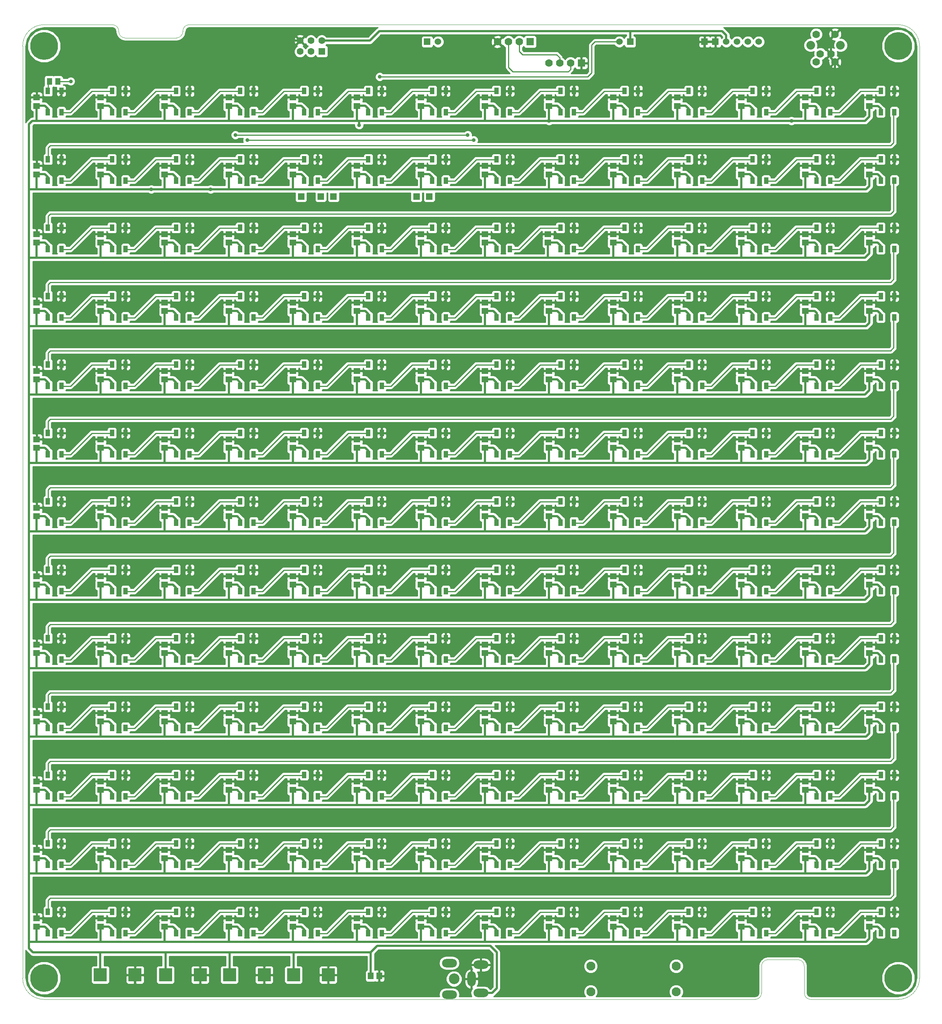
<source format=gtl>
%FSLAX46Y46*%
G04 Gerber Fmt 4.6, Leading zero omitted, Abs format (unit mm)*
G04 Created by KiCad (PCBNEW (2014-jul-16 BZR unknown)-product) date Friday 10 October 2014 10:21:04 PM IST*
%MOMM*%
G01*
G04 APERTURE LIST*
%ADD10C,0.150000*%
%ADD11C,0.100000*%
%ADD12R,1.300480X1.498600*%
%ADD13C,6.500000*%
%ADD14R,1.524000X1.524000*%
%ADD15O,2.000000X3.500000*%
%ADD16O,3.500000X2.000000*%
%ADD17C,2.500000*%
%ADD18C,2.100000*%
%ADD19R,1.600000X1.600000*%
%ADD20C,1.600000*%
%ADD21C,1.524000*%
%ADD22C,1.778000*%
%ADD23C,2.032000*%
%ADD24R,3.048000X3.048000*%
%ADD25R,1.350000X1.550000*%
%ADD26R,1.550000X1.350000*%
%ADD27R,1.016000X1.524000*%
%ADD28R,1.778000X1.778000*%
%ADD29C,0.889000*%
%ADD30C,0.254000*%
%ADD31C,0.508000*%
G04 APERTURE END LIST*
D10*
D11*
X264000000Y-46000000D02*
X264000000Y-264000000D01*
X93000000Y-41000000D02*
X259000000Y-41000000D01*
X75000000Y-41000000D02*
X59000000Y-41000000D01*
X76500000Y-42500000D02*
X76500000Y-42600000D01*
X76500000Y-42500000D02*
G75*
G03X75000000Y-41000000I-1500000J0D01*
G74*
G01*
X91500000Y-42500000D02*
X91500000Y-42600000D01*
X93000000Y-41000000D02*
G75*
G03X91500000Y-42500000I0J-1500000D01*
G74*
G01*
X90000000Y-44100000D02*
G75*
G03X91500000Y-42600000I0J1500000D01*
G74*
G01*
X76500000Y-42600000D02*
G75*
G03X78000000Y-44100000I1500000J0D01*
G74*
G01*
X84000000Y-44100000D02*
X90000000Y-44100000D01*
X84000000Y-44100000D02*
X78000000Y-44100000D01*
X54000000Y-264000000D02*
X54000000Y-46000000D01*
X225500000Y-269000000D02*
X59000000Y-269000000D01*
X259000000Y-269000000D02*
X238500000Y-269000000D01*
X259000000Y-269000000D02*
G75*
G03X264000000Y-264000000I0J5000000D01*
G74*
G01*
X264000000Y-46000000D02*
G75*
G03X259000000Y-41000000I-5000000J0D01*
G74*
G01*
X59000000Y-41000000D02*
G75*
G03X54000000Y-46000000I0J-5000000D01*
G74*
G01*
X54000000Y-264000000D02*
G75*
G03X59000000Y-269000000I5000000J0D01*
G74*
G01*
X237000000Y-267500000D02*
X237000000Y-261200000D01*
X227000000Y-261200000D02*
X227000000Y-267500000D01*
X225500000Y-269000000D02*
G75*
G03X227000000Y-267500000I0J1500000D01*
G74*
G01*
X237000000Y-267500000D02*
G75*
G03X238500000Y-269000000I1500000J0D01*
G74*
G01*
X237000000Y-261200000D02*
G75*
G03X235500000Y-259700000I-1500000J0D01*
G74*
G01*
X228500000Y-259700000D02*
G75*
G03X227000000Y-261200000I0J-1500000D01*
G74*
G01*
X235500000Y-259700000D02*
X228500000Y-259700000D01*
D12*
X62202500Y-54250000D03*
X60297500Y-54250000D03*
D13*
X259000000Y-264000000D03*
X59000000Y-264000000D03*
X259000000Y-46000000D03*
X59000000Y-46000000D03*
D14*
X119200000Y-81200000D03*
X123800000Y-81200000D03*
X126800000Y-81200000D03*
X146200000Y-81200000D03*
X149200000Y-81200000D03*
D15*
X159100000Y-264200000D03*
D16*
X161300000Y-260900000D03*
X161300000Y-267500000D03*
X153900000Y-260500000D03*
X153900000Y-267900000D03*
D17*
X155000000Y-264200000D03*
D18*
X207000000Y-261200000D03*
X207000000Y-267200000D03*
X187000000Y-261200000D03*
X187000000Y-267200000D03*
D19*
X124040000Y-47270000D03*
D20*
X124040000Y-44730000D03*
X121500000Y-47270000D03*
X121500000Y-44730000D03*
X118960000Y-47270000D03*
X118960000Y-44730000D03*
D14*
X148730000Y-45000000D03*
D21*
X151270000Y-45000000D03*
D14*
X196270000Y-45000000D03*
D21*
X193730000Y-45000000D03*
D22*
X239777500Y-43250000D03*
X244222500Y-43250000D03*
D23*
X238507500Y-45790000D03*
X245492500Y-45790000D03*
D22*
X244222500Y-49727000D03*
X239777500Y-49727000D03*
X243270000Y-47822000D03*
X240730000Y-47822000D03*
D24*
X72186000Y-263250000D03*
X80314000Y-263250000D03*
X117436000Y-263250000D03*
X125564000Y-263250000D03*
X102436000Y-263250000D03*
X110564000Y-263250000D03*
X87436000Y-263250000D03*
X95564000Y-263250000D03*
D25*
X135500000Y-263500000D03*
X137500000Y-263500000D03*
D26*
X252250000Y-250000000D03*
X252250000Y-252000000D03*
X237250000Y-250000000D03*
X237250000Y-252000000D03*
X222250000Y-250000000D03*
X222250000Y-252000000D03*
X207250000Y-250000000D03*
X207250000Y-252000000D03*
X192250000Y-250000000D03*
X192250000Y-252000000D03*
X177250000Y-250000000D03*
X177250000Y-252000000D03*
X162250000Y-250000000D03*
X162250000Y-252000000D03*
X147250000Y-250000000D03*
X147250000Y-252000000D03*
X132250000Y-250000000D03*
X132250000Y-252000000D03*
X117250000Y-250000000D03*
X117250000Y-252000000D03*
X102250000Y-250000000D03*
X102250000Y-252000000D03*
X87250000Y-250000000D03*
X87250000Y-252000000D03*
X72250000Y-250000000D03*
X72250000Y-252000000D03*
X57250000Y-250000000D03*
X57250000Y-252000000D03*
X252250000Y-234000000D03*
X252250000Y-236000000D03*
X237250000Y-234000000D03*
X237250000Y-236000000D03*
X222250000Y-234000000D03*
X222250000Y-236000000D03*
X207250000Y-234000000D03*
X207250000Y-236000000D03*
X192250000Y-234000000D03*
X192250000Y-236000000D03*
X177250000Y-234000000D03*
X177250000Y-236000000D03*
X162250000Y-234000000D03*
X162250000Y-236000000D03*
X147250000Y-234000000D03*
X147250000Y-236000000D03*
X132250000Y-234000000D03*
X132250000Y-236000000D03*
X117250000Y-234000000D03*
X117250000Y-236000000D03*
X102250000Y-234000000D03*
X102250000Y-236000000D03*
X87250000Y-234000000D03*
X87250000Y-236000000D03*
X72250000Y-234000000D03*
X72250000Y-236000000D03*
X57250000Y-234000000D03*
X57250000Y-236000000D03*
X252250000Y-218000000D03*
X252250000Y-220000000D03*
X237250000Y-218000000D03*
X237250000Y-220000000D03*
X222250000Y-218000000D03*
X222250000Y-220000000D03*
X207250000Y-218000000D03*
X207250000Y-220000000D03*
X192250000Y-218000000D03*
X192250000Y-220000000D03*
X177250000Y-218000000D03*
X177250000Y-220000000D03*
X162250000Y-218000000D03*
X162250000Y-220000000D03*
X147250000Y-218000000D03*
X147250000Y-220000000D03*
X132250000Y-218000000D03*
X132250000Y-220000000D03*
X117250000Y-218000000D03*
X117250000Y-220000000D03*
X102250000Y-218000000D03*
X102250000Y-220000000D03*
X87250000Y-218000000D03*
X87250000Y-220000000D03*
X72250000Y-218000000D03*
X72250000Y-220000000D03*
X57250000Y-218000000D03*
X57250000Y-220000000D03*
X252250000Y-202000000D03*
X252250000Y-204000000D03*
X237250000Y-202000000D03*
X237250000Y-204000000D03*
X222250000Y-202000000D03*
X222250000Y-204000000D03*
X207250000Y-202000000D03*
X207250000Y-204000000D03*
X192250000Y-202000000D03*
X192250000Y-204000000D03*
X177250000Y-202000000D03*
X177250000Y-204000000D03*
X162250000Y-202000000D03*
X162250000Y-204000000D03*
X147250000Y-202000000D03*
X147250000Y-204000000D03*
X132250000Y-202000000D03*
X132250000Y-204000000D03*
X117250000Y-202000000D03*
X117250000Y-204000000D03*
X102250000Y-202000000D03*
X102250000Y-204000000D03*
X87250000Y-202000000D03*
X87250000Y-204000000D03*
X72250000Y-202000000D03*
X72250000Y-204000000D03*
X57250000Y-202000000D03*
X57250000Y-204000000D03*
X252250000Y-186000000D03*
X252250000Y-188000000D03*
X237250000Y-186000000D03*
X237250000Y-188000000D03*
X222250000Y-186000000D03*
X222250000Y-188000000D03*
X207250000Y-186000000D03*
X207250000Y-188000000D03*
X192250000Y-186000000D03*
X192250000Y-188000000D03*
X177250000Y-186000000D03*
X177250000Y-188000000D03*
X162250000Y-186000000D03*
X162250000Y-188000000D03*
X147250000Y-186000000D03*
X147250000Y-188000000D03*
X132250000Y-186000000D03*
X132250000Y-188000000D03*
X117250000Y-186000000D03*
X117250000Y-188000000D03*
X102250000Y-186000000D03*
X102250000Y-188000000D03*
X87250000Y-186000000D03*
X87250000Y-188000000D03*
X72250000Y-186000000D03*
X72250000Y-188000000D03*
X57250000Y-186000000D03*
X57250000Y-188000000D03*
X252250000Y-170000000D03*
X252250000Y-172000000D03*
X237250000Y-170000000D03*
X237250000Y-172000000D03*
X222250000Y-170000000D03*
X222250000Y-172000000D03*
X207250000Y-170000000D03*
X207250000Y-172000000D03*
X192250000Y-170000000D03*
X192250000Y-172000000D03*
X177250000Y-170000000D03*
X177250000Y-172000000D03*
X162250000Y-170000000D03*
X162250000Y-172000000D03*
X147250000Y-170000000D03*
X147250000Y-172000000D03*
X132250000Y-170000000D03*
X132250000Y-172000000D03*
X117250000Y-170000000D03*
X117250000Y-172000000D03*
X102250000Y-170000000D03*
X102250000Y-172000000D03*
X87250000Y-170000000D03*
X87250000Y-172000000D03*
X72250000Y-170000000D03*
X72250000Y-172000000D03*
X57250000Y-170000000D03*
X57250000Y-172000000D03*
X252250000Y-154000000D03*
X252250000Y-156000000D03*
X237250000Y-154000000D03*
X237250000Y-156000000D03*
X222250000Y-154000000D03*
X222250000Y-156000000D03*
X207250000Y-154000000D03*
X207250000Y-156000000D03*
X192250000Y-154000000D03*
X192250000Y-156000000D03*
X177250000Y-154000000D03*
X177250000Y-156000000D03*
X162250000Y-154000000D03*
X162250000Y-156000000D03*
X147250000Y-154000000D03*
X147250000Y-156000000D03*
X132250000Y-154000000D03*
X132250000Y-156000000D03*
X117250000Y-154000000D03*
X117250000Y-156000000D03*
X102250000Y-154000000D03*
X102250000Y-156000000D03*
X87250000Y-154000000D03*
X87250000Y-156000000D03*
X72250000Y-154000000D03*
X72250000Y-156000000D03*
X57250000Y-154000000D03*
X57250000Y-156000000D03*
X252250000Y-138000000D03*
X252250000Y-140000000D03*
X237250000Y-138000000D03*
X237250000Y-140000000D03*
X222250000Y-138000000D03*
X222250000Y-140000000D03*
X207250000Y-138000000D03*
X207250000Y-140000000D03*
X192250000Y-138000000D03*
X192250000Y-140000000D03*
X177250000Y-138000000D03*
X177250000Y-140000000D03*
X162250000Y-138000000D03*
X162250000Y-140000000D03*
X147250000Y-138000000D03*
X147250000Y-140000000D03*
X132250000Y-138000000D03*
X132250000Y-140000000D03*
X117250000Y-138000000D03*
X117250000Y-140000000D03*
X102250000Y-138000000D03*
X102250000Y-140000000D03*
X87250000Y-138000000D03*
X87250000Y-140000000D03*
X72250000Y-138000000D03*
X72250000Y-140000000D03*
X57250000Y-138000000D03*
X57250000Y-140000000D03*
X252250000Y-122000000D03*
X252250000Y-124000000D03*
X237250000Y-122000000D03*
X237250000Y-124000000D03*
X222250000Y-122000000D03*
X222250000Y-124000000D03*
X207250000Y-122000000D03*
X207250000Y-124000000D03*
X192250000Y-122000000D03*
X192250000Y-124000000D03*
X177250000Y-122000000D03*
X177250000Y-124000000D03*
X162250000Y-122000000D03*
X162250000Y-124000000D03*
X147250000Y-122000000D03*
X147250000Y-124000000D03*
X132250000Y-122000000D03*
X132250000Y-124000000D03*
X117250000Y-122000000D03*
X117250000Y-124000000D03*
X102250000Y-122000000D03*
X102250000Y-124000000D03*
X87250000Y-122000000D03*
X87250000Y-124000000D03*
X72250000Y-122000000D03*
X72250000Y-124000000D03*
X57250000Y-122000000D03*
X57250000Y-124000000D03*
X252250000Y-106000000D03*
X252250000Y-108000000D03*
X237250000Y-106000000D03*
X237250000Y-108000000D03*
X222250000Y-106000000D03*
X222250000Y-108000000D03*
X207250000Y-106000000D03*
X207250000Y-108000000D03*
X192250000Y-106000000D03*
X192250000Y-108000000D03*
X177250000Y-106000000D03*
X177250000Y-108000000D03*
X162250000Y-106000000D03*
X162250000Y-108000000D03*
X147250000Y-106000000D03*
X147250000Y-108000000D03*
X132250000Y-106000000D03*
X132250000Y-108000000D03*
X117250000Y-106000000D03*
X117250000Y-108000000D03*
X102250000Y-106000000D03*
X102250000Y-108000000D03*
X87250000Y-106000000D03*
X87250000Y-108000000D03*
X72250000Y-106000000D03*
X72250000Y-108000000D03*
X57250000Y-106000000D03*
X57250000Y-108000000D03*
X252250000Y-90000000D03*
X252250000Y-92000000D03*
X237250000Y-90000000D03*
X237250000Y-92000000D03*
X222250000Y-90000000D03*
X222250000Y-92000000D03*
X207250000Y-90000000D03*
X207250000Y-92000000D03*
X192250000Y-90000000D03*
X192250000Y-92000000D03*
X177000000Y-90000000D03*
X177000000Y-92000000D03*
X162250000Y-90000000D03*
X162250000Y-92000000D03*
X147250000Y-90000000D03*
X147250000Y-92000000D03*
X132250000Y-90000000D03*
X132250000Y-92000000D03*
X117250000Y-90000000D03*
X117250000Y-92000000D03*
X102250000Y-90000000D03*
X102250000Y-92000000D03*
X87250000Y-90000000D03*
X87250000Y-92000000D03*
X72250000Y-90000000D03*
X72250000Y-92000000D03*
X57250000Y-90000000D03*
X57250000Y-92000000D03*
X252250000Y-74000000D03*
X252250000Y-76000000D03*
X237250000Y-74000000D03*
X237250000Y-76000000D03*
X222250000Y-74000000D03*
X222250000Y-76000000D03*
X207250000Y-74000000D03*
X207250000Y-76000000D03*
X192250000Y-74000000D03*
X192250000Y-76000000D03*
X177250000Y-74000000D03*
X177250000Y-76000000D03*
X162250000Y-74000000D03*
X162250000Y-76000000D03*
X147250000Y-74000000D03*
X147250000Y-76000000D03*
X132250000Y-74000000D03*
X132250000Y-76000000D03*
X117250000Y-74000000D03*
X117250000Y-76000000D03*
X102250000Y-74000000D03*
X102250000Y-76000000D03*
X87250000Y-74000000D03*
X87250000Y-76000000D03*
X72250000Y-74000000D03*
X72250000Y-76000000D03*
X57250000Y-74000000D03*
X57250000Y-76000000D03*
X252250000Y-58000000D03*
X252250000Y-60000000D03*
X237250000Y-58000000D03*
X237250000Y-60000000D03*
X222250000Y-58000000D03*
X222250000Y-60000000D03*
X207250000Y-58000000D03*
X207250000Y-60000000D03*
X192250000Y-58000000D03*
X192250000Y-60000000D03*
X177250000Y-58000000D03*
X177250000Y-60000000D03*
X162250000Y-58000000D03*
X162250000Y-60000000D03*
X147250000Y-58000000D03*
X147250000Y-60000000D03*
X132250000Y-58000000D03*
X132250000Y-60000000D03*
X117250000Y-58000000D03*
X117250000Y-60000000D03*
X102250000Y-58000000D03*
X102250000Y-60000000D03*
X87250000Y-58000000D03*
X87250000Y-60000000D03*
X72250000Y-58000000D03*
X72250000Y-60000000D03*
X57250000Y-58000000D03*
X57250000Y-60000000D03*
D27*
X138087500Y-72523500D03*
X134912500Y-72523500D03*
X134912500Y-77476500D03*
X138087500Y-77476500D03*
X258087500Y-248523500D03*
X254912500Y-248523500D03*
X254912500Y-253476500D03*
X258087500Y-253476500D03*
X243087500Y-248523500D03*
X239912500Y-248523500D03*
X239912500Y-253476500D03*
X243087500Y-253476500D03*
X228087500Y-248523500D03*
X224912500Y-248523500D03*
X224912500Y-253476500D03*
X228087500Y-253476500D03*
X213087500Y-248523500D03*
X209912500Y-248523500D03*
X209912500Y-253476500D03*
X213087500Y-253476500D03*
X198087500Y-248523500D03*
X194912500Y-248523500D03*
X194912500Y-253476500D03*
X198087500Y-253476500D03*
X183087500Y-248523500D03*
X179912500Y-248523500D03*
X179912500Y-253476500D03*
X183087500Y-253476500D03*
X168087500Y-248523500D03*
X164912500Y-248523500D03*
X164912500Y-253476500D03*
X168087500Y-253476500D03*
X153087500Y-248523500D03*
X149912500Y-248523500D03*
X149912500Y-253476500D03*
X153087500Y-253476500D03*
X138087500Y-248523500D03*
X134912500Y-248523500D03*
X134912500Y-253476500D03*
X138087500Y-253476500D03*
X123087500Y-248523500D03*
X119912500Y-248523500D03*
X119912500Y-253476500D03*
X123087500Y-253476500D03*
X108087500Y-248523500D03*
X104912500Y-248523500D03*
X104912500Y-253476500D03*
X108087500Y-253476500D03*
X93087500Y-248523500D03*
X89912500Y-248523500D03*
X89912500Y-253476500D03*
X93087500Y-253476500D03*
X78087500Y-248523500D03*
X74912500Y-248523500D03*
X74912500Y-253476500D03*
X78087500Y-253476500D03*
X63087500Y-248523500D03*
X59912500Y-248523500D03*
X59912500Y-253476500D03*
X63087500Y-253476500D03*
X258087500Y-232523500D03*
X254912500Y-232523500D03*
X254912500Y-237476500D03*
X258087500Y-237476500D03*
X243087500Y-232523500D03*
X239912500Y-232523500D03*
X239912500Y-237476500D03*
X243087500Y-237476500D03*
X228087500Y-232523500D03*
X224912500Y-232523500D03*
X224912500Y-237476500D03*
X228087500Y-237476500D03*
X213087500Y-232523500D03*
X209912500Y-232523500D03*
X209912500Y-237476500D03*
X213087500Y-237476500D03*
X198087500Y-232523500D03*
X194912500Y-232523500D03*
X194912500Y-237476500D03*
X198087500Y-237476500D03*
X183087500Y-232523500D03*
X179912500Y-232523500D03*
X179912500Y-237476500D03*
X183087500Y-237476500D03*
X168087500Y-232523500D03*
X164912500Y-232523500D03*
X164912500Y-237476500D03*
X168087500Y-237476500D03*
X153087500Y-232523500D03*
X149912500Y-232523500D03*
X149912500Y-237476500D03*
X153087500Y-237476500D03*
X138087500Y-232523500D03*
X134912500Y-232523500D03*
X134912500Y-237476500D03*
X138087500Y-237476500D03*
X123087500Y-232523500D03*
X119912500Y-232523500D03*
X119912500Y-237476500D03*
X123087500Y-237476500D03*
X108087500Y-232523500D03*
X104912500Y-232523500D03*
X104912500Y-237476500D03*
X108087500Y-237476500D03*
X93087500Y-232523500D03*
X89912500Y-232523500D03*
X89912500Y-237476500D03*
X93087500Y-237476500D03*
X78087500Y-232523500D03*
X74912500Y-232523500D03*
X74912500Y-237476500D03*
X78087500Y-237476500D03*
X63087500Y-232523500D03*
X59912500Y-232523500D03*
X59912500Y-237476500D03*
X63087500Y-237476500D03*
X258087500Y-216523500D03*
X254912500Y-216523500D03*
X254912500Y-221476500D03*
X258087500Y-221476500D03*
X243087500Y-216523500D03*
X239912500Y-216523500D03*
X239912500Y-221476500D03*
X243087500Y-221476500D03*
X228087500Y-216523500D03*
X224912500Y-216523500D03*
X224912500Y-221476500D03*
X228087500Y-221476500D03*
X213087500Y-216523500D03*
X209912500Y-216523500D03*
X209912500Y-221476500D03*
X213087500Y-221476500D03*
X198087500Y-216523500D03*
X194912500Y-216523500D03*
X194912500Y-221476500D03*
X198087500Y-221476500D03*
X183087500Y-216523500D03*
X179912500Y-216523500D03*
X179912500Y-221476500D03*
X183087500Y-221476500D03*
X168087500Y-216523500D03*
X164912500Y-216523500D03*
X164912500Y-221476500D03*
X168087500Y-221476500D03*
X153087500Y-216523500D03*
X149912500Y-216523500D03*
X149912500Y-221476500D03*
X153087500Y-221476500D03*
X138087500Y-216523500D03*
X134912500Y-216523500D03*
X134912500Y-221476500D03*
X138087500Y-221476500D03*
X123087500Y-216523500D03*
X119912500Y-216523500D03*
X119912500Y-221476500D03*
X123087500Y-221476500D03*
X108087500Y-216523500D03*
X104912500Y-216523500D03*
X104912500Y-221476500D03*
X108087500Y-221476500D03*
X93087500Y-216523500D03*
X89912500Y-216523500D03*
X89912500Y-221476500D03*
X93087500Y-221476500D03*
X78087500Y-216523500D03*
X74912500Y-216523500D03*
X74912500Y-221476500D03*
X78087500Y-221476500D03*
X63087500Y-216523500D03*
X59912500Y-216523500D03*
X59912500Y-221476500D03*
X63087500Y-221476500D03*
X258087500Y-200523500D03*
X254912500Y-200523500D03*
X254912500Y-205476500D03*
X258087500Y-205476500D03*
X243087500Y-200523500D03*
X239912500Y-200523500D03*
X239912500Y-205476500D03*
X243087500Y-205476500D03*
X228087500Y-200523500D03*
X224912500Y-200523500D03*
X224912500Y-205476500D03*
X228087500Y-205476500D03*
X213087500Y-200523500D03*
X209912500Y-200523500D03*
X209912500Y-205476500D03*
X213087500Y-205476500D03*
X198087500Y-200523500D03*
X194912500Y-200523500D03*
X194912500Y-205476500D03*
X198087500Y-205476500D03*
X183087500Y-200523500D03*
X179912500Y-200523500D03*
X179912500Y-205476500D03*
X183087500Y-205476500D03*
X168087500Y-200523500D03*
X164912500Y-200523500D03*
X164912500Y-205476500D03*
X168087500Y-205476500D03*
X153087500Y-200523500D03*
X149912500Y-200523500D03*
X149912500Y-205476500D03*
X153087500Y-205476500D03*
X138087500Y-200523500D03*
X134912500Y-200523500D03*
X134912500Y-205476500D03*
X138087500Y-205476500D03*
X123087500Y-200523500D03*
X119912500Y-200523500D03*
X119912500Y-205476500D03*
X123087500Y-205476500D03*
X108087500Y-200523500D03*
X104912500Y-200523500D03*
X104912500Y-205476500D03*
X108087500Y-205476500D03*
X93087500Y-200523500D03*
X89912500Y-200523500D03*
X89912500Y-205476500D03*
X93087500Y-205476500D03*
X78087500Y-200523500D03*
X74912500Y-200523500D03*
X74912500Y-205476500D03*
X78087500Y-205476500D03*
X63087500Y-200523500D03*
X59912500Y-200523500D03*
X59912500Y-205476500D03*
X63087500Y-205476500D03*
X258087500Y-184523500D03*
X254912500Y-184523500D03*
X254912500Y-189476500D03*
X258087500Y-189476500D03*
X243087500Y-184523500D03*
X239912500Y-184523500D03*
X239912500Y-189476500D03*
X243087500Y-189476500D03*
X228087500Y-184523500D03*
X224912500Y-184523500D03*
X224912500Y-189476500D03*
X228087500Y-189476500D03*
X213087500Y-184523500D03*
X209912500Y-184523500D03*
X209912500Y-189476500D03*
X213087500Y-189476500D03*
X198087500Y-184523500D03*
X194912500Y-184523500D03*
X194912500Y-189476500D03*
X198087500Y-189476500D03*
X183087500Y-184523500D03*
X179912500Y-184523500D03*
X179912500Y-189476500D03*
X183087500Y-189476500D03*
X168087500Y-184523500D03*
X164912500Y-184523500D03*
X164912500Y-189476500D03*
X168087500Y-189476500D03*
X153087500Y-184523500D03*
X149912500Y-184523500D03*
X149912500Y-189476500D03*
X153087500Y-189476500D03*
X138087500Y-184523500D03*
X134912500Y-184523500D03*
X134912500Y-189476500D03*
X138087500Y-189476500D03*
X123087500Y-184523500D03*
X119912500Y-184523500D03*
X119912500Y-189476500D03*
X123087500Y-189476500D03*
X108087500Y-184523500D03*
X104912500Y-184523500D03*
X104912500Y-189476500D03*
X108087500Y-189476500D03*
X93087500Y-184523500D03*
X89912500Y-184523500D03*
X89912500Y-189476500D03*
X93087500Y-189476500D03*
X78087500Y-184523500D03*
X74912500Y-184523500D03*
X74912500Y-189476500D03*
X78087500Y-189476500D03*
X63087500Y-184523500D03*
X59912500Y-184523500D03*
X59912500Y-189476500D03*
X63087500Y-189476500D03*
X258087500Y-168523500D03*
X254912500Y-168523500D03*
X254912500Y-173476500D03*
X258087500Y-173476500D03*
X243087500Y-168523500D03*
X239912500Y-168523500D03*
X239912500Y-173476500D03*
X243087500Y-173476500D03*
X228087500Y-168523500D03*
X224912500Y-168523500D03*
X224912500Y-173476500D03*
X228087500Y-173476500D03*
X213087500Y-168523500D03*
X209912500Y-168523500D03*
X209912500Y-173476500D03*
X213087500Y-173476500D03*
X198087500Y-168523500D03*
X194912500Y-168523500D03*
X194912500Y-173476500D03*
X198087500Y-173476500D03*
X183087500Y-168523500D03*
X179912500Y-168523500D03*
X179912500Y-173476500D03*
X183087500Y-173476500D03*
X168087500Y-168523500D03*
X164912500Y-168523500D03*
X164912500Y-173476500D03*
X168087500Y-173476500D03*
X153087500Y-168523500D03*
X149912500Y-168523500D03*
X149912500Y-173476500D03*
X153087500Y-173476500D03*
X138087500Y-168523500D03*
X134912500Y-168523500D03*
X134912500Y-173476500D03*
X138087500Y-173476500D03*
X123087500Y-168523500D03*
X119912500Y-168523500D03*
X119912500Y-173476500D03*
X123087500Y-173476500D03*
X108087500Y-168523500D03*
X104912500Y-168523500D03*
X104912500Y-173476500D03*
X108087500Y-173476500D03*
X93087500Y-168523500D03*
X89912500Y-168523500D03*
X89912500Y-173476500D03*
X93087500Y-173476500D03*
X78087500Y-168523500D03*
X74912500Y-168523500D03*
X74912500Y-173476500D03*
X78087500Y-173476500D03*
X63087500Y-168523500D03*
X59912500Y-168523500D03*
X59912500Y-173476500D03*
X63087500Y-173476500D03*
X258087500Y-152523500D03*
X254912500Y-152523500D03*
X254912500Y-157476500D03*
X258087500Y-157476500D03*
X243087500Y-152523500D03*
X239912500Y-152523500D03*
X239912500Y-157476500D03*
X243087500Y-157476500D03*
X228087500Y-152523500D03*
X224912500Y-152523500D03*
X224912500Y-157476500D03*
X228087500Y-157476500D03*
X213087500Y-152523500D03*
X209912500Y-152523500D03*
X209912500Y-157476500D03*
X213087500Y-157476500D03*
X198087500Y-152523500D03*
X194912500Y-152523500D03*
X194912500Y-157476500D03*
X198087500Y-157476500D03*
X183087500Y-152523500D03*
X179912500Y-152523500D03*
X179912500Y-157476500D03*
X183087500Y-157476500D03*
X168087500Y-152523500D03*
X164912500Y-152523500D03*
X164912500Y-157476500D03*
X168087500Y-157476500D03*
X153087500Y-152523500D03*
X149912500Y-152523500D03*
X149912500Y-157476500D03*
X153087500Y-157476500D03*
X138087500Y-152523500D03*
X134912500Y-152523500D03*
X134912500Y-157476500D03*
X138087500Y-157476500D03*
X123087500Y-152523500D03*
X119912500Y-152523500D03*
X119912500Y-157476500D03*
X123087500Y-157476500D03*
X108087500Y-152523500D03*
X104912500Y-152523500D03*
X104912500Y-157476500D03*
X108087500Y-157476500D03*
X93087500Y-152523500D03*
X89912500Y-152523500D03*
X89912500Y-157476500D03*
X93087500Y-157476500D03*
X78087500Y-152523500D03*
X74912500Y-152523500D03*
X74912500Y-157476500D03*
X78087500Y-157476500D03*
X63087500Y-152523500D03*
X59912500Y-152523500D03*
X59912500Y-157476500D03*
X63087500Y-157476500D03*
X258087500Y-136523500D03*
X254912500Y-136523500D03*
X254912500Y-141476500D03*
X258087500Y-141476500D03*
X243087500Y-136523500D03*
X239912500Y-136523500D03*
X239912500Y-141476500D03*
X243087500Y-141476500D03*
X228087500Y-136523500D03*
X224912500Y-136523500D03*
X224912500Y-141476500D03*
X228087500Y-141476500D03*
X213087500Y-136523500D03*
X209912500Y-136523500D03*
X209912500Y-141476500D03*
X213087500Y-141476500D03*
X198087500Y-136523500D03*
X194912500Y-136523500D03*
X194912500Y-141476500D03*
X198087500Y-141476500D03*
X183087500Y-136523500D03*
X179912500Y-136523500D03*
X179912500Y-141476500D03*
X183087500Y-141476500D03*
X168087500Y-136523500D03*
X164912500Y-136523500D03*
X164912500Y-141476500D03*
X168087500Y-141476500D03*
X153087500Y-136523500D03*
X149912500Y-136523500D03*
X149912500Y-141476500D03*
X153087500Y-141476500D03*
X138087500Y-136523500D03*
X134912500Y-136523500D03*
X134912500Y-141476500D03*
X138087500Y-141476500D03*
X123087500Y-136523500D03*
X119912500Y-136523500D03*
X119912500Y-141476500D03*
X123087500Y-141476500D03*
X108087500Y-136523500D03*
X104912500Y-136523500D03*
X104912500Y-141476500D03*
X108087500Y-141476500D03*
X93087500Y-136523500D03*
X89912500Y-136523500D03*
X89912500Y-141476500D03*
X93087500Y-141476500D03*
X78087500Y-136523500D03*
X74912500Y-136523500D03*
X74912500Y-141476500D03*
X78087500Y-141476500D03*
X63087500Y-136523500D03*
X59912500Y-136523500D03*
X59912500Y-141476500D03*
X63087500Y-141476500D03*
X258087500Y-120523500D03*
X254912500Y-120523500D03*
X254912500Y-125476500D03*
X258087500Y-125476500D03*
X243087500Y-120523500D03*
X239912500Y-120523500D03*
X239912500Y-125476500D03*
X243087500Y-125476500D03*
X228087500Y-120523500D03*
X224912500Y-120523500D03*
X224912500Y-125476500D03*
X228087500Y-125476500D03*
X213087500Y-120523500D03*
X209912500Y-120523500D03*
X209912500Y-125476500D03*
X213087500Y-125476500D03*
X198087500Y-120523500D03*
X194912500Y-120523500D03*
X194912500Y-125476500D03*
X198087500Y-125476500D03*
X183087500Y-120523500D03*
X179912500Y-120523500D03*
X179912500Y-125476500D03*
X183087500Y-125476500D03*
X168087500Y-120523500D03*
X164912500Y-120523500D03*
X164912500Y-125476500D03*
X168087500Y-125476500D03*
X153087500Y-120523500D03*
X149912500Y-120523500D03*
X149912500Y-125476500D03*
X153087500Y-125476500D03*
X138087500Y-120523500D03*
X134912500Y-120523500D03*
X134912500Y-125476500D03*
X138087500Y-125476500D03*
X123087500Y-120523500D03*
X119912500Y-120523500D03*
X119912500Y-125476500D03*
X123087500Y-125476500D03*
X108087500Y-120523500D03*
X104912500Y-120523500D03*
X104912500Y-125476500D03*
X108087500Y-125476500D03*
X93087500Y-120523500D03*
X89912500Y-120523500D03*
X89912500Y-125476500D03*
X93087500Y-125476500D03*
X78087500Y-120523500D03*
X74912500Y-120523500D03*
X74912500Y-125476500D03*
X78087500Y-125476500D03*
X63087500Y-120523500D03*
X59912500Y-120523500D03*
X59912500Y-125476500D03*
X63087500Y-125476500D03*
X258087500Y-104523500D03*
X254912500Y-104523500D03*
X254912500Y-109476500D03*
X258087500Y-109476500D03*
X243087500Y-104523500D03*
X239912500Y-104523500D03*
X239912500Y-109476500D03*
X243087500Y-109476500D03*
X228087500Y-104523500D03*
X224912500Y-104523500D03*
X224912500Y-109476500D03*
X228087500Y-109476500D03*
X213087500Y-104523500D03*
X209912500Y-104523500D03*
X209912500Y-109476500D03*
X213087500Y-109476500D03*
X198087500Y-104523500D03*
X194912500Y-104523500D03*
X194912500Y-109476500D03*
X198087500Y-109476500D03*
X183087500Y-104523500D03*
X179912500Y-104523500D03*
X179912500Y-109476500D03*
X183087500Y-109476500D03*
X168087500Y-104523500D03*
X164912500Y-104523500D03*
X164912500Y-109476500D03*
X168087500Y-109476500D03*
X153087500Y-104523500D03*
X149912500Y-104523500D03*
X149912500Y-109476500D03*
X153087500Y-109476500D03*
X138087500Y-104523500D03*
X134912500Y-104523500D03*
X134912500Y-109476500D03*
X138087500Y-109476500D03*
X123087500Y-104523500D03*
X119912500Y-104523500D03*
X119912500Y-109476500D03*
X123087500Y-109476500D03*
X108087500Y-104523500D03*
X104912500Y-104523500D03*
X104912500Y-109476500D03*
X108087500Y-109476500D03*
X93087500Y-104523500D03*
X89912500Y-104523500D03*
X89912500Y-109476500D03*
X93087500Y-109476500D03*
X78087500Y-104523500D03*
X74912500Y-104523500D03*
X74912500Y-109476500D03*
X78087500Y-109476500D03*
X63087500Y-104523500D03*
X59912500Y-104523500D03*
X59912500Y-109476500D03*
X63087500Y-109476500D03*
X258087500Y-88523500D03*
X254912500Y-88523500D03*
X254912500Y-93476500D03*
X258087500Y-93476500D03*
X243087500Y-88523500D03*
X239912500Y-88523500D03*
X239912500Y-93476500D03*
X243087500Y-93476500D03*
X228087500Y-88523500D03*
X224912500Y-88523500D03*
X224912500Y-93476500D03*
X228087500Y-93476500D03*
X213087500Y-88523500D03*
X209912500Y-88523500D03*
X209912500Y-93476500D03*
X213087500Y-93476500D03*
X198087500Y-88523500D03*
X194912500Y-88523500D03*
X194912500Y-93476500D03*
X198087500Y-93476500D03*
X183087500Y-88523500D03*
X179912500Y-88523500D03*
X179912500Y-93476500D03*
X183087500Y-93476500D03*
X168087500Y-88523500D03*
X164912500Y-88523500D03*
X164912500Y-93476500D03*
X168087500Y-93476500D03*
X153087500Y-88523500D03*
X149912500Y-88523500D03*
X149912500Y-93476500D03*
X153087500Y-93476500D03*
X138087500Y-88523500D03*
X134912500Y-88523500D03*
X134912500Y-93476500D03*
X138087500Y-93476500D03*
X123087500Y-88523500D03*
X119912500Y-88523500D03*
X119912500Y-93476500D03*
X123087500Y-93476500D03*
X108087500Y-88523500D03*
X104912500Y-88523500D03*
X104912500Y-93476500D03*
X108087500Y-93476500D03*
X93087500Y-88523500D03*
X89912500Y-88523500D03*
X89912500Y-93476500D03*
X93087500Y-93476500D03*
X78087500Y-88523500D03*
X74912500Y-88523500D03*
X74912500Y-93476500D03*
X78087500Y-93476500D03*
X63087500Y-88523500D03*
X59912500Y-88523500D03*
X59912500Y-93476500D03*
X63087500Y-93476500D03*
X258087500Y-72523500D03*
X254912500Y-72523500D03*
X254912500Y-77476500D03*
X258087500Y-77476500D03*
X243087500Y-72523500D03*
X239912500Y-72523500D03*
X239912500Y-77476500D03*
X243087500Y-77476500D03*
X228087500Y-72523500D03*
X224912500Y-72523500D03*
X224912500Y-77476500D03*
X228087500Y-77476500D03*
X213087500Y-72523500D03*
X209912500Y-72523500D03*
X209912500Y-77476500D03*
X213087500Y-77476500D03*
X198087500Y-72523500D03*
X194912500Y-72523500D03*
X194912500Y-77476500D03*
X198087500Y-77476500D03*
X183087500Y-72523500D03*
X179912500Y-72523500D03*
X179912500Y-77476500D03*
X183087500Y-77476500D03*
X168087500Y-72523500D03*
X164912500Y-72523500D03*
X164912500Y-77476500D03*
X168087500Y-77476500D03*
X153087500Y-72523500D03*
X149912500Y-72523500D03*
X149912500Y-77476500D03*
X153087500Y-77476500D03*
X123087500Y-72523500D03*
X119912500Y-72523500D03*
X119912500Y-77476500D03*
X123087500Y-77476500D03*
X108087500Y-72523500D03*
X104912500Y-72523500D03*
X104912500Y-77476500D03*
X108087500Y-77476500D03*
X93087500Y-72523500D03*
X89912500Y-72523500D03*
X89912500Y-77476500D03*
X93087500Y-77476500D03*
X78087500Y-72523500D03*
X74912500Y-72523500D03*
X74912500Y-77476500D03*
X78087500Y-77476500D03*
X63087500Y-72523500D03*
X59912500Y-72523500D03*
X59912500Y-77476500D03*
X63087500Y-77476500D03*
X258087500Y-56523500D03*
X254912500Y-56523500D03*
X254912500Y-61476500D03*
X258087500Y-61476500D03*
X243087500Y-56523500D03*
X239912500Y-56523500D03*
X239912500Y-61476500D03*
X243087500Y-61476500D03*
X228087500Y-56523500D03*
X224912500Y-56523500D03*
X224912500Y-61476500D03*
X228087500Y-61476500D03*
X213087500Y-56523500D03*
X209912500Y-56523500D03*
X209912500Y-61476500D03*
X213087500Y-61476500D03*
X198087500Y-56523500D03*
X194912500Y-56523500D03*
X194912500Y-61476500D03*
X198087500Y-61476500D03*
X183087500Y-56523500D03*
X179912500Y-56523500D03*
X179912500Y-61476500D03*
X183087500Y-61476500D03*
X168087500Y-56523500D03*
X164912500Y-56523500D03*
X164912500Y-61476500D03*
X168087500Y-61476500D03*
X153087500Y-56523500D03*
X149912500Y-56523500D03*
X149912500Y-61476500D03*
X153087500Y-61476500D03*
X138087500Y-56523500D03*
X134912500Y-56523500D03*
X134912500Y-61476500D03*
X138087500Y-61476500D03*
X123087500Y-56523500D03*
X119912500Y-56523500D03*
X119912500Y-61476500D03*
X123087500Y-61476500D03*
X108087500Y-56523500D03*
X104912500Y-56523500D03*
X104912500Y-61476500D03*
X108087500Y-61476500D03*
X93087500Y-56523500D03*
X89912500Y-56523500D03*
X89912500Y-61476500D03*
X93087500Y-61476500D03*
X78087500Y-56523500D03*
X74912500Y-56523500D03*
X74912500Y-61476500D03*
X78087500Y-61476500D03*
X63087500Y-56523500D03*
X59912500Y-56523500D03*
X59912500Y-61476500D03*
X63087500Y-61476500D03*
D14*
X213650000Y-45000000D03*
X216190000Y-45000000D03*
D21*
X218730000Y-45000000D03*
X221270000Y-45000000D03*
X223810000Y-45000000D03*
X226350000Y-45000000D03*
D22*
X165190000Y-45000000D03*
X167730000Y-45000000D03*
X170270000Y-45000000D03*
D28*
X172810000Y-45000000D03*
D22*
X177190000Y-50000000D03*
X179730000Y-50000000D03*
X182270000Y-50000000D03*
D28*
X184810000Y-50000000D03*
D29*
X137600000Y-53200000D03*
X65250000Y-54250000D03*
X106600000Y-68000000D03*
X159600000Y-68000000D03*
X103800000Y-66800000D03*
X158200000Y-66800000D03*
X177250000Y-63500000D03*
X132750000Y-64500000D03*
X98000000Y-79500000D03*
X84100000Y-79500000D03*
X234000000Y-63500000D03*
X142000000Y-55700000D03*
X158000000Y-55700000D03*
X138100000Y-86600000D03*
X90400000Y-70600000D03*
X261500000Y-248500000D03*
X82000000Y-71500000D03*
X188250000Y-55750000D03*
D30*
X193730000Y-45000000D02*
X188000000Y-45000000D01*
X188000000Y-45000000D02*
X187250000Y-45750000D01*
X137600000Y-53200000D02*
X186300000Y-53200000D01*
X187250000Y-45750000D02*
X187250000Y-52250000D01*
X186300000Y-53200000D02*
X187250000Y-52250000D01*
X65250000Y-54250000D02*
X62302500Y-54250000D01*
X59950000Y-54697500D02*
X60397500Y-54250000D01*
X59950000Y-56550000D02*
X59950000Y-54697500D01*
X257950000Y-61550000D02*
X257950000Y-68550000D01*
X59950000Y-69800000D02*
X59950000Y-72550000D01*
X60500000Y-69250000D02*
X59950000Y-69800000D01*
X257250000Y-69250000D02*
X60500000Y-69250000D01*
X257950000Y-68550000D02*
X257250000Y-69250000D01*
X257950000Y-77550000D02*
X257950000Y-84550000D01*
X59950000Y-85800000D02*
X59950000Y-88550000D01*
X60500000Y-85250000D02*
X59950000Y-85800000D01*
X257250000Y-85250000D02*
X60500000Y-85250000D01*
X257950000Y-84550000D02*
X257250000Y-85250000D01*
X257950000Y-93550000D02*
X257950000Y-100550000D01*
X59950000Y-101800000D02*
X59950000Y-104550000D01*
X60500000Y-101250000D02*
X59950000Y-101800000D01*
X257250000Y-101250000D02*
X60500000Y-101250000D01*
X257950000Y-100550000D02*
X257250000Y-101250000D01*
X257950000Y-109550000D02*
X257950000Y-116550000D01*
X59950000Y-117800000D02*
X59950000Y-120550000D01*
X60500000Y-117250000D02*
X59950000Y-117800000D01*
X257250000Y-117250000D02*
X60500000Y-117250000D01*
X257950000Y-116550000D02*
X257250000Y-117250000D01*
X257950000Y-125550000D02*
X257950000Y-132550000D01*
X59950000Y-133800000D02*
X59950000Y-136550000D01*
X60500000Y-133250000D02*
X59950000Y-133800000D01*
X257250000Y-133250000D02*
X60500000Y-133250000D01*
X257950000Y-132550000D02*
X257250000Y-133250000D01*
X257950000Y-141550000D02*
X257950000Y-148550000D01*
X59950000Y-149800000D02*
X59950000Y-152550000D01*
X60500000Y-149250000D02*
X59950000Y-149800000D01*
X257250000Y-149250000D02*
X60500000Y-149250000D01*
X257950000Y-148550000D02*
X257250000Y-149250000D01*
X257950000Y-157550000D02*
X257950000Y-164550000D01*
X59950000Y-165800000D02*
X59950000Y-168550000D01*
X60500000Y-165250000D02*
X59950000Y-165800000D01*
X257250000Y-165250000D02*
X60500000Y-165250000D01*
X257950000Y-164550000D02*
X257250000Y-165250000D01*
X257950000Y-173550000D02*
X257950000Y-180550000D01*
X59950000Y-181800000D02*
X59950000Y-184550000D01*
X60500000Y-181250000D02*
X59950000Y-181800000D01*
X257250000Y-181250000D02*
X60500000Y-181250000D01*
X257950000Y-180550000D02*
X257250000Y-181250000D01*
X257950000Y-189550000D02*
X257950000Y-196550000D01*
X59950000Y-197800000D02*
X59950000Y-200550000D01*
X60500000Y-197250000D02*
X59950000Y-197800000D01*
X257250000Y-197250000D02*
X60500000Y-197250000D01*
X257950000Y-196550000D02*
X257250000Y-197250000D01*
X257950000Y-205550000D02*
X257950000Y-212550000D01*
X59950000Y-213800000D02*
X59950000Y-216550000D01*
X60500000Y-213250000D02*
X59950000Y-213800000D01*
X257250000Y-213250000D02*
X60500000Y-213250000D01*
X257950000Y-212550000D02*
X257250000Y-213250000D01*
X257950000Y-221550000D02*
X257950000Y-228550000D01*
X59950000Y-229800000D02*
X59950000Y-232550000D01*
X60500000Y-229250000D02*
X59950000Y-229800000D01*
X257250000Y-229250000D02*
X60500000Y-229250000D01*
X257950000Y-228550000D02*
X257250000Y-229250000D01*
X257950000Y-237550000D02*
X257950000Y-244550000D01*
X59950000Y-245800000D02*
X59950000Y-248550000D01*
X60500000Y-245250000D02*
X59950000Y-245800000D01*
X257250000Y-245250000D02*
X60500000Y-245250000D01*
X257950000Y-244550000D02*
X257250000Y-245250000D01*
X179730000Y-50000000D02*
X179730000Y-48730000D01*
X170270000Y-47270000D02*
X170270000Y-45000000D01*
X171000000Y-48000000D02*
X170270000Y-47270000D01*
X179000000Y-48000000D02*
X171000000Y-48000000D01*
X179730000Y-48730000D02*
X179000000Y-48000000D01*
X159600000Y-68000000D02*
X106600000Y-68000000D01*
X182270000Y-50000000D02*
X182270000Y-51480000D01*
X168750000Y-52000000D02*
X167730000Y-50980000D01*
X181750000Y-52000000D02*
X168750000Y-52000000D01*
X182270000Y-51480000D02*
X181750000Y-52000000D01*
X167730000Y-50980000D02*
X167730000Y-45000000D01*
X158200000Y-66800000D02*
X103800000Y-66800000D01*
D31*
X237250000Y-60000000D02*
X239500000Y-60000000D01*
X239912500Y-60412500D02*
X239912500Y-61476500D01*
X239500000Y-60000000D02*
X239912500Y-60412500D01*
X218730000Y-45000000D02*
X218730000Y-43480000D01*
X217750000Y-42500000D02*
X216500000Y-42500000D01*
X218730000Y-43480000D02*
X217750000Y-42500000D01*
X196270000Y-45000000D02*
X196270000Y-42500000D01*
X102436000Y-263250000D02*
X103000000Y-263250000D01*
X87436000Y-263250000D02*
X87436000Y-263936000D01*
X149950000Y-61550000D02*
X150050000Y-61550000D01*
X224950000Y-253550000D02*
X224950000Y-253950000D01*
X209950000Y-253550000D02*
X209950000Y-253950000D01*
X207250000Y-251952500D02*
X207852500Y-251952500D01*
X194950000Y-253550000D02*
X194950000Y-253950000D01*
X192250000Y-251952500D02*
X192852500Y-251952500D01*
X179950000Y-253550000D02*
X179950000Y-253950000D01*
X177250000Y-251952500D02*
X177852500Y-251952500D01*
X239950000Y-237550000D02*
X239950000Y-238200000D01*
X179950000Y-237550000D02*
X179950000Y-238200000D01*
X162250000Y-235952500D02*
X162852500Y-235952500D01*
X147250000Y-235952500D02*
X147852500Y-235952500D01*
X132250000Y-235952500D02*
X132452500Y-235952500D01*
X102250000Y-235952500D02*
X102852500Y-235952500D01*
X87250000Y-235952500D02*
X87852500Y-235952500D01*
X72250000Y-235952500D02*
X72852500Y-235952500D01*
X59950000Y-253550000D02*
X59950000Y-253950000D01*
X164950000Y-253550000D02*
X164950000Y-253950000D01*
X134950000Y-253550000D02*
X134950000Y-253950000D01*
X119950000Y-253550000D02*
X119950000Y-253950000D01*
X117250000Y-251952500D02*
X117852500Y-251952500D01*
X104950000Y-253550000D02*
X104950000Y-253950000D01*
X89950000Y-253550000D02*
X89950000Y-253950000D01*
X74950000Y-253550000D02*
X74950000Y-253950000D01*
X57250000Y-251952500D02*
X57852500Y-251952500D01*
X222250000Y-251952500D02*
X222852500Y-251952500D01*
X239950000Y-253550000D02*
X239950000Y-253950000D01*
X237250000Y-251952500D02*
X237852500Y-251952500D01*
D30*
X224950000Y-61550000D02*
X224950000Y-60800000D01*
D31*
X252250000Y-235952500D02*
X252852500Y-235952500D01*
X224950000Y-61550000D02*
X224950000Y-61700000D01*
X209950000Y-61550000D02*
X209950000Y-61700000D01*
X222047500Y-59952500D02*
X222450000Y-59952500D01*
D30*
X177047500Y-59952500D02*
X177450000Y-59952500D01*
D31*
X192047500Y-59952500D02*
X192450000Y-59952500D01*
X207047500Y-59952500D02*
X207450000Y-59952500D01*
D30*
X134950000Y-61550000D02*
X134950000Y-61700000D01*
X147047500Y-59952500D02*
X147450000Y-59952500D01*
X117297500Y-59952500D02*
X117450000Y-59952500D01*
X132047500Y-59952500D02*
X132450000Y-59952500D01*
D31*
X237250000Y-255500000D02*
X251500000Y-255500000D01*
X222250000Y-255500000D02*
X237250000Y-255500000D01*
X207250000Y-255500000D02*
X222250000Y-255500000D01*
X192250000Y-255500000D02*
X207250000Y-255500000D01*
X177250000Y-255500000D02*
X192250000Y-255500000D01*
X162250000Y-255500000D02*
X177250000Y-255500000D01*
X147250000Y-255500000D02*
X162250000Y-255500000D01*
X132250000Y-255500000D02*
X147250000Y-255500000D01*
X117250000Y-255500000D02*
X132250000Y-255500000D01*
X102250000Y-255500000D02*
X117250000Y-255500000D01*
X87250000Y-255500000D02*
X102250000Y-255500000D01*
X72250000Y-255500000D02*
X87250000Y-255500000D01*
X254202500Y-251952500D02*
X254950000Y-252700000D01*
X254950000Y-252700000D02*
X254950000Y-253550000D01*
X252250000Y-251952500D02*
X254202500Y-251952500D01*
X239452500Y-251952500D02*
X239950000Y-252450000D01*
X239950000Y-252450000D02*
X239950000Y-253550000D01*
X237250000Y-251952500D02*
X239452500Y-251952500D01*
X224202500Y-251952500D02*
X224950000Y-252700000D01*
X224950000Y-252700000D02*
X224950000Y-253550000D01*
X222250000Y-251952500D02*
X224202500Y-251952500D01*
X209202500Y-251952500D02*
X209950000Y-252700000D01*
X209950000Y-252700000D02*
X209950000Y-253550000D01*
X207250000Y-251952500D02*
X209202500Y-251952500D01*
X194202500Y-251952500D02*
X194950000Y-252700000D01*
X194950000Y-252700000D02*
X194950000Y-253550000D01*
X192250000Y-251952500D02*
X194202500Y-251952500D01*
X179202500Y-251952500D02*
X179950000Y-252700000D01*
X179950000Y-252700000D02*
X179950000Y-253550000D01*
X177250000Y-251952500D02*
X179202500Y-251952500D01*
X164202500Y-251952500D02*
X164950000Y-252700000D01*
X164950000Y-252700000D02*
X164950000Y-253550000D01*
X162250000Y-251952500D02*
X164202500Y-251952500D01*
X149202500Y-251952500D02*
X149950000Y-252700000D01*
X149950000Y-252700000D02*
X149950000Y-253550000D01*
X147250000Y-251952500D02*
X149202500Y-251952500D01*
X134202500Y-251952500D02*
X134950000Y-252700000D01*
X134950000Y-252700000D02*
X134950000Y-253550000D01*
X132250000Y-251952500D02*
X134202500Y-251952500D01*
X119202500Y-251952500D02*
X119950000Y-252700000D01*
X119950000Y-252700000D02*
X119950000Y-253550000D01*
X117250000Y-251952500D02*
X119202500Y-251952500D01*
X104202500Y-251952500D02*
X104950000Y-252700000D01*
X104950000Y-252700000D02*
X104950000Y-253550000D01*
X102250000Y-251952500D02*
X104202500Y-251952500D01*
X89202500Y-251952500D02*
X89950000Y-252700000D01*
X89950000Y-252700000D02*
X89950000Y-253550000D01*
X87250000Y-251952500D02*
X89202500Y-251952500D01*
X74202500Y-251952500D02*
X74950000Y-252700000D01*
X74950000Y-252700000D02*
X74950000Y-253550000D01*
X72250000Y-251952500D02*
X74202500Y-251952500D01*
X59950000Y-252700000D02*
X59950000Y-253550000D01*
X59202500Y-251952500D02*
X59950000Y-252700000D01*
X57250000Y-251952500D02*
X59202500Y-251952500D01*
X224950000Y-237550000D02*
X224950000Y-237950000D01*
X209950000Y-237550000D02*
X209950000Y-237950000D01*
X207250000Y-235952500D02*
X207852500Y-235952500D01*
X194950000Y-237550000D02*
X194950000Y-237950000D01*
X192250000Y-235952500D02*
X192852500Y-235952500D01*
X179950000Y-237550000D02*
X179950000Y-237950000D01*
X177250000Y-235952500D02*
X177852500Y-235952500D01*
X59950000Y-237550000D02*
X59950000Y-237950000D01*
X164950000Y-237550000D02*
X164950000Y-237950000D01*
X134950000Y-237550000D02*
X134950000Y-237950000D01*
X119950000Y-237550000D02*
X119950000Y-237950000D01*
X117250000Y-235952500D02*
X117852500Y-235952500D01*
X104950000Y-237550000D02*
X104950000Y-237950000D01*
X89950000Y-237550000D02*
X89950000Y-237950000D01*
X74950000Y-237550000D02*
X74950000Y-237950000D01*
X57250000Y-235952500D02*
X57852500Y-235952500D01*
X222250000Y-235952500D02*
X222852500Y-235952500D01*
X239950000Y-237550000D02*
X239950000Y-237950000D01*
X237250000Y-235952500D02*
X237852500Y-235952500D01*
X237250000Y-239500000D02*
X251500000Y-239500000D01*
X222250000Y-239500000D02*
X237250000Y-239500000D01*
X207250000Y-239500000D02*
X222250000Y-239500000D01*
X192250000Y-239500000D02*
X207250000Y-239500000D01*
X177250000Y-239500000D02*
X192250000Y-239500000D01*
X162250000Y-239500000D02*
X177250000Y-239500000D01*
X147250000Y-239500000D02*
X162250000Y-239500000D01*
X132250000Y-239500000D02*
X147250000Y-239500000D01*
X117250000Y-239500000D02*
X132250000Y-239500000D01*
X102250000Y-239500000D02*
X117250000Y-239500000D01*
X87250000Y-239500000D02*
X102250000Y-239500000D01*
X72250000Y-239500000D02*
X87250000Y-239500000D01*
X254202500Y-235952500D02*
X254950000Y-236700000D01*
X254950000Y-236700000D02*
X254950000Y-237550000D01*
X252250000Y-235952500D02*
X254202500Y-235952500D01*
X239452500Y-235952500D02*
X239950000Y-236450000D01*
X239950000Y-236450000D02*
X239950000Y-237550000D01*
X237250000Y-235952500D02*
X239452500Y-235952500D01*
X224202500Y-235952500D02*
X224950000Y-236700000D01*
X224950000Y-236700000D02*
X224950000Y-237550000D01*
X222250000Y-235952500D02*
X224202500Y-235952500D01*
X209202500Y-235952500D02*
X209950000Y-236700000D01*
X209950000Y-236700000D02*
X209950000Y-237550000D01*
X207250000Y-235952500D02*
X209202500Y-235952500D01*
X194202500Y-235952500D02*
X194950000Y-236700000D01*
X194950000Y-236700000D02*
X194950000Y-237550000D01*
X192250000Y-235952500D02*
X194202500Y-235952500D01*
X179202500Y-235952500D02*
X179950000Y-236700000D01*
X179950000Y-236700000D02*
X179950000Y-237550000D01*
X177250000Y-235952500D02*
X179202500Y-235952500D01*
X164202500Y-235952500D02*
X164950000Y-236700000D01*
X164950000Y-236700000D02*
X164950000Y-237550000D01*
X162250000Y-235952500D02*
X164202500Y-235952500D01*
X149202500Y-235952500D02*
X149950000Y-236700000D01*
X149950000Y-236700000D02*
X149950000Y-237550000D01*
X147250000Y-235952500D02*
X149202500Y-235952500D01*
X134202500Y-235952500D02*
X134950000Y-236700000D01*
X134950000Y-236700000D02*
X134950000Y-237550000D01*
X132250000Y-235952500D02*
X134202500Y-235952500D01*
X119202500Y-235952500D02*
X119950000Y-236700000D01*
X119950000Y-236700000D02*
X119950000Y-237550000D01*
X117250000Y-235952500D02*
X119202500Y-235952500D01*
X104202500Y-235952500D02*
X104950000Y-236700000D01*
X104950000Y-236700000D02*
X104950000Y-237550000D01*
X102250000Y-235952500D02*
X104202500Y-235952500D01*
X89202500Y-235952500D02*
X89950000Y-236700000D01*
X89950000Y-236700000D02*
X89950000Y-237550000D01*
X87250000Y-235952500D02*
X89202500Y-235952500D01*
X74202500Y-235952500D02*
X74950000Y-236700000D01*
X74950000Y-236700000D02*
X74950000Y-237550000D01*
X72250000Y-235952500D02*
X74202500Y-235952500D01*
X59950000Y-236700000D02*
X59950000Y-237550000D01*
X59202500Y-235952500D02*
X59950000Y-236700000D01*
X57250000Y-235952500D02*
X59202500Y-235952500D01*
X224950000Y-221550000D02*
X224950000Y-221950000D01*
X209950000Y-221550000D02*
X209950000Y-221950000D01*
X207250000Y-219952500D02*
X207852500Y-219952500D01*
X194950000Y-221550000D02*
X194950000Y-221950000D01*
X192250000Y-219952500D02*
X192852500Y-219952500D01*
X179950000Y-221550000D02*
X179950000Y-221950000D01*
X177250000Y-219952500D02*
X177852500Y-219952500D01*
X59950000Y-221550000D02*
X59950000Y-221950000D01*
X164950000Y-221550000D02*
X164950000Y-221950000D01*
X134950000Y-221550000D02*
X134950000Y-221950000D01*
X119950000Y-221550000D02*
X119950000Y-221950000D01*
X117250000Y-219952500D02*
X117852500Y-219952500D01*
X104950000Y-221550000D02*
X104950000Y-221950000D01*
X89950000Y-221550000D02*
X89950000Y-221950000D01*
X74950000Y-221550000D02*
X74950000Y-221950000D01*
X57250000Y-219952500D02*
X57852500Y-219952500D01*
X222250000Y-219952500D02*
X222852500Y-219952500D01*
X239950000Y-221550000D02*
X239950000Y-221950000D01*
X237250000Y-219952500D02*
X237852500Y-219952500D01*
X237250000Y-223500000D02*
X251250000Y-223500000D01*
X222250000Y-223500000D02*
X237250000Y-223500000D01*
X207250000Y-223500000D02*
X222250000Y-223500000D01*
X192250000Y-223500000D02*
X207250000Y-223500000D01*
X177250000Y-223500000D02*
X192250000Y-223500000D01*
X162250000Y-223500000D02*
X177250000Y-223500000D01*
X147250000Y-223500000D02*
X162250000Y-223500000D01*
X132250000Y-223500000D02*
X147250000Y-223500000D01*
X117250000Y-223500000D02*
X132250000Y-223500000D01*
X102250000Y-223500000D02*
X117250000Y-223500000D01*
X87250000Y-223500000D02*
X102250000Y-223500000D01*
X72250000Y-223500000D02*
X87250000Y-223500000D01*
X254202500Y-219952500D02*
X254950000Y-220700000D01*
X254950000Y-220700000D02*
X254950000Y-221550000D01*
X252250000Y-219952500D02*
X254202500Y-219952500D01*
X239452500Y-219952500D02*
X239950000Y-220450000D01*
X239950000Y-220450000D02*
X239950000Y-221550000D01*
X237250000Y-219952500D02*
X239452500Y-219952500D01*
X224202500Y-219952500D02*
X224950000Y-220700000D01*
X224950000Y-220700000D02*
X224950000Y-221550000D01*
X222250000Y-219952500D02*
X224202500Y-219952500D01*
X209202500Y-219952500D02*
X209950000Y-220700000D01*
X209950000Y-220700000D02*
X209950000Y-221550000D01*
X207250000Y-219952500D02*
X209202500Y-219952500D01*
X194202500Y-219952500D02*
X194950000Y-220700000D01*
X194950000Y-220700000D02*
X194950000Y-221550000D01*
X192250000Y-219952500D02*
X194202500Y-219952500D01*
X179202500Y-219952500D02*
X179950000Y-220700000D01*
X179950000Y-220700000D02*
X179950000Y-221550000D01*
X177250000Y-219952500D02*
X179202500Y-219952500D01*
X164202500Y-219952500D02*
X164950000Y-220700000D01*
X164950000Y-220700000D02*
X164950000Y-221550000D01*
X162250000Y-219952500D02*
X164202500Y-219952500D01*
X149202500Y-219952500D02*
X149950000Y-220700000D01*
X149950000Y-220700000D02*
X149950000Y-221550000D01*
X147250000Y-219952500D02*
X149202500Y-219952500D01*
X134202500Y-219952500D02*
X134950000Y-220700000D01*
X134950000Y-220700000D02*
X134950000Y-221550000D01*
X132250000Y-219952500D02*
X134202500Y-219952500D01*
X119202500Y-219952500D02*
X119950000Y-220700000D01*
X119950000Y-220700000D02*
X119950000Y-221550000D01*
X117250000Y-219952500D02*
X119202500Y-219952500D01*
X104202500Y-219952500D02*
X104950000Y-220700000D01*
X104950000Y-220700000D02*
X104950000Y-221550000D01*
X102250000Y-219952500D02*
X104202500Y-219952500D01*
X89202500Y-219952500D02*
X89950000Y-220700000D01*
X89950000Y-220700000D02*
X89950000Y-221550000D01*
X87250000Y-219952500D02*
X89202500Y-219952500D01*
X74202500Y-219952500D02*
X74950000Y-220700000D01*
X74950000Y-220700000D02*
X74950000Y-221550000D01*
X72250000Y-219952500D02*
X74202500Y-219952500D01*
X59950000Y-220700000D02*
X59950000Y-221550000D01*
X59202500Y-219952500D02*
X59950000Y-220700000D01*
X57250000Y-219952500D02*
X59202500Y-219952500D01*
X224950000Y-205550000D02*
X224950000Y-205950000D01*
X209950000Y-205550000D02*
X209950000Y-205950000D01*
X207250000Y-203952500D02*
X207852500Y-203952500D01*
X194950000Y-205550000D02*
X194950000Y-205950000D01*
X192250000Y-203952500D02*
X192852500Y-203952500D01*
X179950000Y-205550000D02*
X179950000Y-205950000D01*
X177250000Y-203952500D02*
X177852500Y-203952500D01*
X59950000Y-205550000D02*
X59950000Y-205950000D01*
X164950000Y-205550000D02*
X164950000Y-205950000D01*
X134950000Y-205550000D02*
X134950000Y-205950000D01*
X119950000Y-205550000D02*
X119950000Y-205950000D01*
X117250000Y-203952500D02*
X117852500Y-203952500D01*
X104950000Y-205550000D02*
X104950000Y-205950000D01*
X89950000Y-205550000D02*
X89950000Y-205950000D01*
X74950000Y-205550000D02*
X74950000Y-205950000D01*
X57250000Y-203952500D02*
X57852500Y-203952500D01*
X222250000Y-203952500D02*
X222852500Y-203952500D01*
X239950000Y-205550000D02*
X239950000Y-205950000D01*
X237250000Y-203952500D02*
X237852500Y-203952500D01*
X237250000Y-207500000D02*
X251500000Y-207500000D01*
X222250000Y-207500000D02*
X237250000Y-207500000D01*
X207250000Y-207500000D02*
X222250000Y-207500000D01*
X192250000Y-207500000D02*
X207250000Y-207500000D01*
X177250000Y-207500000D02*
X192250000Y-207500000D01*
X162250000Y-207500000D02*
X177250000Y-207500000D01*
X147250000Y-207500000D02*
X162250000Y-207500000D01*
X132250000Y-207500000D02*
X147250000Y-207500000D01*
X117250000Y-207500000D02*
X132250000Y-207500000D01*
X102250000Y-207500000D02*
X117250000Y-207500000D01*
X87250000Y-207500000D02*
X102250000Y-207500000D01*
X72250000Y-207500000D02*
X87250000Y-207500000D01*
X254202500Y-203952500D02*
X254950000Y-204700000D01*
X254950000Y-204700000D02*
X254950000Y-205550000D01*
X252250000Y-203952500D02*
X254202500Y-203952500D01*
X239452500Y-203952500D02*
X239950000Y-204450000D01*
X239950000Y-204450000D02*
X239950000Y-205550000D01*
X237250000Y-203952500D02*
X239452500Y-203952500D01*
X224202500Y-203952500D02*
X224950000Y-204700000D01*
X224950000Y-204700000D02*
X224950000Y-205550000D01*
X222250000Y-203952500D02*
X224202500Y-203952500D01*
X209202500Y-203952500D02*
X209950000Y-204700000D01*
X209950000Y-204700000D02*
X209950000Y-205550000D01*
X207250000Y-203952500D02*
X209202500Y-203952500D01*
X194202500Y-203952500D02*
X194950000Y-204700000D01*
X194950000Y-204700000D02*
X194950000Y-205550000D01*
X192250000Y-203952500D02*
X194202500Y-203952500D01*
X179202500Y-203952500D02*
X179950000Y-204700000D01*
X179950000Y-204700000D02*
X179950000Y-205550000D01*
X177250000Y-203952500D02*
X179202500Y-203952500D01*
X164202500Y-203952500D02*
X164950000Y-204700000D01*
X164950000Y-204700000D02*
X164950000Y-205550000D01*
X162250000Y-203952500D02*
X164202500Y-203952500D01*
X149202500Y-203952500D02*
X149950000Y-204700000D01*
X149950000Y-204700000D02*
X149950000Y-205550000D01*
X147250000Y-203952500D02*
X149202500Y-203952500D01*
X134202500Y-203952500D02*
X134950000Y-204700000D01*
X134950000Y-204700000D02*
X134950000Y-205550000D01*
X132250000Y-203952500D02*
X134202500Y-203952500D01*
X119202500Y-203952500D02*
X119950000Y-204700000D01*
X119950000Y-204700000D02*
X119950000Y-205550000D01*
X117250000Y-203952500D02*
X119202500Y-203952500D01*
X104202500Y-203952500D02*
X104950000Y-204700000D01*
X104950000Y-204700000D02*
X104950000Y-205550000D01*
X102250000Y-203952500D02*
X104202500Y-203952500D01*
X89202500Y-203952500D02*
X89950000Y-204700000D01*
X89950000Y-204700000D02*
X89950000Y-205550000D01*
X87250000Y-203952500D02*
X89202500Y-203952500D01*
X74202500Y-203952500D02*
X74950000Y-204700000D01*
X74950000Y-204700000D02*
X74950000Y-205550000D01*
X72250000Y-203952500D02*
X74202500Y-203952500D01*
X59950000Y-204700000D02*
X59950000Y-205550000D01*
X59202500Y-203952500D02*
X59950000Y-204700000D01*
X57250000Y-203952500D02*
X59202500Y-203952500D01*
X224950000Y-189550000D02*
X224950000Y-189950000D01*
X209950000Y-189550000D02*
X209950000Y-189950000D01*
X207250000Y-187952500D02*
X207852500Y-187952500D01*
X194950000Y-189550000D02*
X194950000Y-189950000D01*
X192250000Y-187952500D02*
X192852500Y-187952500D01*
X179950000Y-189550000D02*
X179950000Y-189950000D01*
X177250000Y-187952500D02*
X177852500Y-187952500D01*
X59950000Y-189550000D02*
X59950000Y-189950000D01*
X164950000Y-189550000D02*
X164950000Y-189950000D01*
X134950000Y-189550000D02*
X134950000Y-189950000D01*
X119950000Y-189550000D02*
X119950000Y-189950000D01*
X117250000Y-187952500D02*
X117852500Y-187952500D01*
X104950000Y-189550000D02*
X104950000Y-189950000D01*
X89950000Y-189550000D02*
X89950000Y-189950000D01*
X74950000Y-189550000D02*
X74950000Y-189950000D01*
X57250000Y-187952500D02*
X57852500Y-187952500D01*
X222250000Y-187952500D02*
X222852500Y-187952500D01*
X239950000Y-189550000D02*
X239950000Y-189950000D01*
X237250000Y-187952500D02*
X237852500Y-187952500D01*
X237250000Y-191500000D02*
X251250000Y-191500000D01*
X222250000Y-191500000D02*
X237250000Y-191500000D01*
X207250000Y-191500000D02*
X222250000Y-191500000D01*
X192250000Y-191500000D02*
X207250000Y-191500000D01*
X177250000Y-191500000D02*
X192250000Y-191500000D01*
X162250000Y-191500000D02*
X177250000Y-191500000D01*
X147250000Y-191500000D02*
X162250000Y-191500000D01*
X132250000Y-191500000D02*
X147250000Y-191500000D01*
X117250000Y-191500000D02*
X132250000Y-191500000D01*
X102250000Y-191500000D02*
X117250000Y-191500000D01*
X87250000Y-191500000D02*
X102250000Y-191500000D01*
X72250000Y-191500000D02*
X87250000Y-191500000D01*
X254202500Y-187952500D02*
X254950000Y-188700000D01*
X254950000Y-188700000D02*
X254950000Y-189550000D01*
X252250000Y-187952500D02*
X254202500Y-187952500D01*
X239452500Y-187952500D02*
X239950000Y-188450000D01*
X239950000Y-188450000D02*
X239950000Y-189550000D01*
X237250000Y-187952500D02*
X239452500Y-187952500D01*
X224202500Y-187952500D02*
X224950000Y-188700000D01*
X224950000Y-188700000D02*
X224950000Y-189550000D01*
X222250000Y-187952500D02*
X224202500Y-187952500D01*
X209202500Y-187952500D02*
X209950000Y-188700000D01*
X209950000Y-188700000D02*
X209950000Y-189550000D01*
X207250000Y-187952500D02*
X209202500Y-187952500D01*
X194202500Y-187952500D02*
X194950000Y-188700000D01*
X194950000Y-188700000D02*
X194950000Y-189550000D01*
X192250000Y-187952500D02*
X194202500Y-187952500D01*
X179202500Y-187952500D02*
X179950000Y-188700000D01*
X179950000Y-188700000D02*
X179950000Y-189550000D01*
X177250000Y-187952500D02*
X179202500Y-187952500D01*
X164202500Y-187952500D02*
X164950000Y-188700000D01*
X164950000Y-188700000D02*
X164950000Y-189550000D01*
X162250000Y-187952500D02*
X164202500Y-187952500D01*
X149202500Y-187952500D02*
X149950000Y-188700000D01*
X149950000Y-188700000D02*
X149950000Y-189550000D01*
X147250000Y-187952500D02*
X149202500Y-187952500D01*
X134202500Y-187952500D02*
X134950000Y-188700000D01*
X134950000Y-188700000D02*
X134950000Y-189550000D01*
X132250000Y-187952500D02*
X134202500Y-187952500D01*
X119202500Y-187952500D02*
X119950000Y-188700000D01*
X119950000Y-188700000D02*
X119950000Y-189550000D01*
X117250000Y-187952500D02*
X119202500Y-187952500D01*
X104202500Y-187952500D02*
X104950000Y-188700000D01*
X104950000Y-188700000D02*
X104950000Y-189550000D01*
X102250000Y-187952500D02*
X104202500Y-187952500D01*
X89202500Y-187952500D02*
X89950000Y-188700000D01*
X89950000Y-188700000D02*
X89950000Y-189550000D01*
X87250000Y-187952500D02*
X89202500Y-187952500D01*
X74202500Y-187952500D02*
X74950000Y-188700000D01*
X74950000Y-188700000D02*
X74950000Y-189550000D01*
X72250000Y-187952500D02*
X74202500Y-187952500D01*
X59950000Y-188700000D02*
X59950000Y-189550000D01*
X59202500Y-187952500D02*
X59950000Y-188700000D01*
X57250000Y-187952500D02*
X59202500Y-187952500D01*
X224950000Y-173550000D02*
X224950000Y-173950000D01*
X209950000Y-173550000D02*
X209950000Y-173950000D01*
X207250000Y-171952500D02*
X207852500Y-171952500D01*
X194950000Y-173550000D02*
X194950000Y-173950000D01*
X192250000Y-171952500D02*
X192852500Y-171952500D01*
X179950000Y-173550000D02*
X179950000Y-173950000D01*
X177250000Y-171952500D02*
X177852500Y-171952500D01*
X59950000Y-173550000D02*
X59950000Y-173950000D01*
X164950000Y-173550000D02*
X164950000Y-173950000D01*
X134950000Y-173550000D02*
X134950000Y-173950000D01*
X119950000Y-173550000D02*
X119950000Y-173950000D01*
X117250000Y-171952500D02*
X117852500Y-171952500D01*
X104950000Y-173550000D02*
X104950000Y-173950000D01*
X89950000Y-173550000D02*
X89950000Y-173950000D01*
X74950000Y-173550000D02*
X74950000Y-173950000D01*
X57250000Y-171952500D02*
X57852500Y-171952500D01*
X222250000Y-171952500D02*
X222852500Y-171952500D01*
X239950000Y-173550000D02*
X239950000Y-173950000D01*
X237250000Y-171952500D02*
X237852500Y-171952500D01*
X237250000Y-175500000D02*
X251250000Y-175500000D01*
X222250000Y-175500000D02*
X237250000Y-175500000D01*
X207250000Y-175500000D02*
X222250000Y-175500000D01*
X192250000Y-175500000D02*
X207250000Y-175500000D01*
X177250000Y-175500000D02*
X192250000Y-175500000D01*
X162250000Y-175500000D02*
X177250000Y-175500000D01*
X147250000Y-175500000D02*
X162250000Y-175500000D01*
X132250000Y-175500000D02*
X147250000Y-175500000D01*
X117250000Y-175500000D02*
X132250000Y-175500000D01*
X102250000Y-175500000D02*
X117250000Y-175500000D01*
X87250000Y-175500000D02*
X102250000Y-175500000D01*
X72250000Y-175500000D02*
X87250000Y-175500000D01*
X254202500Y-171952500D02*
X254950000Y-172700000D01*
X254950000Y-172700000D02*
X254950000Y-173550000D01*
X252250000Y-171952500D02*
X254202500Y-171952500D01*
X239452500Y-171952500D02*
X239950000Y-172450000D01*
X239950000Y-172450000D02*
X239950000Y-173550000D01*
X237250000Y-171952500D02*
X239452500Y-171952500D01*
X224202500Y-171952500D02*
X224950000Y-172700000D01*
X224950000Y-172700000D02*
X224950000Y-173550000D01*
X222250000Y-171952500D02*
X224202500Y-171952500D01*
X209202500Y-171952500D02*
X209950000Y-172700000D01*
X209950000Y-172700000D02*
X209950000Y-173550000D01*
X207250000Y-171952500D02*
X209202500Y-171952500D01*
X194202500Y-171952500D02*
X194950000Y-172700000D01*
X194950000Y-172700000D02*
X194950000Y-173550000D01*
X192250000Y-171952500D02*
X194202500Y-171952500D01*
X179202500Y-171952500D02*
X179950000Y-172700000D01*
X179950000Y-172700000D02*
X179950000Y-173550000D01*
X177250000Y-171952500D02*
X179202500Y-171952500D01*
X164202500Y-171952500D02*
X164950000Y-172700000D01*
X164950000Y-172700000D02*
X164950000Y-173550000D01*
X162250000Y-171952500D02*
X164202500Y-171952500D01*
X149202500Y-171952500D02*
X149950000Y-172700000D01*
X149950000Y-172700000D02*
X149950000Y-173550000D01*
X147250000Y-171952500D02*
X149202500Y-171952500D01*
X134202500Y-171952500D02*
X134950000Y-172700000D01*
X134950000Y-172700000D02*
X134950000Y-173550000D01*
X132250000Y-171952500D02*
X134202500Y-171952500D01*
X119202500Y-171952500D02*
X119950000Y-172700000D01*
X119950000Y-172700000D02*
X119950000Y-173550000D01*
X117250000Y-171952500D02*
X119202500Y-171952500D01*
X104202500Y-171952500D02*
X104950000Y-172700000D01*
X104950000Y-172700000D02*
X104950000Y-173550000D01*
X102250000Y-171952500D02*
X104202500Y-171952500D01*
X89202500Y-171952500D02*
X89950000Y-172700000D01*
X89950000Y-172700000D02*
X89950000Y-173550000D01*
X87250000Y-171952500D02*
X89202500Y-171952500D01*
X74202500Y-171952500D02*
X74950000Y-172700000D01*
X74950000Y-172700000D02*
X74950000Y-173550000D01*
X72250000Y-171952500D02*
X74202500Y-171952500D01*
X59950000Y-172700000D02*
X59950000Y-173550000D01*
X59202500Y-171952500D02*
X59950000Y-172700000D01*
X57250000Y-171952500D02*
X59202500Y-171952500D01*
X224950000Y-157550000D02*
X224950000Y-157950000D01*
X209950000Y-157550000D02*
X209950000Y-157950000D01*
X207250000Y-155952500D02*
X207852500Y-155952500D01*
X194950000Y-157550000D02*
X194950000Y-157950000D01*
X192250000Y-155952500D02*
X192852500Y-155952500D01*
X179950000Y-157550000D02*
X179950000Y-157950000D01*
X177250000Y-155952500D02*
X177852500Y-155952500D01*
X59950000Y-157550000D02*
X59950000Y-157950000D01*
X164950000Y-157550000D02*
X164950000Y-157950000D01*
X134950000Y-157550000D02*
X134950000Y-157950000D01*
X119950000Y-157550000D02*
X119950000Y-157950000D01*
X117250000Y-155952500D02*
X117852500Y-155952500D01*
X104950000Y-157550000D02*
X104950000Y-157950000D01*
X89950000Y-157550000D02*
X89950000Y-157950000D01*
X74950000Y-157550000D02*
X74950000Y-157950000D01*
X57250000Y-155952500D02*
X57852500Y-155952500D01*
X222250000Y-155952500D02*
X222852500Y-155952500D01*
X239950000Y-157550000D02*
X239950000Y-157950000D01*
X237250000Y-155952500D02*
X237852500Y-155952500D01*
X237250000Y-159500000D02*
X251250000Y-159500000D01*
X222250000Y-159500000D02*
X237250000Y-159500000D01*
X207250000Y-159500000D02*
X222250000Y-159500000D01*
X192250000Y-159500000D02*
X207250000Y-159500000D01*
X177250000Y-159500000D02*
X192250000Y-159500000D01*
X162250000Y-159500000D02*
X177250000Y-159500000D01*
X147250000Y-159500000D02*
X162250000Y-159500000D01*
X132250000Y-159500000D02*
X147250000Y-159500000D01*
X117250000Y-159500000D02*
X132250000Y-159500000D01*
X102250000Y-159500000D02*
X117250000Y-159500000D01*
X87250000Y-159500000D02*
X102250000Y-159500000D01*
X72250000Y-159500000D02*
X87250000Y-159500000D01*
X254202500Y-155952500D02*
X254950000Y-156700000D01*
X254950000Y-156700000D02*
X254950000Y-157550000D01*
X252250000Y-155952500D02*
X254202500Y-155952500D01*
X239452500Y-155952500D02*
X239950000Y-156450000D01*
X239950000Y-156450000D02*
X239950000Y-157550000D01*
X237250000Y-155952500D02*
X239452500Y-155952500D01*
X224202500Y-155952500D02*
X224950000Y-156700000D01*
X224950000Y-156700000D02*
X224950000Y-157550000D01*
X222250000Y-155952500D02*
X224202500Y-155952500D01*
X209202500Y-155952500D02*
X209950000Y-156700000D01*
X209950000Y-156700000D02*
X209950000Y-157550000D01*
X207250000Y-155952500D02*
X209202500Y-155952500D01*
X194202500Y-155952500D02*
X194950000Y-156700000D01*
X194950000Y-156700000D02*
X194950000Y-157550000D01*
X192250000Y-155952500D02*
X194202500Y-155952500D01*
X179202500Y-155952500D02*
X179950000Y-156700000D01*
X179950000Y-156700000D02*
X179950000Y-157550000D01*
X177250000Y-155952500D02*
X179202500Y-155952500D01*
X164202500Y-155952500D02*
X164950000Y-156700000D01*
X164950000Y-156700000D02*
X164950000Y-157550000D01*
X162250000Y-155952500D02*
X164202500Y-155952500D01*
X149202500Y-155952500D02*
X149950000Y-156700000D01*
X149950000Y-156700000D02*
X149950000Y-157550000D01*
X147250000Y-155952500D02*
X149202500Y-155952500D01*
X134202500Y-155952500D02*
X134950000Y-156700000D01*
X134950000Y-156700000D02*
X134950000Y-157550000D01*
X132250000Y-155952500D02*
X134202500Y-155952500D01*
X119202500Y-155952500D02*
X119950000Y-156700000D01*
X119950000Y-156700000D02*
X119950000Y-157550000D01*
X117250000Y-155952500D02*
X119202500Y-155952500D01*
X104202500Y-155952500D02*
X104950000Y-156700000D01*
X104950000Y-156700000D02*
X104950000Y-157550000D01*
X102250000Y-155952500D02*
X104202500Y-155952500D01*
X89202500Y-155952500D02*
X89950000Y-156700000D01*
X89950000Y-156700000D02*
X89950000Y-157550000D01*
X87250000Y-155952500D02*
X89202500Y-155952500D01*
X74202500Y-155952500D02*
X74950000Y-156700000D01*
X74950000Y-156700000D02*
X74950000Y-157550000D01*
X72250000Y-155952500D02*
X74202500Y-155952500D01*
X59950000Y-156700000D02*
X59950000Y-157550000D01*
X59202500Y-155952500D02*
X59950000Y-156700000D01*
X57250000Y-155952500D02*
X59202500Y-155952500D01*
X224950000Y-141550000D02*
X224950000Y-141950000D01*
X209950000Y-141550000D02*
X209950000Y-141950000D01*
X207250000Y-139952500D02*
X207852500Y-139952500D01*
X194950000Y-141550000D02*
X194950000Y-141950000D01*
X192250000Y-139952500D02*
X192852500Y-139952500D01*
X179950000Y-141550000D02*
X179950000Y-141950000D01*
X177250000Y-139952500D02*
X177852500Y-139952500D01*
X59950000Y-141550000D02*
X59950000Y-141950000D01*
X164950000Y-141550000D02*
X164950000Y-141950000D01*
X134950000Y-141550000D02*
X134950000Y-141950000D01*
X119950000Y-141550000D02*
X119950000Y-141950000D01*
X117250000Y-139952500D02*
X117852500Y-139952500D01*
X104950000Y-141550000D02*
X104950000Y-141950000D01*
X89950000Y-141550000D02*
X89950000Y-141950000D01*
X74950000Y-141550000D02*
X74950000Y-141950000D01*
X57250000Y-139952500D02*
X57852500Y-139952500D01*
X222250000Y-139952500D02*
X222852500Y-139952500D01*
X239950000Y-141550000D02*
X239950000Y-141950000D01*
X237250000Y-139952500D02*
X237852500Y-139952500D01*
X237250000Y-143500000D02*
X251500000Y-143500000D01*
X222250000Y-143500000D02*
X237250000Y-143500000D01*
X207250000Y-143500000D02*
X222250000Y-143500000D01*
X192250000Y-143500000D02*
X207250000Y-143500000D01*
X177250000Y-143500000D02*
X192250000Y-143500000D01*
X162250000Y-143500000D02*
X177250000Y-143500000D01*
X147250000Y-143500000D02*
X162250000Y-143500000D01*
X132250000Y-143500000D02*
X147250000Y-143500000D01*
X117250000Y-143500000D02*
X132250000Y-143500000D01*
X102250000Y-143500000D02*
X117250000Y-143500000D01*
X87250000Y-143500000D02*
X102250000Y-143500000D01*
X72250000Y-143500000D02*
X87250000Y-143500000D01*
X254202500Y-139952500D02*
X254950000Y-140700000D01*
X254950000Y-140700000D02*
X254950000Y-141550000D01*
X252250000Y-139952500D02*
X254202500Y-139952500D01*
X239452500Y-139952500D02*
X239950000Y-140450000D01*
X239950000Y-140450000D02*
X239950000Y-141550000D01*
X237250000Y-139952500D02*
X239452500Y-139952500D01*
X224202500Y-139952500D02*
X224950000Y-140700000D01*
X224950000Y-140700000D02*
X224950000Y-141550000D01*
X222250000Y-139952500D02*
X224202500Y-139952500D01*
X209202500Y-139952500D02*
X209950000Y-140700000D01*
X209950000Y-140700000D02*
X209950000Y-141550000D01*
X207250000Y-139952500D02*
X209202500Y-139952500D01*
X194202500Y-139952500D02*
X194950000Y-140700000D01*
X194950000Y-140700000D02*
X194950000Y-141550000D01*
X192250000Y-139952500D02*
X194202500Y-139952500D01*
X179202500Y-139952500D02*
X179950000Y-140700000D01*
X179950000Y-140700000D02*
X179950000Y-141550000D01*
X177250000Y-139952500D02*
X179202500Y-139952500D01*
X164202500Y-139952500D02*
X164950000Y-140700000D01*
X164950000Y-140700000D02*
X164950000Y-141550000D01*
X162250000Y-139952500D02*
X164202500Y-139952500D01*
X149202500Y-139952500D02*
X149950000Y-140700000D01*
X149950000Y-140700000D02*
X149950000Y-141550000D01*
X147250000Y-139952500D02*
X149202500Y-139952500D01*
X134202500Y-139952500D02*
X134950000Y-140700000D01*
X134950000Y-140700000D02*
X134950000Y-141550000D01*
X132250000Y-139952500D02*
X134202500Y-139952500D01*
X119202500Y-139952500D02*
X119950000Y-140700000D01*
X119950000Y-140700000D02*
X119950000Y-141550000D01*
X117250000Y-139952500D02*
X119202500Y-139952500D01*
X104202500Y-139952500D02*
X104950000Y-140700000D01*
X104950000Y-140700000D02*
X104950000Y-141550000D01*
X102250000Y-139952500D02*
X104202500Y-139952500D01*
X89202500Y-139952500D02*
X89950000Y-140700000D01*
X89950000Y-140700000D02*
X89950000Y-141550000D01*
X87250000Y-139952500D02*
X89202500Y-139952500D01*
X74202500Y-139952500D02*
X74950000Y-140700000D01*
X74950000Y-140700000D02*
X74950000Y-141550000D01*
X72250000Y-139952500D02*
X74202500Y-139952500D01*
X59950000Y-140700000D02*
X59950000Y-141550000D01*
X59202500Y-139952500D02*
X59950000Y-140700000D01*
X57250000Y-139952500D02*
X59202500Y-139952500D01*
X224950000Y-125550000D02*
X224950000Y-125950000D01*
X209950000Y-125550000D02*
X209950000Y-125950000D01*
X207250000Y-123952500D02*
X207852500Y-123952500D01*
X194950000Y-125550000D02*
X194950000Y-125950000D01*
X192250000Y-123952500D02*
X192852500Y-123952500D01*
X179950000Y-125550000D02*
X179950000Y-125950000D01*
X177250000Y-123952500D02*
X177852500Y-123952500D01*
X59950000Y-125550000D02*
X59950000Y-125950000D01*
X164950000Y-125550000D02*
X164950000Y-125950000D01*
X134950000Y-125550000D02*
X134950000Y-125950000D01*
X119950000Y-125550000D02*
X119950000Y-125950000D01*
X117250000Y-123952500D02*
X117852500Y-123952500D01*
X104950000Y-125550000D02*
X104950000Y-125950000D01*
X89950000Y-125550000D02*
X89950000Y-125950000D01*
X74950000Y-125550000D02*
X74950000Y-125950000D01*
X57250000Y-123952500D02*
X57852500Y-123952500D01*
X222250000Y-123952500D02*
X222852500Y-123952500D01*
X239950000Y-125550000D02*
X239950000Y-125950000D01*
X237250000Y-123952500D02*
X237852500Y-123952500D01*
X237250000Y-127500000D02*
X251250000Y-127500000D01*
X222250000Y-127500000D02*
X237250000Y-127500000D01*
X207250000Y-127500000D02*
X222250000Y-127500000D01*
X192250000Y-127500000D02*
X207250000Y-127500000D01*
X177250000Y-127500000D02*
X192250000Y-127500000D01*
X162250000Y-127500000D02*
X177250000Y-127500000D01*
X147250000Y-127500000D02*
X162250000Y-127500000D01*
X132250000Y-127500000D02*
X147250000Y-127500000D01*
X117250000Y-127500000D02*
X132250000Y-127500000D01*
X102250000Y-127500000D02*
X117250000Y-127500000D01*
X87250000Y-127500000D02*
X102250000Y-127500000D01*
X72250000Y-127500000D02*
X87250000Y-127500000D01*
X254202500Y-123952500D02*
X254950000Y-124700000D01*
X254950000Y-124700000D02*
X254950000Y-125550000D01*
X252250000Y-123952500D02*
X254202500Y-123952500D01*
X239452500Y-123952500D02*
X239950000Y-124450000D01*
X239950000Y-124450000D02*
X239950000Y-125550000D01*
X237250000Y-123952500D02*
X239452500Y-123952500D01*
X224202500Y-123952500D02*
X224950000Y-124700000D01*
X224950000Y-124700000D02*
X224950000Y-125550000D01*
X222250000Y-123952500D02*
X224202500Y-123952500D01*
X209202500Y-123952500D02*
X209950000Y-124700000D01*
X209950000Y-124700000D02*
X209950000Y-125550000D01*
X207250000Y-123952500D02*
X209202500Y-123952500D01*
X194202500Y-123952500D02*
X194950000Y-124700000D01*
X194950000Y-124700000D02*
X194950000Y-125550000D01*
X192250000Y-123952500D02*
X194202500Y-123952500D01*
X179202500Y-123952500D02*
X179950000Y-124700000D01*
X179950000Y-124700000D02*
X179950000Y-125550000D01*
X177250000Y-123952500D02*
X179202500Y-123952500D01*
X164202500Y-123952500D02*
X164950000Y-124700000D01*
X164950000Y-124700000D02*
X164950000Y-125550000D01*
X162250000Y-123952500D02*
X164202500Y-123952500D01*
X149202500Y-123952500D02*
X149950000Y-124700000D01*
X149950000Y-124700000D02*
X149950000Y-125550000D01*
X147250000Y-123952500D02*
X149202500Y-123952500D01*
X134202500Y-123952500D02*
X134950000Y-124700000D01*
X134950000Y-124700000D02*
X134950000Y-125550000D01*
X132250000Y-123952500D02*
X134202500Y-123952500D01*
X119202500Y-123952500D02*
X119950000Y-124700000D01*
X119950000Y-124700000D02*
X119950000Y-125550000D01*
X117250000Y-123952500D02*
X119202500Y-123952500D01*
X104202500Y-123952500D02*
X104950000Y-124700000D01*
X104950000Y-124700000D02*
X104950000Y-125550000D01*
X102250000Y-123952500D02*
X104202500Y-123952500D01*
X89202500Y-123952500D02*
X89950000Y-124700000D01*
X89950000Y-124700000D02*
X89950000Y-125550000D01*
X87250000Y-123952500D02*
X89202500Y-123952500D01*
X74202500Y-123952500D02*
X74950000Y-124700000D01*
X74950000Y-124700000D02*
X74950000Y-125550000D01*
X72250000Y-123952500D02*
X74202500Y-123952500D01*
X59950000Y-124700000D02*
X59950000Y-125550000D01*
X59202500Y-123952500D02*
X59950000Y-124700000D01*
X57250000Y-123952500D02*
X59202500Y-123952500D01*
X224950000Y-109550000D02*
X224950000Y-109950000D01*
X209950000Y-109550000D02*
X209950000Y-109950000D01*
X207250000Y-107952500D02*
X207852500Y-107952500D01*
X194950000Y-109550000D02*
X194950000Y-109950000D01*
X192250000Y-107952500D02*
X192852500Y-107952500D01*
X179950000Y-109550000D02*
X179950000Y-109950000D01*
X177250000Y-107952500D02*
X177852500Y-107952500D01*
X59950000Y-109550000D02*
X59950000Y-109950000D01*
X164950000Y-109550000D02*
X164950000Y-109950000D01*
X134950000Y-109550000D02*
X134950000Y-109950000D01*
X119950000Y-109550000D02*
X119950000Y-109950000D01*
X117250000Y-107952500D02*
X117852500Y-107952500D01*
X104950000Y-109550000D02*
X104950000Y-109950000D01*
X89950000Y-109550000D02*
X89950000Y-109950000D01*
X74950000Y-109550000D02*
X74950000Y-109950000D01*
X57250000Y-107952500D02*
X57852500Y-107952500D01*
X222250000Y-107952500D02*
X222852500Y-107952500D01*
X239950000Y-109550000D02*
X239950000Y-109950000D01*
X237250000Y-107952500D02*
X237852500Y-107952500D01*
X237250000Y-111500000D02*
X251500000Y-111500000D01*
X222250000Y-111500000D02*
X237250000Y-111500000D01*
X207250000Y-111500000D02*
X222250000Y-111500000D01*
X192250000Y-111500000D02*
X207250000Y-111500000D01*
X177250000Y-111500000D02*
X192250000Y-111500000D01*
X162250000Y-111500000D02*
X177250000Y-111500000D01*
X147250000Y-111500000D02*
X162250000Y-111500000D01*
X132250000Y-111500000D02*
X147250000Y-111500000D01*
X117250000Y-111500000D02*
X132250000Y-111500000D01*
X102250000Y-111500000D02*
X117250000Y-111500000D01*
X87250000Y-111500000D02*
X102250000Y-111500000D01*
X72250000Y-111500000D02*
X87250000Y-111500000D01*
X254202500Y-107952500D02*
X254950000Y-108700000D01*
X254950000Y-108700000D02*
X254950000Y-109550000D01*
X252250000Y-107952500D02*
X254202500Y-107952500D01*
X239452500Y-107952500D02*
X239950000Y-108450000D01*
X239950000Y-108450000D02*
X239950000Y-109550000D01*
X237250000Y-107952500D02*
X239452500Y-107952500D01*
X224202500Y-107952500D02*
X224950000Y-108700000D01*
X224950000Y-108700000D02*
X224950000Y-109550000D01*
X222250000Y-107952500D02*
X224202500Y-107952500D01*
X209202500Y-107952500D02*
X209950000Y-108700000D01*
X209950000Y-108700000D02*
X209950000Y-109550000D01*
X207250000Y-107952500D02*
X209202500Y-107952500D01*
X194202500Y-107952500D02*
X194950000Y-108700000D01*
X194950000Y-108700000D02*
X194950000Y-109550000D01*
X192250000Y-107952500D02*
X194202500Y-107952500D01*
X179202500Y-107952500D02*
X179950000Y-108700000D01*
X179950000Y-108700000D02*
X179950000Y-109550000D01*
X177250000Y-107952500D02*
X179202500Y-107952500D01*
X164202500Y-107952500D02*
X164950000Y-108700000D01*
X164950000Y-108700000D02*
X164950000Y-109550000D01*
X162250000Y-107952500D02*
X164202500Y-107952500D01*
X149202500Y-107952500D02*
X149950000Y-108700000D01*
X149950000Y-108700000D02*
X149950000Y-109550000D01*
X147250000Y-107952500D02*
X149202500Y-107952500D01*
X134202500Y-107952500D02*
X134950000Y-108700000D01*
X134950000Y-108700000D02*
X134950000Y-109550000D01*
X132250000Y-107952500D02*
X134202500Y-107952500D01*
X119202500Y-107952500D02*
X119950000Y-108700000D01*
X119950000Y-108700000D02*
X119950000Y-109550000D01*
X117250000Y-107952500D02*
X119202500Y-107952500D01*
X104202500Y-107952500D02*
X104950000Y-108700000D01*
X104950000Y-108700000D02*
X104950000Y-109550000D01*
X102250000Y-107952500D02*
X104202500Y-107952500D01*
X89202500Y-107952500D02*
X89950000Y-108700000D01*
X89950000Y-108700000D02*
X89950000Y-109550000D01*
X87250000Y-107952500D02*
X89202500Y-107952500D01*
X74202500Y-107952500D02*
X74950000Y-108700000D01*
X74950000Y-108700000D02*
X74950000Y-109550000D01*
X72250000Y-107952500D02*
X74202500Y-107952500D01*
X59950000Y-108700000D02*
X59950000Y-109550000D01*
X59202500Y-107952500D02*
X59950000Y-108700000D01*
X57250000Y-107952500D02*
X59202500Y-107952500D01*
X224950000Y-93550000D02*
X224950000Y-93950000D01*
X209950000Y-93550000D02*
X209950000Y-93950000D01*
X207250000Y-91952500D02*
X207852500Y-91952500D01*
X194950000Y-93550000D02*
X194950000Y-93950000D01*
X192250000Y-91952500D02*
X192852500Y-91952500D01*
X179950000Y-93550000D02*
X179950000Y-93950000D01*
X59950000Y-93550000D02*
X59950000Y-93950000D01*
X164950000Y-93550000D02*
X164950000Y-93950000D01*
X134950000Y-93550000D02*
X134950000Y-93950000D01*
X119950000Y-93550000D02*
X119950000Y-93950000D01*
X117250000Y-91952500D02*
X117852500Y-91952500D01*
X104950000Y-93550000D02*
X104950000Y-93950000D01*
X89950000Y-93550000D02*
X89950000Y-93950000D01*
X74950000Y-93550000D02*
X74950000Y-93950000D01*
X57250000Y-91952500D02*
X57852500Y-91952500D01*
X222250000Y-91952500D02*
X222852500Y-91952500D01*
X239950000Y-93550000D02*
X239950000Y-93950000D01*
X237250000Y-91952500D02*
X237852500Y-91952500D01*
X237250000Y-95500000D02*
X251250000Y-95500000D01*
X222250000Y-95500000D02*
X237250000Y-95500000D01*
X207250000Y-95500000D02*
X222250000Y-95500000D01*
X192250000Y-95500000D02*
X207250000Y-95500000D01*
X177000000Y-95500000D02*
X192250000Y-95500000D01*
X162250000Y-95500000D02*
X177000000Y-95500000D01*
X147250000Y-95500000D02*
X162250000Y-95500000D01*
X132250000Y-95500000D02*
X147250000Y-95500000D01*
X117250000Y-95500000D02*
X132250000Y-95500000D01*
X102250000Y-95500000D02*
X117250000Y-95500000D01*
X87250000Y-95500000D02*
X102250000Y-95500000D01*
X72250000Y-95500000D02*
X87250000Y-95500000D01*
X254202500Y-91952500D02*
X254950000Y-92700000D01*
X254950000Y-92700000D02*
X254950000Y-93550000D01*
X252250000Y-91952500D02*
X254202500Y-91952500D01*
X239452500Y-91952500D02*
X239950000Y-92450000D01*
X239950000Y-92450000D02*
X239950000Y-93550000D01*
X237250000Y-91952500D02*
X239452500Y-91952500D01*
X224202500Y-91952500D02*
X224950000Y-92700000D01*
X224950000Y-92700000D02*
X224950000Y-93550000D01*
X222250000Y-91952500D02*
X224202500Y-91952500D01*
X209202500Y-91952500D02*
X209950000Y-92700000D01*
X209950000Y-92700000D02*
X209950000Y-93550000D01*
X207250000Y-91952500D02*
X209202500Y-91952500D01*
X194202500Y-91952500D02*
X194950000Y-92700000D01*
X194950000Y-92700000D02*
X194950000Y-93550000D01*
X192250000Y-91952500D02*
X194202500Y-91952500D01*
X179202500Y-91952500D02*
X179950000Y-92700000D01*
X179950000Y-92700000D02*
X179950000Y-93550000D01*
X177250000Y-91952500D02*
X179202500Y-91952500D01*
X164202500Y-91952500D02*
X164950000Y-92700000D01*
X164950000Y-92700000D02*
X164950000Y-93550000D01*
X162250000Y-91952500D02*
X164202500Y-91952500D01*
X149202500Y-91952500D02*
X149950000Y-92700000D01*
X149950000Y-92700000D02*
X149950000Y-93550000D01*
X147250000Y-91952500D02*
X149202500Y-91952500D01*
X134202500Y-91952500D02*
X134950000Y-92700000D01*
X134950000Y-92700000D02*
X134950000Y-93550000D01*
X132250000Y-91952500D02*
X134202500Y-91952500D01*
X119202500Y-91952500D02*
X119950000Y-92700000D01*
X119950000Y-92700000D02*
X119950000Y-93550000D01*
X117250000Y-91952500D02*
X119202500Y-91952500D01*
X104202500Y-91952500D02*
X104950000Y-92700000D01*
X104950000Y-92700000D02*
X104950000Y-93550000D01*
X102250000Y-91952500D02*
X104202500Y-91952500D01*
X89202500Y-91952500D02*
X89950000Y-92700000D01*
X89950000Y-92700000D02*
X89950000Y-93550000D01*
X87250000Y-91952500D02*
X89202500Y-91952500D01*
X74202500Y-91952500D02*
X74950000Y-92700000D01*
X74950000Y-92700000D02*
X74950000Y-93550000D01*
X72250000Y-91952500D02*
X74202500Y-91952500D01*
X59950000Y-92700000D02*
X59950000Y-93550000D01*
X59202500Y-91952500D02*
X59950000Y-92700000D01*
X57250000Y-91952500D02*
X59202500Y-91952500D01*
X224950000Y-77550000D02*
X224950000Y-77950000D01*
X209950000Y-77550000D02*
X209950000Y-77950000D01*
X207250000Y-75952500D02*
X207852500Y-75952500D01*
X194950000Y-77550000D02*
X194950000Y-77950000D01*
X192250000Y-75952500D02*
X192852500Y-75952500D01*
X179950000Y-77550000D02*
X179950000Y-77950000D01*
X177250000Y-75952500D02*
X177852500Y-75952500D01*
X59950000Y-77550000D02*
X59950000Y-77950000D01*
X164950000Y-77550000D02*
X164950000Y-77950000D01*
X134950000Y-77550000D02*
X134950000Y-77950000D01*
X119950000Y-77550000D02*
X119950000Y-77950000D01*
X117250000Y-75952500D02*
X117852500Y-75952500D01*
X104950000Y-77550000D02*
X104950000Y-77950000D01*
X89950000Y-77550000D02*
X89950000Y-77950000D01*
X74950000Y-77550000D02*
X74950000Y-77950000D01*
X57250000Y-75952500D02*
X57852500Y-75952500D01*
X222250000Y-75952500D02*
X222852500Y-75952500D01*
X239950000Y-77550000D02*
X239950000Y-77950000D01*
X237250000Y-75952500D02*
X237852500Y-75952500D01*
X237250000Y-79500000D02*
X251500000Y-79500000D01*
X222250000Y-79500000D02*
X237250000Y-79500000D01*
X207250000Y-79500000D02*
X222250000Y-79500000D01*
X192250000Y-79500000D02*
X207250000Y-79500000D01*
X177250000Y-79500000D02*
X192250000Y-79500000D01*
X162250000Y-79500000D02*
X177250000Y-79500000D01*
X147250000Y-79500000D02*
X162250000Y-79500000D01*
X132250000Y-79500000D02*
X147250000Y-79500000D01*
X117250000Y-79500000D02*
X132250000Y-79500000D01*
X102250000Y-79500000D02*
X117250000Y-79500000D01*
X98000000Y-79500000D02*
X102250000Y-79500000D01*
X87250000Y-79500000D02*
X98000000Y-79500000D01*
X84100000Y-79500000D02*
X87250000Y-79500000D01*
X72250000Y-79500000D02*
X84100000Y-79500000D01*
X254202500Y-75952500D02*
X254950000Y-76700000D01*
X254950000Y-76700000D02*
X254950000Y-77550000D01*
X252250000Y-75952500D02*
X254202500Y-75952500D01*
X239452500Y-75952500D02*
X239950000Y-76450000D01*
X239950000Y-76450000D02*
X239950000Y-77550000D01*
X237250000Y-75952500D02*
X239452500Y-75952500D01*
X224202500Y-75952500D02*
X224950000Y-76700000D01*
X224950000Y-76700000D02*
X224950000Y-77550000D01*
X222250000Y-75952500D02*
X224202500Y-75952500D01*
X209202500Y-75952500D02*
X209950000Y-76700000D01*
X209950000Y-76700000D02*
X209950000Y-77550000D01*
X207250000Y-75952500D02*
X209202500Y-75952500D01*
X194202500Y-75952500D02*
X194950000Y-76700000D01*
X194950000Y-76700000D02*
X194950000Y-77550000D01*
X192250000Y-75952500D02*
X194202500Y-75952500D01*
X179202500Y-75952500D02*
X179950000Y-76700000D01*
X179950000Y-76700000D02*
X179950000Y-77550000D01*
X177250000Y-75952500D02*
X179202500Y-75952500D01*
X164202500Y-75952500D02*
X164950000Y-76700000D01*
X164950000Y-76700000D02*
X164950000Y-77550000D01*
X162250000Y-75952500D02*
X164202500Y-75952500D01*
X149202500Y-75952500D02*
X149950000Y-76700000D01*
X149950000Y-76700000D02*
X149950000Y-77550000D01*
X147250000Y-75952500D02*
X149202500Y-75952500D01*
X134202500Y-75952500D02*
X134950000Y-76700000D01*
X134950000Y-76700000D02*
X134950000Y-77550000D01*
X132250000Y-75952500D02*
X134202500Y-75952500D01*
X119202500Y-75952500D02*
X119950000Y-76700000D01*
X119950000Y-76700000D02*
X119950000Y-77550000D01*
X117250000Y-75952500D02*
X119202500Y-75952500D01*
X104202500Y-75952500D02*
X104950000Y-76700000D01*
X104950000Y-76700000D02*
X104950000Y-77550000D01*
X102250000Y-75952500D02*
X104202500Y-75952500D01*
X89202500Y-75952500D02*
X89950000Y-76700000D01*
X89950000Y-76700000D02*
X89950000Y-77550000D01*
X87250000Y-75952500D02*
X89202500Y-75952500D01*
X74202500Y-75952500D02*
X74950000Y-76700000D01*
X74950000Y-76700000D02*
X74950000Y-77550000D01*
X72250000Y-75952500D02*
X74202500Y-75952500D01*
X59950000Y-76700000D02*
X59950000Y-77550000D01*
X59202500Y-75952500D02*
X59950000Y-76700000D01*
X57250000Y-75952500D02*
X59202500Y-75952500D01*
X224950000Y-61550000D02*
X224950000Y-61950000D01*
X209950000Y-61550000D02*
X209950000Y-61950000D01*
X194950000Y-61550000D02*
X194950000Y-61950000D01*
X179950000Y-61550000D02*
X179950000Y-61950000D01*
X59950000Y-61550000D02*
X59950000Y-61950000D01*
X164950000Y-61550000D02*
X164950000Y-61950000D01*
X134950000Y-61550000D02*
X134950000Y-61950000D01*
X119950000Y-61550000D02*
X119950000Y-61950000D01*
X104950000Y-61550000D02*
X104950000Y-61950000D01*
X89950000Y-61550000D02*
X89950000Y-61950000D01*
X74950000Y-61550000D02*
X74950000Y-61950000D01*
X57250000Y-59952500D02*
X57852500Y-59952500D01*
X237250000Y-63500000D02*
X251250000Y-63500000D01*
X234000000Y-63500000D02*
X237250000Y-63500000D01*
X222250000Y-63500000D02*
X234000000Y-63500000D01*
X207250000Y-63500000D02*
X222250000Y-63500000D01*
X192250000Y-63500000D02*
X207250000Y-63500000D01*
X177250000Y-63500000D02*
X192250000Y-63500000D01*
X162250000Y-63500000D02*
X177250000Y-63500000D01*
X147250000Y-63500000D02*
X162250000Y-63500000D01*
X132750000Y-63500000D02*
X147250000Y-63500000D01*
X132250000Y-63500000D02*
X132750000Y-63500000D01*
X117250000Y-63500000D02*
X132250000Y-63500000D01*
X102250000Y-63500000D02*
X117250000Y-63500000D01*
X87250000Y-63500000D02*
X102250000Y-63500000D01*
X224202500Y-59952500D02*
X224950000Y-60700000D01*
X224950000Y-60700000D02*
X224950000Y-61550000D01*
X222500000Y-59952500D02*
X224202500Y-59952500D01*
X209202500Y-59952500D02*
X209950000Y-60700000D01*
X209950000Y-60700000D02*
X209950000Y-61550000D01*
X207500000Y-59952500D02*
X209202500Y-59952500D01*
X194202500Y-59952500D02*
X194950000Y-60700000D01*
X194950000Y-60700000D02*
X194950000Y-61550000D01*
X192500000Y-59952500D02*
X194202500Y-59952500D01*
X179202500Y-59952500D02*
X179950000Y-60700000D01*
X179950000Y-60700000D02*
X179950000Y-61550000D01*
X177500000Y-59952500D02*
X179202500Y-59952500D01*
X164202500Y-59952500D02*
X164950000Y-60700000D01*
X164950000Y-60700000D02*
X164950000Y-61550000D01*
X162500000Y-59952500D02*
X164202500Y-59952500D01*
X149202500Y-59952500D02*
X149950000Y-60700000D01*
X149950000Y-60700000D02*
X149950000Y-61550000D01*
X147500000Y-59952500D02*
X149202500Y-59952500D01*
X134202500Y-59952500D02*
X134950000Y-60700000D01*
X134950000Y-60700000D02*
X134950000Y-61550000D01*
X132500000Y-59952500D02*
X134202500Y-59952500D01*
X119202500Y-59952500D02*
X119950000Y-60700000D01*
X119950000Y-60700000D02*
X119950000Y-61550000D01*
X117500000Y-59952500D02*
X119202500Y-59952500D01*
X104202500Y-59952500D02*
X104950000Y-60700000D01*
X104950000Y-60700000D02*
X104950000Y-61550000D01*
X102500000Y-59952500D02*
X104202500Y-59952500D01*
X89202500Y-59952500D02*
X89950000Y-60700000D01*
X89950000Y-60700000D02*
X89950000Y-61550000D01*
X87500000Y-59952500D02*
X89202500Y-59952500D01*
X74202500Y-59952500D02*
X74950000Y-60700000D01*
X74950000Y-60700000D02*
X74950000Y-61550000D01*
X72500000Y-59952500D02*
X74202500Y-59952500D01*
X59950000Y-60700000D02*
X59950000Y-61550000D01*
X59202500Y-59952500D02*
X59950000Y-60700000D01*
X57250000Y-59952500D02*
X59202500Y-59952500D01*
X57250000Y-255500000D02*
X72250000Y-255500000D01*
X55500000Y-223500000D02*
X55500000Y-239500000D01*
X55500000Y-207500000D02*
X55500000Y-223500000D01*
X55500000Y-191500000D02*
X55500000Y-207500000D01*
X55500000Y-175500000D02*
X55500000Y-191500000D01*
X55500000Y-159500000D02*
X55500000Y-175500000D01*
X55500000Y-143500000D02*
X55500000Y-159500000D01*
X55500000Y-127500000D02*
X55500000Y-143500000D01*
X55500000Y-111500000D02*
X55500000Y-127500000D01*
X55500000Y-95500000D02*
X55500000Y-111500000D01*
X55500000Y-79500000D02*
X55500000Y-95500000D01*
X55500000Y-64250000D02*
X55500000Y-79500000D01*
X56250000Y-63500000D02*
X55500000Y-64250000D01*
X57250000Y-63500000D02*
X56250000Y-63500000D01*
X72250000Y-63500000D02*
X57250000Y-63500000D01*
X72250000Y-63500000D02*
X87250000Y-63500000D01*
X57250000Y-239500000D02*
X55500000Y-239500000D01*
X72250000Y-239500000D02*
X57250000Y-239500000D01*
X57250000Y-223500000D02*
X55500000Y-223500000D01*
X72250000Y-223500000D02*
X57250000Y-223500000D01*
X57250000Y-207500000D02*
X55500000Y-207500000D01*
X72250000Y-207500000D02*
X57250000Y-207500000D01*
X57250000Y-191500000D02*
X55500000Y-191500000D01*
X72250000Y-191500000D02*
X57250000Y-191500000D01*
X57250000Y-175500000D02*
X55500000Y-175500000D01*
X72250000Y-175500000D02*
X57250000Y-175500000D01*
X57250000Y-159500000D02*
X55500000Y-159500000D01*
X72250000Y-159500000D02*
X57250000Y-159500000D01*
X57250000Y-143500000D02*
X55500000Y-143500000D01*
X72250000Y-143500000D02*
X57250000Y-143500000D01*
X57250000Y-127500000D02*
X55500000Y-127500000D01*
X72250000Y-127500000D02*
X57250000Y-127500000D01*
X57250000Y-111500000D02*
X55500000Y-111500000D01*
X72250000Y-111500000D02*
X57250000Y-111500000D01*
X57250000Y-95500000D02*
X55500000Y-95500000D01*
X72250000Y-95500000D02*
X57250000Y-95500000D01*
X57250000Y-79500000D02*
X55500000Y-79500000D01*
X72250000Y-79500000D02*
X57250000Y-79500000D01*
X55500000Y-255500000D02*
X55500000Y-257100000D01*
X55500000Y-239500000D02*
X55500000Y-255500000D01*
X57250000Y-255500000D02*
X55500000Y-255500000D01*
X132750000Y-64500000D02*
X132750000Y-63500000D01*
X56400000Y-258000000D02*
X55500000Y-257100000D01*
X72186000Y-258000000D02*
X56400000Y-258000000D01*
X87436000Y-258000000D02*
X72186000Y-258000000D01*
X102436000Y-258000000D02*
X87436000Y-258000000D01*
X117436000Y-258000000D02*
X102436000Y-258000000D01*
X72186000Y-263250000D02*
X72186000Y-258000000D01*
X87436000Y-263250000D02*
X87436000Y-258000000D01*
X102436000Y-263250000D02*
X102436000Y-258000000D01*
X117436000Y-263250000D02*
X117436000Y-258000000D01*
X162700000Y-267500000D02*
X161300000Y-267500000D01*
X135500000Y-258000000D02*
X117436000Y-258000000D01*
X135500000Y-263500000D02*
X135500000Y-258000000D01*
X165000000Y-258000000D02*
X163500000Y-256500000D01*
X163500000Y-256500000D02*
X137000000Y-256500000D01*
X137000000Y-256500000D02*
X135500000Y-258000000D01*
X165000000Y-266400000D02*
X165000000Y-258000000D01*
X196270000Y-42500000D02*
X216500000Y-42500000D01*
X137500000Y-42500000D02*
X196270000Y-42500000D01*
X135270000Y-44730000D02*
X124040000Y-44730000D01*
X135270000Y-44730000D02*
X137500000Y-42500000D01*
X252250000Y-254750000D02*
X251500000Y-255500000D01*
X252250000Y-252000000D02*
X252250000Y-254750000D01*
X237250000Y-252000000D02*
X237250000Y-255500000D01*
X222250000Y-252000000D02*
X222250000Y-255500000D01*
X207250000Y-252000000D02*
X207250000Y-255500000D01*
X192250000Y-252000000D02*
X192250000Y-255500000D01*
X177250000Y-252000000D02*
X177250000Y-255500000D01*
X162250000Y-252000000D02*
X162250000Y-255500000D01*
X147250000Y-252000000D02*
X147250000Y-255500000D01*
X132250000Y-252000000D02*
X132250000Y-255500000D01*
X117250000Y-252000000D02*
X117250000Y-255500000D01*
X102250000Y-252000000D02*
X102250000Y-255500000D01*
X87250000Y-252000000D02*
X87250000Y-255500000D01*
X72250000Y-252000000D02*
X72250000Y-255500000D01*
X57250000Y-252000000D02*
X57250000Y-255500000D01*
X252250000Y-62500000D02*
X251250000Y-63500000D01*
X252250000Y-60000000D02*
X252250000Y-62500000D01*
X254250000Y-60000000D02*
X254912500Y-60662500D01*
X254912500Y-60662500D02*
X254912500Y-61476500D01*
X252250000Y-60000000D02*
X254250000Y-60000000D01*
X252250000Y-78750000D02*
X251500000Y-79500000D01*
X252250000Y-76000000D02*
X252250000Y-78750000D01*
X237250000Y-76000000D02*
X237250000Y-79500000D01*
X237250000Y-60000000D02*
X237250000Y-63500000D01*
X222250000Y-60000000D02*
X222250000Y-63500000D01*
X207250000Y-60000000D02*
X207250000Y-63500000D01*
X192250000Y-60000000D02*
X192250000Y-63500000D01*
X177250000Y-60000000D02*
X177250000Y-63500000D01*
X162250000Y-60000000D02*
X162250000Y-63500000D01*
X147250000Y-60000000D02*
X147250000Y-63500000D01*
X132250000Y-60000000D02*
X132250000Y-63500000D01*
X117250000Y-60000000D02*
X117250000Y-63500000D01*
X102250000Y-60000000D02*
X102250000Y-63500000D01*
X87250000Y-60000000D02*
X87250000Y-63500000D01*
X72250000Y-60000000D02*
X72250000Y-63500000D01*
X57250000Y-60000000D02*
X57250000Y-63500000D01*
X57250000Y-76000000D02*
X57250000Y-79500000D01*
X72250000Y-76000000D02*
X72250000Y-79500000D01*
X87250000Y-76000000D02*
X87250000Y-79500000D01*
X102250000Y-76000000D02*
X102250000Y-79500000D01*
X117250000Y-76000000D02*
X117250000Y-79500000D01*
X132250000Y-76000000D02*
X132250000Y-79500000D01*
X147250000Y-76000000D02*
X147250000Y-79500000D01*
X162250000Y-76000000D02*
X162250000Y-79500000D01*
X177250000Y-76000000D02*
X177250000Y-79500000D01*
X192250000Y-76000000D02*
X192250000Y-79500000D01*
X207250000Y-76000000D02*
X207250000Y-79500000D01*
X222250000Y-76000000D02*
X222250000Y-79500000D01*
X252250000Y-94500000D02*
X251250000Y-95500000D01*
X252250000Y-92000000D02*
X252250000Y-94500000D01*
X237250000Y-92000000D02*
X237250000Y-95500000D01*
X222250000Y-92000000D02*
X222250000Y-95500000D01*
X207250000Y-92000000D02*
X207250000Y-95500000D01*
X192250000Y-92000000D02*
X192250000Y-95500000D01*
X177000000Y-92000000D02*
X177000000Y-95500000D01*
X162250000Y-92000000D02*
X162250000Y-95500000D01*
X147250000Y-92000000D02*
X147250000Y-95500000D01*
X132250000Y-92000000D02*
X132250000Y-95500000D01*
X117250000Y-92000000D02*
X117250000Y-95500000D01*
X102250000Y-92000000D02*
X102250000Y-95500000D01*
X87250000Y-92000000D02*
X87250000Y-95500000D01*
X72250000Y-92000000D02*
X72250000Y-95500000D01*
X57250000Y-92000000D02*
X57250000Y-95500000D01*
X57250000Y-108000000D02*
X57250000Y-111500000D01*
X72250000Y-108000000D02*
X72250000Y-111500000D01*
X87250000Y-108000000D02*
X87250000Y-111500000D01*
X102250000Y-108000000D02*
X102250000Y-111500000D01*
X117250000Y-108000000D02*
X117250000Y-111500000D01*
X132250000Y-108000000D02*
X132250000Y-111500000D01*
X147250000Y-108000000D02*
X147250000Y-111500000D01*
X162250000Y-108000000D02*
X162250000Y-111500000D01*
X177250000Y-108000000D02*
X177250000Y-111500000D01*
X192250000Y-108000000D02*
X192250000Y-111500000D01*
X207250000Y-108000000D02*
X207250000Y-111500000D01*
X222250000Y-108000000D02*
X222250000Y-111500000D01*
X237250000Y-108000000D02*
X237250000Y-111500000D01*
X252250000Y-110750000D02*
X251500000Y-111500000D01*
X252250000Y-108000000D02*
X252250000Y-110750000D01*
X252250000Y-126500000D02*
X251250000Y-127500000D01*
X252250000Y-124000000D02*
X252250000Y-126500000D01*
X237250000Y-124000000D02*
X237250000Y-127500000D01*
X222250000Y-124000000D02*
X222250000Y-127500000D01*
X207250000Y-124000000D02*
X207250000Y-127500000D01*
X192250000Y-124000000D02*
X192250000Y-127500000D01*
X177250000Y-124000000D02*
X177250000Y-127500000D01*
X162250000Y-124000000D02*
X162250000Y-127500000D01*
X147250000Y-124000000D02*
X147250000Y-127500000D01*
X132250000Y-124000000D02*
X132250000Y-127500000D01*
X117250000Y-124000000D02*
X117250000Y-127500000D01*
X102250000Y-124000000D02*
X102250000Y-127500000D01*
X87250000Y-124000000D02*
X87250000Y-127500000D01*
X72250000Y-124000000D02*
X72250000Y-127500000D01*
X57250000Y-124000000D02*
X57250000Y-127500000D01*
X57250000Y-140000000D02*
X57250000Y-143500000D01*
X72250000Y-140000000D02*
X72250000Y-143500000D01*
X87250000Y-140000000D02*
X87250000Y-143500000D01*
X102250000Y-140000000D02*
X102250000Y-143500000D01*
X117250000Y-140000000D02*
X117250000Y-143500000D01*
X132250000Y-140000000D02*
X132250000Y-143500000D01*
X147250000Y-140000000D02*
X147250000Y-143500000D01*
X162250000Y-140000000D02*
X162250000Y-143500000D01*
X177250000Y-140000000D02*
X177250000Y-143500000D01*
X192250000Y-140000000D02*
X192250000Y-143500000D01*
X207250000Y-140000000D02*
X207250000Y-143500000D01*
X222250000Y-140000000D02*
X222250000Y-143500000D01*
X237250000Y-140000000D02*
X237250000Y-143500000D01*
X252250000Y-142750000D02*
X251500000Y-143500000D01*
X252250000Y-140000000D02*
X252250000Y-142750000D01*
X252250000Y-158500000D02*
X251250000Y-159500000D01*
X252250000Y-156000000D02*
X252250000Y-158500000D01*
X237250000Y-156000000D02*
X237250000Y-159500000D01*
X222250000Y-156000000D02*
X222250000Y-159500000D01*
X207250000Y-156000000D02*
X207250000Y-159500000D01*
X192250000Y-156000000D02*
X192250000Y-159500000D01*
X177250000Y-156000000D02*
X177250000Y-159500000D01*
X162250000Y-156000000D02*
X162250000Y-159500000D01*
X147250000Y-156000000D02*
X147250000Y-159500000D01*
X132250000Y-156000000D02*
X132250000Y-159500000D01*
X117250000Y-156000000D02*
X117250000Y-159500000D01*
X102250000Y-156000000D02*
X102250000Y-159500000D01*
X87250000Y-156000000D02*
X87250000Y-159500000D01*
X72250000Y-156000000D02*
X72250000Y-159500000D01*
X57250000Y-156000000D02*
X57250000Y-159500000D01*
X57250000Y-172000000D02*
X57250000Y-175500000D01*
X72250000Y-172000000D02*
X72250000Y-175500000D01*
X87250000Y-172000000D02*
X87250000Y-175500000D01*
X102250000Y-172000000D02*
X102250000Y-175500000D01*
X117250000Y-172000000D02*
X117250000Y-175500000D01*
X132250000Y-172000000D02*
X132250000Y-175500000D01*
X147250000Y-172000000D02*
X147250000Y-175500000D01*
X162250000Y-172000000D02*
X162250000Y-175500000D01*
X177250000Y-172000000D02*
X177250000Y-175500000D01*
X192250000Y-172000000D02*
X192250000Y-175500000D01*
X207250000Y-172000000D02*
X207250000Y-175500000D01*
X222250000Y-172000000D02*
X222250000Y-175500000D01*
X237250000Y-172000000D02*
X237250000Y-175500000D01*
X252250000Y-174500000D02*
X251250000Y-175500000D01*
X252250000Y-172000000D02*
X252250000Y-174500000D01*
X252250000Y-190500000D02*
X251250000Y-191500000D01*
X252250000Y-188000000D02*
X252250000Y-190500000D01*
X237250000Y-188000000D02*
X237250000Y-191500000D01*
X222250000Y-188000000D02*
X222250000Y-191500000D01*
X207250000Y-188000000D02*
X207250000Y-191500000D01*
X192250000Y-188000000D02*
X192250000Y-191500000D01*
X177250000Y-188000000D02*
X177250000Y-191500000D01*
X162250000Y-188000000D02*
X162250000Y-191500000D01*
X147250000Y-188000000D02*
X147250000Y-191500000D01*
X132250000Y-188000000D02*
X132250000Y-191500000D01*
X117250000Y-188000000D02*
X117250000Y-191500000D01*
X102250000Y-188000000D02*
X102250000Y-191500000D01*
X87250000Y-188000000D02*
X87250000Y-191500000D01*
X72250000Y-188000000D02*
X72250000Y-191500000D01*
X57250000Y-188000000D02*
X57250000Y-191500000D01*
X57250000Y-204000000D02*
X57250000Y-207500000D01*
X72250000Y-204000000D02*
X72250000Y-207500000D01*
X87250000Y-204000000D02*
X87250000Y-207500000D01*
X102250000Y-204000000D02*
X102250000Y-207500000D01*
X117250000Y-204000000D02*
X117250000Y-207500000D01*
X132250000Y-204000000D02*
X132250000Y-207500000D01*
X147250000Y-204000000D02*
X147250000Y-207500000D01*
X162250000Y-204000000D02*
X162250000Y-207500000D01*
X177250000Y-204000000D02*
X177250000Y-207500000D01*
X192250000Y-204000000D02*
X192250000Y-207500000D01*
X207250000Y-204000000D02*
X207250000Y-207500000D01*
X222250000Y-204000000D02*
X222250000Y-207500000D01*
X237250000Y-204000000D02*
X237250000Y-207500000D01*
X252250000Y-206750000D02*
X251500000Y-207500000D01*
X252250000Y-204000000D02*
X252250000Y-206750000D01*
X252250000Y-222500000D02*
X251250000Y-223500000D01*
X252250000Y-220000000D02*
X252250000Y-222500000D01*
X237250000Y-220000000D02*
X237250000Y-223500000D01*
X222250000Y-220000000D02*
X222250000Y-223500000D01*
X207250000Y-220000000D02*
X207250000Y-223500000D01*
X192250000Y-220000000D02*
X192250000Y-223500000D01*
X177250000Y-220000000D02*
X177250000Y-223500000D01*
X162250000Y-220000000D02*
X162250000Y-223500000D01*
X147250000Y-220000000D02*
X147250000Y-223500000D01*
X132250000Y-220000000D02*
X132250000Y-223500000D01*
X117250000Y-220000000D02*
X117250000Y-223500000D01*
X102250000Y-220000000D02*
X102250000Y-223500000D01*
X87250000Y-220000000D02*
X87250000Y-223500000D01*
X72250000Y-220000000D02*
X72250000Y-223500000D01*
X57250000Y-220000000D02*
X57250000Y-223500000D01*
X57250000Y-236000000D02*
X57250000Y-239500000D01*
X72250000Y-236000000D02*
X72250000Y-239500000D01*
X87250000Y-236000000D02*
X87250000Y-239500000D01*
X102250000Y-236000000D02*
X102250000Y-239500000D01*
X117250000Y-236000000D02*
X117250000Y-239500000D01*
X132250000Y-236000000D02*
X132250000Y-239500000D01*
X147250000Y-236000000D02*
X147250000Y-239500000D01*
X162250000Y-236000000D02*
X162250000Y-239500000D01*
X177250000Y-236000000D02*
X177250000Y-239500000D01*
X192250000Y-236000000D02*
X192250000Y-239500000D01*
X207250000Y-236000000D02*
X207250000Y-239500000D01*
X222250000Y-236000000D02*
X222250000Y-239500000D01*
X237250000Y-236000000D02*
X237250000Y-239500000D01*
X252250000Y-238750000D02*
X251500000Y-239500000D01*
X252250000Y-236000000D02*
X252250000Y-238750000D01*
X165000000Y-266400000D02*
X163900000Y-267500000D01*
X163900000Y-267500000D02*
X161300000Y-267500000D01*
X244222500Y-49727000D02*
X244222500Y-54600000D01*
X243270000Y-47822000D02*
X243270000Y-44202500D01*
X243270000Y-44202500D02*
X244222500Y-43250000D01*
X243270000Y-47822000D02*
X243270000Y-48774500D01*
X243270000Y-48774500D02*
X244222500Y-49727000D01*
X213650000Y-45000000D02*
X213650000Y-52525000D01*
X213650000Y-52525000D02*
X213087500Y-53087500D01*
X142000000Y-55700000D02*
X142000000Y-54600000D01*
X158000000Y-55700000D02*
X158000000Y-54600000D01*
X78087500Y-88523500D02*
X78087500Y-86600000D01*
X72250000Y-90000000D02*
X77600000Y-90000000D01*
X78087500Y-89512500D02*
X78087500Y-88523500D01*
X77600000Y-90000000D02*
X78087500Y-89512500D01*
X93087500Y-88523500D02*
X93087500Y-86600000D01*
X87250000Y-90000000D02*
X92600000Y-90000000D01*
X93087500Y-89512500D02*
X93087500Y-88523500D01*
X92600000Y-90000000D02*
X93087500Y-89512500D01*
X108087500Y-88523500D02*
X108087500Y-86600000D01*
X102250000Y-90000000D02*
X107600000Y-90000000D01*
X108087500Y-89512500D02*
X108087500Y-88523500D01*
X107600000Y-90000000D02*
X108087500Y-89512500D01*
X123087500Y-88523500D02*
X123087500Y-86600000D01*
X117250000Y-90000000D02*
X122500000Y-90000000D01*
X123087500Y-89412500D02*
X123087500Y-88523500D01*
X122500000Y-90000000D02*
X123087500Y-89412500D01*
X138100000Y-86600000D02*
X138087500Y-86600000D01*
X138087500Y-88523500D02*
X138087500Y-86600000D01*
X132250000Y-90000000D02*
X137600000Y-90000000D01*
X138087500Y-89512500D02*
X138087500Y-88523500D01*
X137600000Y-90000000D02*
X138087500Y-89512500D01*
X153087500Y-88523500D02*
X153087500Y-86600000D01*
X147250000Y-90000000D02*
X152700000Y-90000000D01*
X153087500Y-89612500D02*
X153087500Y-88523500D01*
X152700000Y-90000000D02*
X153087500Y-89612500D01*
X168087500Y-88523500D02*
X168087500Y-86600000D01*
X162250000Y-90000000D02*
X167600000Y-90000000D01*
X168087500Y-89512500D02*
X168087500Y-88523500D01*
X167600000Y-90000000D02*
X168087500Y-89512500D01*
X183087500Y-88523500D02*
X183087500Y-86600000D01*
X177000000Y-90000000D02*
X182600000Y-90000000D01*
X183087500Y-89512500D02*
X183087500Y-88523500D01*
X182600000Y-90000000D02*
X183087500Y-89512500D01*
X198087500Y-88523500D02*
X198087500Y-86600000D01*
X192250000Y-90000000D02*
X197600000Y-90000000D01*
X198087500Y-89512500D02*
X198087500Y-88523500D01*
X197600000Y-90000000D02*
X198087500Y-89512500D01*
X213087500Y-88523500D02*
X213087500Y-86600000D01*
X207250000Y-90000000D02*
X212600000Y-90000000D01*
X213087500Y-89512500D02*
X213087500Y-88523500D01*
X212600000Y-90000000D02*
X213087500Y-89512500D01*
X228087500Y-88523500D02*
X228087500Y-86600000D01*
X222250000Y-90000000D02*
X227600000Y-90000000D01*
X228087500Y-89512500D02*
X228087500Y-88523500D01*
X227600000Y-90000000D02*
X228087500Y-89512500D01*
X243087500Y-88523500D02*
X243087500Y-86600000D01*
X237250000Y-90000000D02*
X242600000Y-90000000D01*
X243087500Y-89512500D02*
X243087500Y-88523500D01*
X242600000Y-90000000D02*
X243087500Y-89512500D01*
X252250000Y-90000000D02*
X257500000Y-90000000D01*
X258087500Y-89412500D02*
X258087500Y-88523500D01*
X257500000Y-90000000D02*
X258087500Y-89412500D01*
X63087500Y-88523500D02*
X63087500Y-87112500D01*
X63600000Y-86600000D02*
X78087500Y-86600000D01*
X63087500Y-87112500D02*
X63600000Y-86600000D01*
X78087500Y-86600000D02*
X93087500Y-86600000D01*
X93087500Y-86600000D02*
X108087500Y-86600000D01*
X108087500Y-86600000D02*
X123087500Y-86600000D01*
X123087500Y-86600000D02*
X138087500Y-86600000D01*
X138087500Y-86600000D02*
X153087500Y-86600000D01*
X153087500Y-86600000D02*
X168087500Y-86600000D01*
X168087500Y-86600000D02*
X183087500Y-86600000D01*
X183087500Y-86600000D02*
X198087500Y-86600000D01*
X198087500Y-86600000D02*
X213087500Y-86600000D01*
X213087500Y-86600000D02*
X228087500Y-86600000D01*
X228087500Y-86600000D02*
X243087500Y-86600000D01*
X258087500Y-87187500D02*
X258087500Y-88523500D01*
X243087500Y-86600000D02*
X257500000Y-86600000D01*
X257500000Y-86600000D02*
X258087500Y-87187500D01*
X57250000Y-90000000D02*
X62700000Y-90000000D01*
X63087500Y-89612500D02*
X63087500Y-88523500D01*
X62700000Y-90000000D02*
X63087500Y-89612500D01*
X90400000Y-70600000D02*
X93087500Y-70600000D01*
X78087500Y-56523500D02*
X78087500Y-54600000D01*
X72250000Y-58000000D02*
X77700000Y-58000000D01*
X78087500Y-57612500D02*
X78087500Y-56523500D01*
X77700000Y-58000000D02*
X78087500Y-57612500D01*
X93087500Y-56523500D02*
X93087500Y-54600000D01*
X87250000Y-58000000D02*
X92700000Y-58000000D01*
X93087500Y-57612500D02*
X93087500Y-56523500D01*
X92700000Y-58000000D02*
X93087500Y-57612500D01*
X108087500Y-56523500D02*
X108087500Y-54600000D01*
X102250000Y-58000000D02*
X107600000Y-58000000D01*
X108087500Y-57512500D02*
X108087500Y-56523500D01*
X107600000Y-58000000D02*
X108087500Y-57512500D01*
X123087500Y-56523500D02*
X123087500Y-54600000D01*
X117250000Y-58000000D02*
X122700000Y-58000000D01*
X123087500Y-57612500D02*
X123087500Y-56523500D01*
X122700000Y-58000000D02*
X123087500Y-57612500D01*
X138087500Y-56523500D02*
X138087500Y-54600000D01*
X132250000Y-58000000D02*
X137700000Y-58000000D01*
X138087500Y-57612500D02*
X138087500Y-56523500D01*
X137700000Y-58000000D02*
X138087500Y-57612500D01*
X153087500Y-56523500D02*
X153087500Y-54600000D01*
X147250000Y-58000000D02*
X152600000Y-58000000D01*
X153087500Y-57512500D02*
X153087500Y-56523500D01*
X152600000Y-58000000D02*
X153087500Y-57512500D01*
X168087500Y-56523500D02*
X168087500Y-54600000D01*
X162250000Y-58000000D02*
X167600000Y-58000000D01*
X168087500Y-57512500D02*
X168087500Y-56523500D01*
X167600000Y-58000000D02*
X168087500Y-57512500D01*
X183087500Y-56523500D02*
X183087500Y-54600000D01*
X177250000Y-58000000D02*
X182700000Y-58000000D01*
X183087500Y-57612500D02*
X183087500Y-56523500D01*
X182700000Y-58000000D02*
X183087500Y-57612500D01*
X198087500Y-56523500D02*
X198087500Y-54600000D01*
X192250000Y-58000000D02*
X197700000Y-58000000D01*
X198087500Y-57612500D02*
X198087500Y-56523500D01*
X197700000Y-58000000D02*
X198087500Y-57612500D01*
X213087500Y-56523500D02*
X213087500Y-54600000D01*
X207250000Y-58000000D02*
X212600000Y-58000000D01*
X213087500Y-57512500D02*
X213087500Y-56523500D01*
X212600000Y-58000000D02*
X213087500Y-57512500D01*
X228087500Y-56523500D02*
X228087500Y-54600000D01*
X222250000Y-58000000D02*
X227600000Y-58000000D01*
X228087500Y-57512500D02*
X228087500Y-56523500D01*
X227600000Y-58000000D02*
X228087500Y-57512500D01*
X237250000Y-58000000D02*
X242500000Y-58000000D01*
X243087500Y-57412500D02*
X243087500Y-56523500D01*
X242500000Y-58000000D02*
X243087500Y-57412500D01*
X243087500Y-56523500D02*
X243087500Y-54600000D01*
X252250000Y-58000000D02*
X257600000Y-58000000D01*
X258087500Y-57512500D02*
X258087500Y-56523500D01*
X257600000Y-58000000D02*
X258087500Y-57512500D01*
X63087500Y-56523500D02*
X66876500Y-56523500D01*
X68800000Y-54600000D02*
X78087500Y-54600000D01*
X66876500Y-56523500D02*
X68800000Y-54600000D01*
X78087500Y-54600000D02*
X93087500Y-54600000D01*
X93087500Y-54600000D02*
X108087500Y-54600000D01*
X115500000Y-54600000D02*
X123087500Y-54600000D01*
X108087500Y-54600000D02*
X115500000Y-54600000D01*
X123087500Y-54600000D02*
X138087500Y-54600000D01*
X142000000Y-54600000D02*
X153087500Y-54600000D01*
X138087500Y-54600000D02*
X142000000Y-54600000D01*
X158000000Y-54600000D02*
X168087500Y-54600000D01*
X153087500Y-54600000D02*
X158000000Y-54600000D01*
X168087500Y-54600000D02*
X183087500Y-54600000D01*
X188250000Y-54600000D02*
X198087500Y-54600000D01*
X183087500Y-54600000D02*
X188250000Y-54600000D01*
X198087500Y-54600000D02*
X213087500Y-54600000D01*
X213087500Y-54600000D02*
X228087500Y-54600000D01*
X228087500Y-54600000D02*
X243087500Y-54600000D01*
X243087500Y-54600000D02*
X244222500Y-54600000D01*
X244222500Y-54600000D02*
X257600000Y-54600000D01*
X257600000Y-54600000D02*
X258087500Y-55087500D01*
X258087500Y-55087500D02*
X258087500Y-56523500D01*
X57250000Y-58000000D02*
X62600000Y-58000000D01*
X63087500Y-57512500D02*
X63087500Y-56523500D01*
X62600000Y-58000000D02*
X63087500Y-57512500D01*
X78087500Y-72523500D02*
X78087500Y-70600000D01*
X72250000Y-74000000D02*
X77800000Y-74000000D01*
X78087500Y-73712500D02*
X78087500Y-72523500D01*
X77800000Y-74000000D02*
X78087500Y-73712500D01*
X93087500Y-72523500D02*
X93087500Y-70600000D01*
X87250000Y-74000000D02*
X92700000Y-74000000D01*
X93087500Y-73612500D02*
X93087500Y-72523500D01*
X92700000Y-74000000D02*
X93087500Y-73612500D01*
X108087500Y-72523500D02*
X108087500Y-70600000D01*
X102250000Y-74000000D02*
X107700000Y-74000000D01*
X108087500Y-73612500D02*
X108087500Y-72523500D01*
X107700000Y-74000000D02*
X108087500Y-73612500D01*
X123087500Y-72523500D02*
X123087500Y-70600000D01*
X117250000Y-74000000D02*
X122600000Y-74000000D01*
X123087500Y-73512500D02*
X123087500Y-72523500D01*
X122600000Y-74000000D02*
X123087500Y-73512500D01*
X138087500Y-72523500D02*
X138087500Y-70600000D01*
X132250000Y-74000000D02*
X137700000Y-74000000D01*
X138087500Y-73612500D02*
X138087500Y-72523500D01*
X137700000Y-74000000D02*
X138087500Y-73612500D01*
X153087500Y-72523500D02*
X153087500Y-70600000D01*
X147250000Y-74000000D02*
X152800000Y-74000000D01*
X153087500Y-73712500D02*
X153087500Y-72523500D01*
X152800000Y-74000000D02*
X153087500Y-73712500D01*
X168087500Y-72523500D02*
X168087500Y-70600000D01*
X162250000Y-74000000D02*
X167600000Y-74000000D01*
X168087500Y-73512500D02*
X168087500Y-72523500D01*
X167600000Y-74000000D02*
X168087500Y-73512500D01*
X183087500Y-72523500D02*
X183087500Y-70600000D01*
X177250000Y-74000000D02*
X182600000Y-74000000D01*
X183087500Y-73512500D02*
X183087500Y-72523500D01*
X182600000Y-74000000D02*
X183087500Y-73512500D01*
X198087500Y-72523500D02*
X198087500Y-70600000D01*
X192250000Y-74000000D02*
X197600000Y-74000000D01*
X198087500Y-73512500D02*
X198087500Y-72523500D01*
X197600000Y-74000000D02*
X198087500Y-73512500D01*
X213087500Y-72523500D02*
X213087500Y-70600000D01*
X207250000Y-74000000D02*
X212500000Y-74000000D01*
X213087500Y-73412500D02*
X213087500Y-72523500D01*
X212500000Y-74000000D02*
X213087500Y-73412500D01*
X228087500Y-72523500D02*
X228087500Y-70600000D01*
X222250000Y-74000000D02*
X227400000Y-74000000D01*
X228087500Y-73312500D02*
X228087500Y-72523500D01*
X227400000Y-74000000D02*
X228087500Y-73312500D01*
X243087500Y-72523500D02*
X243087500Y-70600000D01*
X237250000Y-74000000D02*
X242700000Y-74000000D01*
X243087500Y-73612500D02*
X243087500Y-72523500D01*
X242700000Y-74000000D02*
X243087500Y-73612500D01*
X252250000Y-74000000D02*
X257600000Y-74000000D01*
X258087500Y-73512500D02*
X258087500Y-72523500D01*
X257600000Y-74000000D02*
X258087500Y-73512500D01*
X63087500Y-72523500D02*
X63087500Y-71112500D01*
X63600000Y-70600000D02*
X78087500Y-70600000D01*
X63087500Y-71112500D02*
X63600000Y-70600000D01*
X82000000Y-70600000D02*
X93087500Y-70600000D01*
X78087500Y-70600000D02*
X82000000Y-70600000D01*
X93087500Y-70600000D02*
X108087500Y-70600000D01*
X108087500Y-70600000D02*
X123087500Y-70600000D01*
X123087500Y-70600000D02*
X138087500Y-70600000D01*
X138087500Y-70600000D02*
X153087500Y-70600000D01*
X153087500Y-70600000D02*
X168087500Y-70600000D01*
X168087500Y-70600000D02*
X183087500Y-70600000D01*
X183087500Y-70600000D02*
X198087500Y-70600000D01*
X198087500Y-70600000D02*
X213087500Y-70600000D01*
X213087500Y-70600000D02*
X228087500Y-70600000D01*
X228087500Y-70600000D02*
X243087500Y-70600000D01*
X258087500Y-70887500D02*
X258087500Y-72523500D01*
X243087500Y-70600000D02*
X257800000Y-70600000D01*
X257800000Y-70600000D02*
X258087500Y-70887500D01*
X57250000Y-74000000D02*
X62500000Y-74000000D01*
X63087500Y-73412500D02*
X63087500Y-72523500D01*
X62500000Y-74000000D02*
X63087500Y-73412500D01*
X72250000Y-250000000D02*
X77600000Y-250000000D01*
X78087500Y-249512500D02*
X78087500Y-248523500D01*
X77600000Y-250000000D02*
X78087500Y-249512500D01*
X78087500Y-248523500D02*
X78087500Y-246600000D01*
X87250000Y-250000000D02*
X92600000Y-250000000D01*
X93087500Y-249512500D02*
X93087500Y-248523500D01*
X92600000Y-250000000D02*
X93087500Y-249512500D01*
X93087500Y-248523500D02*
X93087500Y-246600000D01*
X102250000Y-250000000D02*
X107600000Y-250000000D01*
X108087500Y-249512500D02*
X108087500Y-248523500D01*
X107600000Y-250000000D02*
X108087500Y-249512500D01*
X108087500Y-248523500D02*
X108087500Y-246600000D01*
X117250000Y-250000000D02*
X122700000Y-250000000D01*
X123087500Y-249612500D02*
X123087500Y-248523500D01*
X122700000Y-250000000D02*
X123087500Y-249612500D01*
X123087500Y-248523500D02*
X123087500Y-246600000D01*
X132250000Y-250000000D02*
X137700000Y-250000000D01*
X138087500Y-249612500D02*
X138087500Y-248523500D01*
X137700000Y-250000000D02*
X138087500Y-249612500D01*
X138087500Y-248523500D02*
X138087500Y-246600000D01*
X147250000Y-250000000D02*
X152600000Y-250000000D01*
X153087500Y-249512500D02*
X153087500Y-248523500D01*
X152600000Y-250000000D02*
X153087500Y-249512500D01*
X153087500Y-248523500D02*
X153087500Y-246600000D01*
X162250000Y-250000000D02*
X167600000Y-250000000D01*
X168087500Y-249512500D02*
X168087500Y-248523500D01*
X167600000Y-250000000D02*
X168087500Y-249512500D01*
X168087500Y-248523500D02*
X168087500Y-246600000D01*
X177250000Y-250000000D02*
X182700000Y-250000000D01*
X183087500Y-249612500D02*
X183087500Y-248523500D01*
X182700000Y-250000000D02*
X183087500Y-249612500D01*
X183087500Y-248523500D02*
X183087500Y-246600000D01*
X192250000Y-250000000D02*
X197600000Y-250000000D01*
X198087500Y-249512500D02*
X198087500Y-248523500D01*
X197600000Y-250000000D02*
X198087500Y-249512500D01*
X198087500Y-248523500D02*
X198087500Y-246600000D01*
X207250000Y-250000000D02*
X212800000Y-250000000D01*
X213087500Y-249712500D02*
X213087500Y-248523500D01*
X212800000Y-250000000D02*
X213087500Y-249712500D01*
X213087500Y-248523500D02*
X213087500Y-246600000D01*
X258087500Y-249612500D02*
X258087500Y-248523500D01*
X252250000Y-250000000D02*
X257700000Y-250000000D01*
X257700000Y-250000000D02*
X258087500Y-249612500D01*
X237250000Y-250000000D02*
X242700000Y-250000000D01*
X243087500Y-249612500D02*
X243087500Y-248523500D01*
X242700000Y-250000000D02*
X243087500Y-249612500D01*
X222250000Y-250000000D02*
X227600000Y-250000000D01*
X228087500Y-249512500D02*
X228087500Y-248523500D01*
X227600000Y-250000000D02*
X228087500Y-249512500D01*
X228087500Y-248523500D02*
X228087500Y-246600000D01*
X243087500Y-248523500D02*
X243087500Y-246600000D01*
X63087500Y-248523500D02*
X63087500Y-247112500D01*
X63600000Y-246600000D02*
X78087500Y-246600000D01*
X78087500Y-246600000D02*
X93087500Y-246600000D01*
X93087500Y-246600000D02*
X108087500Y-246600000D01*
X108087500Y-246600000D02*
X123087500Y-246600000D01*
X123087500Y-246600000D02*
X138087500Y-246600000D01*
X138087500Y-246600000D02*
X153087500Y-246600000D01*
X153087500Y-246600000D02*
X168087500Y-246600000D01*
X168087500Y-246600000D02*
X183087500Y-246600000D01*
X183087500Y-246600000D02*
X198087500Y-246600000D01*
X198087500Y-246600000D02*
X213087500Y-246600000D01*
X213087500Y-246600000D02*
X228087500Y-246600000D01*
X228087500Y-246600000D02*
X243087500Y-246600000D01*
X257500000Y-246600000D02*
X258087500Y-247187500D01*
X258087500Y-247187500D02*
X258087500Y-248523500D01*
X243087500Y-246600000D02*
X257500000Y-246600000D01*
X63087500Y-247112500D02*
X63600000Y-246600000D01*
X57250000Y-250000000D02*
X62700000Y-250000000D01*
X63087500Y-249612500D02*
X63087500Y-248523500D01*
X62700000Y-250000000D02*
X63087500Y-249612500D01*
X62500000Y-106000000D02*
X63087500Y-105412500D01*
X63087500Y-105412500D02*
X63087500Y-104523500D01*
X57250000Y-106000000D02*
X62500000Y-106000000D01*
X257500000Y-102500000D02*
X258087500Y-103087500D01*
X243087500Y-102500000D02*
X257500000Y-102500000D01*
X258087500Y-103087500D02*
X258087500Y-104523500D01*
X228087500Y-102500000D02*
X243087500Y-102500000D01*
X213087500Y-102500000D02*
X228087500Y-102500000D01*
X198087500Y-102500000D02*
X213087500Y-102500000D01*
X183087500Y-102500000D02*
X198087500Y-102500000D01*
X168087500Y-102500000D02*
X183087500Y-102500000D01*
X153087500Y-102500000D02*
X168087500Y-102500000D01*
X138087500Y-102500000D02*
X153087500Y-102500000D01*
X123087500Y-102500000D02*
X138087500Y-102500000D01*
X108087500Y-102500000D02*
X123087500Y-102500000D01*
X93087500Y-102500000D02*
X108087500Y-102500000D01*
X78087500Y-102500000D02*
X93087500Y-102500000D01*
X63500000Y-102500000D02*
X78087500Y-102500000D01*
X63087500Y-102912500D02*
X63500000Y-102500000D01*
X63087500Y-104523500D02*
X63087500Y-102912500D01*
X257500000Y-106000000D02*
X258087500Y-105412500D01*
X258087500Y-105412500D02*
X258087500Y-104523500D01*
X252250000Y-106000000D02*
X257500000Y-106000000D01*
X242500000Y-106000000D02*
X243087500Y-105412500D01*
X243087500Y-105412500D02*
X243087500Y-104523500D01*
X237250000Y-106000000D02*
X242500000Y-106000000D01*
X227500000Y-106000000D02*
X228087500Y-105412500D01*
X228087500Y-105412500D02*
X228087500Y-104523500D01*
X222250000Y-106000000D02*
X227500000Y-106000000D01*
X212500000Y-106000000D02*
X213087500Y-105412500D01*
X213087500Y-105412500D02*
X213087500Y-104523500D01*
X207250000Y-106000000D02*
X212500000Y-106000000D01*
X197500000Y-106000000D02*
X198087500Y-105412500D01*
X198087500Y-105412500D02*
X198087500Y-104523500D01*
X192250000Y-106000000D02*
X197500000Y-106000000D01*
X182500000Y-106000000D02*
X183087500Y-105412500D01*
X183087500Y-105412500D02*
X183087500Y-104523500D01*
X177250000Y-106000000D02*
X182500000Y-106000000D01*
X167500000Y-106000000D02*
X168087500Y-105412500D01*
X168087500Y-105412500D02*
X168087500Y-104523500D01*
X162250000Y-106000000D02*
X167500000Y-106000000D01*
X152500000Y-106000000D02*
X153087500Y-105412500D01*
X153087500Y-105412500D02*
X153087500Y-104523500D01*
X147250000Y-106000000D02*
X152500000Y-106000000D01*
X137500000Y-106000000D02*
X138087500Y-105412500D01*
X138087500Y-105412500D02*
X138087500Y-104523500D01*
X132250000Y-106000000D02*
X137500000Y-106000000D01*
X122500000Y-106000000D02*
X123087500Y-105412500D01*
X123087500Y-105412500D02*
X123087500Y-104523500D01*
X117250000Y-106000000D02*
X122500000Y-106000000D01*
X107500000Y-106000000D02*
X108087500Y-105412500D01*
X108087500Y-105412500D02*
X108087500Y-104523500D01*
X102250000Y-106000000D02*
X107500000Y-106000000D01*
X92500000Y-106000000D02*
X93087500Y-105412500D01*
X93087500Y-105412500D02*
X93087500Y-104523500D01*
X87250000Y-106000000D02*
X92500000Y-106000000D01*
X77500000Y-106000000D02*
X78087500Y-105412500D01*
X78087500Y-105412500D02*
X78087500Y-104523500D01*
X72250000Y-106000000D02*
X77500000Y-106000000D01*
X62500000Y-122000000D02*
X63087500Y-121412500D01*
X63087500Y-121412500D02*
X63087500Y-120523500D01*
X57250000Y-122000000D02*
X62500000Y-122000000D01*
X257500000Y-118500000D02*
X258087500Y-119087500D01*
X243087500Y-118500000D02*
X257500000Y-118500000D01*
X258087500Y-119087500D02*
X258087500Y-120523500D01*
X228087500Y-118500000D02*
X243087500Y-118500000D01*
X213087500Y-118500000D02*
X228087500Y-118500000D01*
X198087500Y-118500000D02*
X213087500Y-118500000D01*
X183087500Y-118500000D02*
X198087500Y-118500000D01*
X168087500Y-118500000D02*
X183087500Y-118500000D01*
X153087500Y-118500000D02*
X168087500Y-118500000D01*
X138087500Y-118500000D02*
X153087500Y-118500000D01*
X123087500Y-118500000D02*
X138087500Y-118500000D01*
X108087500Y-118500000D02*
X123087500Y-118500000D01*
X93087500Y-118500000D02*
X108087500Y-118500000D01*
X78087500Y-118500000D02*
X93087500Y-118500000D01*
X63087500Y-118912500D02*
X63500000Y-118500000D01*
X63500000Y-118500000D02*
X78087500Y-118500000D01*
X63087500Y-120523500D02*
X63087500Y-118912500D01*
X257500000Y-122000000D02*
X258087500Y-121412500D01*
X258087500Y-121412500D02*
X258087500Y-120523500D01*
X252250000Y-122000000D02*
X257500000Y-122000000D01*
X242500000Y-122000000D02*
X243087500Y-121412500D01*
X243087500Y-121412500D02*
X243087500Y-120523500D01*
X237250000Y-122000000D02*
X242500000Y-122000000D01*
X243087500Y-120523500D02*
X243087500Y-118500000D01*
X243087500Y-104523500D02*
X243087500Y-102500000D01*
X227500000Y-122000000D02*
X228087500Y-121412500D01*
X228087500Y-121412500D02*
X228087500Y-120523500D01*
X222250000Y-122000000D02*
X227500000Y-122000000D01*
X228087500Y-120523500D02*
X228087500Y-118500000D01*
X228087500Y-104523500D02*
X228087500Y-102500000D01*
X213087500Y-104523500D02*
X213087500Y-102500000D01*
X212500000Y-122000000D02*
X213087500Y-121412500D01*
X213087500Y-121412500D02*
X213087500Y-120523500D01*
X207250000Y-122000000D02*
X212500000Y-122000000D01*
X213087500Y-120523500D02*
X213087500Y-118500000D01*
X197500000Y-122000000D02*
X198087500Y-121412500D01*
X198087500Y-121412500D02*
X198087500Y-120523500D01*
X192250000Y-122000000D02*
X197500000Y-122000000D01*
X198087500Y-120523500D02*
X198087500Y-118500000D01*
X198087500Y-104523500D02*
X198087500Y-102500000D01*
X183087500Y-104523500D02*
X183087500Y-102500000D01*
X153087500Y-104523500D02*
X153087500Y-102500000D01*
X138087500Y-104523500D02*
X138087500Y-102500000D01*
X123087500Y-104523500D02*
X123087500Y-102500000D01*
X108087500Y-104523500D02*
X108087500Y-102500000D01*
X93087500Y-104523500D02*
X93087500Y-102500000D01*
X78087500Y-104523500D02*
X78087500Y-102500000D01*
X182500000Y-122000000D02*
X183087500Y-121412500D01*
X183087500Y-121412500D02*
X183087500Y-120523500D01*
X177250000Y-122000000D02*
X182500000Y-122000000D01*
X183087500Y-120523500D02*
X183087500Y-118500000D01*
X167500000Y-122000000D02*
X168087500Y-121412500D01*
X168087500Y-121412500D02*
X168087500Y-120523500D01*
X162250000Y-122000000D02*
X167500000Y-122000000D01*
X168087500Y-120523500D02*
X168087500Y-118500000D01*
X152500000Y-122000000D02*
X153087500Y-121412500D01*
X153087500Y-121412500D02*
X153087500Y-120523500D01*
X147250000Y-122000000D02*
X152500000Y-122000000D01*
X153087500Y-120523500D02*
X153087500Y-118500000D01*
X137500000Y-122000000D02*
X138087500Y-121412500D01*
X138087500Y-121412500D02*
X138087500Y-120523500D01*
X132250000Y-122000000D02*
X137500000Y-122000000D01*
X138087500Y-120523500D02*
X138087500Y-118500000D01*
X122500000Y-122000000D02*
X123087500Y-121412500D01*
X123087500Y-121412500D02*
X123087500Y-120523500D01*
X117250000Y-122000000D02*
X122500000Y-122000000D01*
X123087500Y-120523500D02*
X123087500Y-118500000D01*
X107500000Y-122000000D02*
X108087500Y-121412500D01*
X108087500Y-121412500D02*
X108087500Y-120523500D01*
X102250000Y-122000000D02*
X107500000Y-122000000D01*
X108087500Y-120523500D02*
X108087500Y-118500000D01*
X92500000Y-122000000D02*
X93087500Y-121412500D01*
X93087500Y-121412500D02*
X93087500Y-120523500D01*
X87250000Y-122000000D02*
X92500000Y-122000000D01*
X93087500Y-120523500D02*
X93087500Y-118500000D01*
X77500000Y-122000000D02*
X78087500Y-121412500D01*
X78087500Y-121412500D02*
X78087500Y-120523500D01*
X72250000Y-122000000D02*
X77500000Y-122000000D01*
X78087500Y-120523500D02*
X78087500Y-118500000D01*
X62500000Y-138000000D02*
X63087500Y-137412500D01*
X63087500Y-137412500D02*
X63087500Y-136523500D01*
X57250000Y-138000000D02*
X62500000Y-138000000D01*
X257500000Y-134500000D02*
X258087500Y-135087500D01*
X243087500Y-134500000D02*
X257500000Y-134500000D01*
X258087500Y-135087500D02*
X258087500Y-136523500D01*
X228087500Y-134500000D02*
X243087500Y-134500000D01*
X213087500Y-134500000D02*
X228087500Y-134500000D01*
X198087500Y-134500000D02*
X213087500Y-134500000D01*
X183087500Y-134500000D02*
X198087500Y-134500000D01*
X168087500Y-134500000D02*
X183087500Y-134500000D01*
X153087500Y-134500000D02*
X168087500Y-134500000D01*
X138087500Y-134500000D02*
X153087500Y-134500000D01*
X123087500Y-134500000D02*
X138087500Y-134500000D01*
X108087500Y-134500000D02*
X123087500Y-134500000D01*
X93087500Y-134500000D02*
X108087500Y-134500000D01*
X78087500Y-134500000D02*
X93087500Y-134500000D01*
X63087500Y-134912500D02*
X63500000Y-134500000D01*
X63500000Y-134500000D02*
X78087500Y-134500000D01*
X63087500Y-136523500D02*
X63087500Y-134912500D01*
X257500000Y-138000000D02*
X258087500Y-137412500D01*
X258087500Y-137412500D02*
X258087500Y-136523500D01*
X252250000Y-138000000D02*
X257500000Y-138000000D01*
X242500000Y-138000000D02*
X243087500Y-137412500D01*
X243087500Y-137412500D02*
X243087500Y-136523500D01*
X237250000Y-138000000D02*
X242500000Y-138000000D01*
X243087500Y-136523500D02*
X243087500Y-134500000D01*
X227500000Y-138000000D02*
X228087500Y-137412500D01*
X228087500Y-137412500D02*
X228087500Y-136523500D01*
X222250000Y-138000000D02*
X227500000Y-138000000D01*
X228087500Y-136523500D02*
X228087500Y-134500000D01*
X212500000Y-138000000D02*
X213087500Y-137412500D01*
X213087500Y-137412500D02*
X213087500Y-136523500D01*
X207250000Y-138000000D02*
X212500000Y-138000000D01*
X213087500Y-136523500D02*
X213087500Y-134500000D01*
X197500000Y-138000000D02*
X198087500Y-137412500D01*
X198087500Y-137412500D02*
X198087500Y-136523500D01*
X192250000Y-138000000D02*
X197500000Y-138000000D01*
X198087500Y-136523500D02*
X198087500Y-134500000D01*
X182500000Y-138000000D02*
X183087500Y-137412500D01*
X183087500Y-137412500D02*
X183087500Y-136523500D01*
X177250000Y-138000000D02*
X182500000Y-138000000D01*
X183087500Y-136523500D02*
X183087500Y-134500000D01*
X167500000Y-138000000D02*
X168087500Y-137412500D01*
X168087500Y-137412500D02*
X168087500Y-136523500D01*
X162250000Y-138000000D02*
X167500000Y-138000000D01*
X168087500Y-136523500D02*
X168087500Y-134500000D01*
X152500000Y-138000000D02*
X153087500Y-137412500D01*
X153087500Y-137412500D02*
X153087500Y-136523500D01*
X147250000Y-138000000D02*
X152500000Y-138000000D01*
X153087500Y-136523500D02*
X153087500Y-134500000D01*
X137500000Y-138000000D02*
X138087500Y-137412500D01*
X138087500Y-137412500D02*
X138087500Y-136523500D01*
X132250000Y-138000000D02*
X137500000Y-138000000D01*
X138087500Y-136523500D02*
X138087500Y-134500000D01*
X122500000Y-138000000D02*
X123087500Y-137412500D01*
X123087500Y-137412500D02*
X123087500Y-136523500D01*
X117250000Y-138000000D02*
X122500000Y-138000000D01*
X123087500Y-136523500D02*
X123087500Y-134500000D01*
X107500000Y-138000000D02*
X108087500Y-137412500D01*
X108087500Y-137412500D02*
X108087500Y-136523500D01*
X102250000Y-138000000D02*
X107500000Y-138000000D01*
X108087500Y-136523500D02*
X108087500Y-134500000D01*
X92500000Y-138000000D02*
X93087500Y-137412500D01*
X93087500Y-137412500D02*
X93087500Y-136523500D01*
X87250000Y-138000000D02*
X92500000Y-138000000D01*
X93087500Y-136523500D02*
X93087500Y-134500000D01*
X77500000Y-138000000D02*
X78087500Y-137412500D01*
X78087500Y-137412500D02*
X78087500Y-136523500D01*
X72250000Y-138000000D02*
X77500000Y-138000000D01*
X78087500Y-136523500D02*
X78087500Y-134500000D01*
X62500000Y-154000000D02*
X63087500Y-153412500D01*
X63087500Y-153412500D02*
X63087500Y-152523500D01*
X57250000Y-154000000D02*
X62500000Y-154000000D01*
X257500000Y-150500000D02*
X258087500Y-151087500D01*
X243087500Y-150500000D02*
X257500000Y-150500000D01*
X258087500Y-151087500D02*
X258087500Y-152523500D01*
X228087500Y-150500000D02*
X243087500Y-150500000D01*
X213087500Y-150500000D02*
X228087500Y-150500000D01*
X198087500Y-150500000D02*
X213087500Y-150500000D01*
X183087500Y-150500000D02*
X198087500Y-150500000D01*
X168087500Y-150500000D02*
X183087500Y-150500000D01*
X153087500Y-150500000D02*
X168087500Y-150500000D01*
X138087500Y-150500000D02*
X153087500Y-150500000D01*
X123087500Y-150500000D02*
X138087500Y-150500000D01*
X108087500Y-150500000D02*
X123087500Y-150500000D01*
X93087500Y-150500000D02*
X108087500Y-150500000D01*
X78087500Y-150500000D02*
X93087500Y-150500000D01*
X63087500Y-150912500D02*
X63500000Y-150500000D01*
X63500000Y-150500000D02*
X78087500Y-150500000D01*
X63087500Y-152523500D02*
X63087500Y-150912500D01*
X257500000Y-154000000D02*
X258087500Y-153412500D01*
X258087500Y-153412500D02*
X258087500Y-152523500D01*
X252250000Y-154000000D02*
X257500000Y-154000000D01*
X242500000Y-154000000D02*
X243087500Y-153412500D01*
X243087500Y-153412500D02*
X243087500Y-152523500D01*
X237250000Y-154000000D02*
X242500000Y-154000000D01*
X243087500Y-152523500D02*
X243087500Y-150500000D01*
X227500000Y-154000000D02*
X228087500Y-153412500D01*
X228087500Y-153412500D02*
X228087500Y-152523500D01*
X222250000Y-154000000D02*
X227500000Y-154000000D01*
X228087500Y-152523500D02*
X228087500Y-150500000D01*
X212500000Y-154000000D02*
X213087500Y-153412500D01*
X213087500Y-153412500D02*
X213087500Y-152523500D01*
X207250000Y-154000000D02*
X212500000Y-154000000D01*
X213087500Y-152523500D02*
X213087500Y-150500000D01*
X197500000Y-154000000D02*
X198087500Y-153412500D01*
X198087500Y-153412500D02*
X198087500Y-152523500D01*
X192250000Y-154000000D02*
X197500000Y-154000000D01*
X198087500Y-152523500D02*
X198087500Y-150500000D01*
X182500000Y-154000000D02*
X183087500Y-153412500D01*
X183087500Y-153412500D02*
X183087500Y-152523500D01*
X177250000Y-154000000D02*
X182500000Y-154000000D01*
X183087500Y-152523500D02*
X183087500Y-150500000D01*
X167500000Y-154000000D02*
X168087500Y-153412500D01*
X168087500Y-153412500D02*
X168087500Y-152523500D01*
X162250000Y-154000000D02*
X167500000Y-154000000D01*
X168087500Y-152523500D02*
X168087500Y-150500000D01*
X152500000Y-154000000D02*
X153087500Y-153412500D01*
X153087500Y-153412500D02*
X153087500Y-152523500D01*
X147250000Y-154000000D02*
X152500000Y-154000000D01*
X153087500Y-152523500D02*
X153087500Y-150500000D01*
X137500000Y-154000000D02*
X138087500Y-153412500D01*
X138087500Y-153412500D02*
X138087500Y-152523500D01*
X132250000Y-154000000D02*
X137500000Y-154000000D01*
X138087500Y-152523500D02*
X138087500Y-150500000D01*
X122500000Y-154000000D02*
X123087500Y-153412500D01*
X123087500Y-153412500D02*
X123087500Y-152523500D01*
X117250000Y-154000000D02*
X122500000Y-154000000D01*
X123087500Y-152523500D02*
X123087500Y-150500000D01*
X107500000Y-154000000D02*
X108087500Y-153412500D01*
X108087500Y-153412500D02*
X108087500Y-152523500D01*
X102250000Y-154000000D02*
X107500000Y-154000000D01*
X108087500Y-152523500D02*
X108087500Y-150500000D01*
X92500000Y-154000000D02*
X93087500Y-153412500D01*
X93087500Y-153412500D02*
X93087500Y-152523500D01*
X87250000Y-154000000D02*
X92500000Y-154000000D01*
X93087500Y-152523500D02*
X93087500Y-150500000D01*
X77500000Y-154000000D02*
X78087500Y-153412500D01*
X78087500Y-153412500D02*
X78087500Y-152523500D01*
X72250000Y-154000000D02*
X77500000Y-154000000D01*
X78087500Y-152523500D02*
X78087500Y-150500000D01*
X62500000Y-170000000D02*
X63087500Y-169412500D01*
X63087500Y-169412500D02*
X63087500Y-168523500D01*
X57250000Y-170000000D02*
X62500000Y-170000000D01*
X257500000Y-166500000D02*
X258087500Y-167087500D01*
X243087500Y-166500000D02*
X257500000Y-166500000D01*
X258087500Y-167087500D02*
X258087500Y-168523500D01*
X228087500Y-166500000D02*
X243087500Y-166500000D01*
X213087500Y-166500000D02*
X228087500Y-166500000D01*
X198087500Y-166500000D02*
X213087500Y-166500000D01*
X183087500Y-166500000D02*
X198087500Y-166500000D01*
X168087500Y-166500000D02*
X183087500Y-166500000D01*
X153087500Y-166500000D02*
X168087500Y-166500000D01*
X138087500Y-166500000D02*
X153087500Y-166500000D01*
X123087500Y-166500000D02*
X138087500Y-166500000D01*
X108087500Y-166500000D02*
X123087500Y-166500000D01*
X93087500Y-166500000D02*
X108087500Y-166500000D01*
X78087500Y-166500000D02*
X93087500Y-166500000D01*
X63087500Y-166912500D02*
X63500000Y-166500000D01*
X63500000Y-166500000D02*
X78087500Y-166500000D01*
X63087500Y-168523500D02*
X63087500Y-166912500D01*
X257500000Y-170000000D02*
X258087500Y-169412500D01*
X258087500Y-169412500D02*
X258087500Y-168523500D01*
X252250000Y-170000000D02*
X257500000Y-170000000D01*
X242500000Y-170000000D02*
X243087500Y-169412500D01*
X243087500Y-169412500D02*
X243087500Y-168523500D01*
X237250000Y-170000000D02*
X242500000Y-170000000D01*
X243087500Y-168523500D02*
X243087500Y-166500000D01*
X227500000Y-170000000D02*
X228087500Y-169412500D01*
X228087500Y-169412500D02*
X228087500Y-168523500D01*
X222250000Y-170000000D02*
X227500000Y-170000000D01*
X228087500Y-168523500D02*
X228087500Y-166500000D01*
X212500000Y-170000000D02*
X213087500Y-169412500D01*
X213087500Y-169412500D02*
X213087500Y-168523500D01*
X207250000Y-170000000D02*
X212500000Y-170000000D01*
X213087500Y-168523500D02*
X213087500Y-166500000D01*
X197500000Y-170000000D02*
X198087500Y-169412500D01*
X198087500Y-169412500D02*
X198087500Y-168523500D01*
X192250000Y-170000000D02*
X197500000Y-170000000D01*
X198087500Y-168523500D02*
X198087500Y-166500000D01*
X182500000Y-170000000D02*
X183087500Y-169412500D01*
X183087500Y-169412500D02*
X183087500Y-168523500D01*
X177250000Y-170000000D02*
X182500000Y-170000000D01*
X183087500Y-168523500D02*
X183087500Y-166500000D01*
X167500000Y-170000000D02*
X168087500Y-169412500D01*
X168087500Y-169412500D02*
X168087500Y-168523500D01*
X162250000Y-170000000D02*
X167500000Y-170000000D01*
X168087500Y-168523500D02*
X168087500Y-166500000D01*
X152500000Y-170000000D02*
X153087500Y-169412500D01*
X153087500Y-169412500D02*
X153087500Y-168523500D01*
X147250000Y-170000000D02*
X152500000Y-170000000D01*
X153087500Y-168523500D02*
X153087500Y-166500000D01*
X137500000Y-170000000D02*
X138087500Y-169412500D01*
X138087500Y-169412500D02*
X138087500Y-168523500D01*
X132250000Y-170000000D02*
X137500000Y-170000000D01*
X138087500Y-168523500D02*
X138087500Y-166500000D01*
X122500000Y-170000000D02*
X123087500Y-169412500D01*
X123087500Y-169412500D02*
X123087500Y-168523500D01*
X117250000Y-170000000D02*
X122500000Y-170000000D01*
X123087500Y-168523500D02*
X123087500Y-166500000D01*
X107500000Y-170000000D02*
X108087500Y-169412500D01*
X108087500Y-169412500D02*
X108087500Y-168523500D01*
X102250000Y-170000000D02*
X107500000Y-170000000D01*
X108087500Y-168523500D02*
X108087500Y-166500000D01*
X92500000Y-170000000D02*
X93087500Y-169412500D01*
X93087500Y-169412500D02*
X93087500Y-168523500D01*
X87250000Y-170000000D02*
X92500000Y-170000000D01*
X93087500Y-168523500D02*
X93087500Y-166500000D01*
X77500000Y-170000000D02*
X78087500Y-169412500D01*
X78087500Y-169412500D02*
X78087500Y-168523500D01*
X72250000Y-170000000D02*
X77500000Y-170000000D01*
X78087500Y-168523500D02*
X78087500Y-166500000D01*
X62500000Y-186000000D02*
X63087500Y-185412500D01*
X63087500Y-185412500D02*
X63087500Y-184523500D01*
X57250000Y-186000000D02*
X62500000Y-186000000D01*
X257500000Y-182500000D02*
X258087500Y-183087500D01*
X243087500Y-182500000D02*
X257500000Y-182500000D01*
X258087500Y-183087500D02*
X258087500Y-184523500D01*
X228087500Y-182500000D02*
X243087500Y-182500000D01*
X213087500Y-182500000D02*
X228087500Y-182500000D01*
X198087500Y-182500000D02*
X213087500Y-182500000D01*
X183087500Y-182500000D02*
X198087500Y-182500000D01*
X168087500Y-182500000D02*
X183087500Y-182500000D01*
X153087500Y-182500000D02*
X168087500Y-182500000D01*
X138087500Y-182500000D02*
X153087500Y-182500000D01*
X123087500Y-182500000D02*
X138087500Y-182500000D01*
X108087500Y-182500000D02*
X123087500Y-182500000D01*
X93087500Y-182500000D02*
X108087500Y-182500000D01*
X78087500Y-182500000D02*
X93087500Y-182500000D01*
X63087500Y-182912500D02*
X63500000Y-182500000D01*
X63500000Y-182500000D02*
X78087500Y-182500000D01*
X63087500Y-184523500D02*
X63087500Y-182912500D01*
X258000000Y-184611000D02*
X258087500Y-184523500D01*
X257500000Y-186000000D02*
X258087500Y-185412500D01*
X258087500Y-185412500D02*
X258087500Y-184523500D01*
X252250000Y-186000000D02*
X257500000Y-186000000D01*
X242500000Y-186000000D02*
X243087500Y-185412500D01*
X243087500Y-185412500D02*
X243087500Y-184523500D01*
X237250000Y-186000000D02*
X242500000Y-186000000D01*
X243087500Y-184523500D02*
X243087500Y-182500000D01*
X227500000Y-186000000D02*
X228087500Y-185412500D01*
X228087500Y-185412500D02*
X228087500Y-184523500D01*
X222250000Y-186000000D02*
X227500000Y-186000000D01*
X228087500Y-184523500D02*
X228087500Y-182500000D01*
X212500000Y-186000000D02*
X213087500Y-185412500D01*
X213087500Y-185412500D02*
X213087500Y-184523500D01*
X207250000Y-186000000D02*
X212500000Y-186000000D01*
X213087500Y-184523500D02*
X213087500Y-182500000D01*
X197500000Y-186000000D02*
X198087500Y-185412500D01*
X198087500Y-185412500D02*
X198087500Y-184523500D01*
X192250000Y-186000000D02*
X197500000Y-186000000D01*
X198087500Y-184523500D02*
X198087500Y-182500000D01*
X182500000Y-186000000D02*
X183087500Y-185412500D01*
X183087500Y-185412500D02*
X183087500Y-184523500D01*
X177250000Y-186000000D02*
X182500000Y-186000000D01*
X183087500Y-184523500D02*
X183087500Y-182500000D01*
X167500000Y-186000000D02*
X168087500Y-185412500D01*
X168087500Y-185412500D02*
X168087500Y-184523500D01*
X162250000Y-186000000D02*
X167500000Y-186000000D01*
X168087500Y-184523500D02*
X168087500Y-182500000D01*
X152500000Y-186000000D02*
X153087500Y-185412500D01*
X153087500Y-185412500D02*
X153087500Y-184523500D01*
X147250000Y-186000000D02*
X152500000Y-186000000D01*
X153087500Y-184523500D02*
X153087500Y-182500000D01*
X137500000Y-186000000D02*
X138087500Y-185412500D01*
X138087500Y-185412500D02*
X138087500Y-184523500D01*
X132250000Y-186000000D02*
X137500000Y-186000000D01*
X138087500Y-184523500D02*
X138087500Y-182500000D01*
X122500000Y-186000000D02*
X123087500Y-185412500D01*
X123087500Y-185412500D02*
X123087500Y-184523500D01*
X117250000Y-186000000D02*
X122500000Y-186000000D01*
X123087500Y-184523500D02*
X123087500Y-182500000D01*
X107500000Y-186000000D02*
X108087500Y-185412500D01*
X108087500Y-185412500D02*
X108087500Y-184523500D01*
X102250000Y-186000000D02*
X107500000Y-186000000D01*
X108087500Y-184523500D02*
X108087500Y-182500000D01*
X92500000Y-186000000D02*
X93087500Y-185412500D01*
X93087500Y-185412500D02*
X93087500Y-184523500D01*
X87250000Y-186000000D02*
X92500000Y-186000000D01*
X93087500Y-184523500D02*
X93087500Y-182500000D01*
X77500000Y-186000000D02*
X78087500Y-185412500D01*
X78087500Y-185412500D02*
X78087500Y-184523500D01*
X72250000Y-186000000D02*
X77500000Y-186000000D01*
X78087500Y-184523500D02*
X78087500Y-182500000D01*
X62500000Y-202000000D02*
X63087500Y-201412500D01*
X63087500Y-201412500D02*
X63087500Y-200523500D01*
X57250000Y-202000000D02*
X62500000Y-202000000D01*
X257500000Y-198500000D02*
X258087500Y-199087500D01*
X243087500Y-198500000D02*
X257500000Y-198500000D01*
X258087500Y-199087500D02*
X258087500Y-200523500D01*
X228087500Y-198500000D02*
X243087500Y-198500000D01*
X213087500Y-198500000D02*
X228087500Y-198500000D01*
X198087500Y-198500000D02*
X213087500Y-198500000D01*
X183087500Y-198500000D02*
X198087500Y-198500000D01*
X168087500Y-198500000D02*
X183087500Y-198500000D01*
X153087500Y-198500000D02*
X168087500Y-198500000D01*
X138087500Y-198500000D02*
X153087500Y-198500000D01*
X123087500Y-198500000D02*
X138087500Y-198500000D01*
X108087500Y-198500000D02*
X123087500Y-198500000D01*
X93087500Y-198500000D02*
X108087500Y-198500000D01*
X78087500Y-198500000D02*
X93087500Y-198500000D01*
X63087500Y-198912500D02*
X63500000Y-198500000D01*
X63500000Y-198500000D02*
X78087500Y-198500000D01*
X63087500Y-200523500D02*
X63087500Y-198912500D01*
X257500000Y-202000000D02*
X258087500Y-201412500D01*
X258087500Y-201412500D02*
X258087500Y-200523500D01*
X252250000Y-202000000D02*
X257500000Y-202000000D01*
X242500000Y-202000000D02*
X243087500Y-201412500D01*
X243087500Y-201412500D02*
X243087500Y-200523500D01*
X237250000Y-202000000D02*
X242500000Y-202000000D01*
X243087500Y-200523500D02*
X243087500Y-198500000D01*
X227500000Y-202000000D02*
X228087500Y-201412500D01*
X228087500Y-201412500D02*
X228087500Y-200523500D01*
X222250000Y-202000000D02*
X227500000Y-202000000D01*
X228087500Y-200523500D02*
X228087500Y-198500000D01*
X212500000Y-202000000D02*
X213087500Y-201412500D01*
X213087500Y-201412500D02*
X213087500Y-200523500D01*
X207250000Y-202000000D02*
X212500000Y-202000000D01*
X213087500Y-200523500D02*
X213087500Y-198500000D01*
X197500000Y-202000000D02*
X198087500Y-201412500D01*
X198087500Y-201412500D02*
X198087500Y-200523500D01*
X192250000Y-202000000D02*
X197500000Y-202000000D01*
X198087500Y-200523500D02*
X198087500Y-198500000D01*
X182500000Y-202000000D02*
X183087500Y-201412500D01*
X183087500Y-201412500D02*
X183087500Y-200523500D01*
X177250000Y-202000000D02*
X182500000Y-202000000D01*
X183087500Y-200523500D02*
X183087500Y-198500000D01*
X167500000Y-202000000D02*
X168087500Y-201412500D01*
X168087500Y-201412500D02*
X168087500Y-200523500D01*
X162250000Y-202000000D02*
X167500000Y-202000000D01*
X168087500Y-200523500D02*
X168087500Y-198500000D01*
X152500000Y-202000000D02*
X153087500Y-201412500D01*
X153087500Y-201412500D02*
X153087500Y-200523500D01*
X147250000Y-202000000D02*
X152500000Y-202000000D01*
X153087500Y-200523500D02*
X153087500Y-198500000D01*
X137500000Y-202000000D02*
X138087500Y-201412500D01*
X138087500Y-201412500D02*
X138087500Y-200523500D01*
X132250000Y-202000000D02*
X137500000Y-202000000D01*
X138087500Y-200523500D02*
X138087500Y-198500000D01*
X122500000Y-202000000D02*
X123087500Y-201412500D01*
X123087500Y-201412500D02*
X123087500Y-200523500D01*
X117250000Y-202000000D02*
X122500000Y-202000000D01*
X123087500Y-200523500D02*
X123087500Y-198500000D01*
X107500000Y-202000000D02*
X108087500Y-201412500D01*
X108087500Y-201412500D02*
X108087500Y-200523500D01*
X102250000Y-202000000D02*
X107500000Y-202000000D01*
X108087500Y-200523500D02*
X108087500Y-198500000D01*
X92500000Y-202000000D02*
X93087500Y-201412500D01*
X93087500Y-201412500D02*
X93087500Y-200523500D01*
X87250000Y-202000000D02*
X92500000Y-202000000D01*
X93087500Y-200523500D02*
X93087500Y-198500000D01*
X77500000Y-202000000D02*
X78087500Y-201412500D01*
X78087500Y-201412500D02*
X78087500Y-200523500D01*
X72250000Y-202000000D02*
X77500000Y-202000000D01*
X78087500Y-200523500D02*
X78087500Y-198500000D01*
X62500000Y-218000000D02*
X63087500Y-217412500D01*
X63087500Y-217412500D02*
X63087500Y-216523500D01*
X57250000Y-218000000D02*
X62500000Y-218000000D01*
X257500000Y-214500000D02*
X258087500Y-215087500D01*
X243087500Y-214500000D02*
X257500000Y-214500000D01*
X258087500Y-215087500D02*
X258087500Y-216523500D01*
X228087500Y-214500000D02*
X243087500Y-214500000D01*
X213087500Y-214500000D02*
X228087500Y-214500000D01*
X198087500Y-214500000D02*
X213087500Y-214500000D01*
X183087500Y-214500000D02*
X198087500Y-214500000D01*
X168087500Y-214500000D02*
X183087500Y-214500000D01*
X153087500Y-214500000D02*
X168087500Y-214500000D01*
X138087500Y-214500000D02*
X153087500Y-214500000D01*
X123087500Y-214500000D02*
X138087500Y-214500000D01*
X108087500Y-214500000D02*
X123087500Y-214500000D01*
X93087500Y-214500000D02*
X108087500Y-214500000D01*
X78087500Y-214500000D02*
X93087500Y-214500000D01*
X63087500Y-214912500D02*
X63500000Y-214500000D01*
X63500000Y-214500000D02*
X78087500Y-214500000D01*
X63087500Y-216523500D02*
X63087500Y-214912500D01*
X257500000Y-218000000D02*
X258087500Y-217412500D01*
X258087500Y-217412500D02*
X258087500Y-216523500D01*
X252250000Y-218000000D02*
X257500000Y-218000000D01*
X242500000Y-218000000D02*
X243087500Y-217412500D01*
X243087500Y-217412500D02*
X243087500Y-216523500D01*
X237250000Y-218000000D02*
X242500000Y-218000000D01*
X243087500Y-216523500D02*
X243087500Y-214500000D01*
X227500000Y-218000000D02*
X228087500Y-217412500D01*
X228087500Y-217412500D02*
X228087500Y-216523500D01*
X222250000Y-218000000D02*
X227500000Y-218000000D01*
X228087500Y-216523500D02*
X228087500Y-214500000D01*
X212500000Y-218000000D02*
X213087500Y-217412500D01*
X213087500Y-217412500D02*
X213087500Y-216523500D01*
X207250000Y-218000000D02*
X212500000Y-218000000D01*
X213087500Y-216523500D02*
X213087500Y-214500000D01*
X197500000Y-218000000D02*
X198087500Y-217412500D01*
X198087500Y-217412500D02*
X198087500Y-216523500D01*
X192250000Y-218000000D02*
X197500000Y-218000000D01*
X198087500Y-216523500D02*
X198087500Y-214500000D01*
X182500000Y-218000000D02*
X183087500Y-217412500D01*
X183087500Y-217412500D02*
X183087500Y-216523500D01*
X177250000Y-218000000D02*
X182500000Y-218000000D01*
X183087500Y-216523500D02*
X183087500Y-214500000D01*
X167500000Y-218000000D02*
X168087500Y-217412500D01*
X168087500Y-217412500D02*
X168087500Y-216523500D01*
X162250000Y-218000000D02*
X167500000Y-218000000D01*
X168087500Y-216523500D02*
X168087500Y-214500000D01*
X152500000Y-218000000D02*
X153087500Y-217412500D01*
X153087500Y-217412500D02*
X153087500Y-216523500D01*
X147250000Y-218000000D02*
X152500000Y-218000000D01*
X153087500Y-216523500D02*
X153087500Y-214500000D01*
X137500000Y-218000000D02*
X138087500Y-217412500D01*
X138087500Y-217412500D02*
X138087500Y-216523500D01*
X132250000Y-218000000D02*
X137500000Y-218000000D01*
X138087500Y-216523500D02*
X138087500Y-214500000D01*
X122500000Y-218000000D02*
X123087500Y-217412500D01*
X123087500Y-217412500D02*
X123087500Y-216523500D01*
X117250000Y-218000000D02*
X122500000Y-218000000D01*
X123087500Y-216523500D02*
X123087500Y-214500000D01*
X107500000Y-218000000D02*
X108087500Y-217412500D01*
X108087500Y-217412500D02*
X108087500Y-216523500D01*
X102250000Y-218000000D02*
X107500000Y-218000000D01*
X108087500Y-216523500D02*
X108087500Y-214500000D01*
X92500000Y-218000000D02*
X93087500Y-217412500D01*
X93087500Y-217412500D02*
X93087500Y-216523500D01*
X87250000Y-218000000D02*
X92500000Y-218000000D01*
X93087500Y-216523500D02*
X93087500Y-214500000D01*
X77500000Y-218000000D02*
X78087500Y-217412500D01*
X78087500Y-217412500D02*
X78087500Y-216523500D01*
X72250000Y-218000000D02*
X77500000Y-218000000D01*
X78087500Y-216523500D02*
X78087500Y-214500000D01*
X62500000Y-234000000D02*
X63087500Y-233412500D01*
X63087500Y-233412500D02*
X63087500Y-232523500D01*
X57250000Y-234000000D02*
X62500000Y-234000000D01*
X257500000Y-230500000D02*
X258087500Y-231087500D01*
X243087500Y-230500000D02*
X257500000Y-230500000D01*
X258087500Y-231087500D02*
X258087500Y-232523500D01*
X228087500Y-230500000D02*
X243087500Y-230500000D01*
X213087500Y-230500000D02*
X228087500Y-230500000D01*
X198087500Y-230500000D02*
X213087500Y-230500000D01*
X183087500Y-230500000D02*
X198087500Y-230500000D01*
X168087500Y-230500000D02*
X183087500Y-230500000D01*
X153087500Y-230500000D02*
X168087500Y-230500000D01*
X138087500Y-230500000D02*
X153087500Y-230500000D01*
X123087500Y-230500000D02*
X138087500Y-230500000D01*
X108087500Y-230500000D02*
X123087500Y-230500000D01*
X93087500Y-230500000D02*
X108087500Y-230500000D01*
X78087500Y-230500000D02*
X93087500Y-230500000D01*
X63087500Y-230912500D02*
X63500000Y-230500000D01*
X63500000Y-230500000D02*
X78087500Y-230500000D01*
X63087500Y-232523500D02*
X63087500Y-230912500D01*
X257500000Y-234000000D02*
X258087500Y-233412500D01*
X258087500Y-233412500D02*
X258087500Y-232523500D01*
X252250000Y-234000000D02*
X257500000Y-234000000D01*
X242500000Y-234000000D02*
X243087500Y-233412500D01*
X243087500Y-233412500D02*
X243087500Y-232523500D01*
X237250000Y-234000000D02*
X242500000Y-234000000D01*
X243087500Y-232523500D02*
X243087500Y-230500000D01*
X227500000Y-234000000D02*
X228087500Y-233412500D01*
X228087500Y-233412500D02*
X228087500Y-232523500D01*
X222250000Y-234000000D02*
X227500000Y-234000000D01*
X228087500Y-232523500D02*
X228087500Y-230500000D01*
X212500000Y-234000000D02*
X213087500Y-233412500D01*
X213087500Y-233412500D02*
X213087500Y-232523500D01*
X207250000Y-234000000D02*
X212500000Y-234000000D01*
X213087500Y-232523500D02*
X213087500Y-230500000D01*
X197500000Y-234000000D02*
X198087500Y-233412500D01*
X198087500Y-233412500D02*
X198087500Y-232523500D01*
X192250000Y-234000000D02*
X197500000Y-234000000D01*
X198087500Y-232523500D02*
X198087500Y-230500000D01*
X182500000Y-234000000D02*
X183087500Y-233412500D01*
X183087500Y-233412500D02*
X183087500Y-232523500D01*
X177250000Y-234000000D02*
X182500000Y-234000000D01*
X183087500Y-232523500D02*
X183087500Y-230500000D01*
X167500000Y-234000000D02*
X168087500Y-233412500D01*
X168087500Y-233412500D02*
X168087500Y-232523500D01*
X162250000Y-234000000D02*
X167500000Y-234000000D01*
X168087500Y-232523500D02*
X168087500Y-230500000D01*
X152500000Y-234000000D02*
X153087500Y-233412500D01*
X153087500Y-233412500D02*
X153087500Y-232523500D01*
X147250000Y-234000000D02*
X152500000Y-234000000D01*
X153087500Y-232523500D02*
X153087500Y-230500000D01*
X137500000Y-234000000D02*
X138087500Y-233412500D01*
X138087500Y-233412500D02*
X138087500Y-232523500D01*
X132250000Y-234000000D02*
X137500000Y-234000000D01*
X138087500Y-232523500D02*
X138087500Y-230500000D01*
X122500000Y-234000000D02*
X123087500Y-233412500D01*
X123087500Y-233412500D02*
X123087500Y-232523500D01*
X117250000Y-234000000D02*
X122500000Y-234000000D01*
X123087500Y-232523500D02*
X123087500Y-230500000D01*
X107500000Y-234000000D02*
X108087500Y-233412500D01*
X108087500Y-233412500D02*
X108087500Y-232523500D01*
X102250000Y-234000000D02*
X107500000Y-234000000D01*
X108087500Y-232523500D02*
X108087500Y-230500000D01*
X92500000Y-234000000D02*
X93087500Y-233412500D01*
X93087500Y-233412500D02*
X93087500Y-232523500D01*
X87250000Y-234000000D02*
X92500000Y-234000000D01*
X93087500Y-232523500D02*
X93087500Y-230500000D01*
X77500000Y-234000000D02*
X78087500Y-233412500D01*
X78087500Y-233412500D02*
X78087500Y-232523500D01*
X72250000Y-234000000D02*
X77500000Y-234000000D01*
X78087500Y-232523500D02*
X78087500Y-230500000D01*
X168087500Y-104523500D02*
X168087500Y-102500000D01*
X261500000Y-216523500D02*
X261500000Y-232523500D01*
X261500000Y-200523500D02*
X261500000Y-216523500D01*
X261500000Y-184523500D02*
X261500000Y-200523500D01*
X261500000Y-168523500D02*
X261500000Y-184523500D01*
X261500000Y-152523500D02*
X261500000Y-168523500D01*
X261500000Y-136523500D02*
X261500000Y-152523500D01*
X261500000Y-120523500D02*
X261500000Y-136523500D01*
X261500000Y-104523500D02*
X261500000Y-120523500D01*
X261500000Y-88523500D02*
X261500000Y-104523500D01*
X261500000Y-72523500D02*
X261500000Y-88523500D01*
X261500000Y-57500000D02*
X261500000Y-72523500D01*
X260523500Y-56523500D02*
X261500000Y-57500000D01*
X258087500Y-56523500D02*
X260523500Y-56523500D01*
X258087500Y-232523500D02*
X261500000Y-232523500D01*
X258087500Y-216523500D02*
X261500000Y-216523500D01*
X258087500Y-200523500D02*
X261500000Y-200523500D01*
X258087500Y-184523500D02*
X261500000Y-184523500D01*
X258087500Y-168523500D02*
X261500000Y-168523500D01*
X258087500Y-152523500D02*
X261500000Y-152523500D01*
X258087500Y-136523500D02*
X261500000Y-136523500D01*
X258087500Y-120523500D02*
X261500000Y-120523500D01*
X258087500Y-104523500D02*
X261500000Y-104523500D01*
X258087500Y-88523500D02*
X261500000Y-88523500D01*
X258087500Y-72523500D02*
X261500000Y-72523500D01*
X261500000Y-232523500D02*
X261500000Y-248523500D01*
X258087500Y-248523500D02*
X261500000Y-248523500D01*
X80314000Y-266314000D02*
X81000000Y-267000000D01*
X110564000Y-267000000D02*
X125564000Y-267000000D01*
X95564000Y-267000000D02*
X110564000Y-267000000D01*
X81000000Y-267000000D02*
X95564000Y-267000000D01*
X125564000Y-267000000D02*
X136500000Y-267000000D01*
X136500000Y-267000000D02*
X137500000Y-266000000D01*
X137500000Y-266000000D02*
X137500000Y-263500000D01*
X80314000Y-263250000D02*
X80314000Y-266314000D01*
X125564000Y-263250000D02*
X125564000Y-267000000D01*
X110564000Y-263250000D02*
X110564000Y-267000000D01*
X95564000Y-263250000D02*
X95564000Y-267000000D01*
X137500000Y-259500000D02*
X137500000Y-263500000D01*
X139000000Y-258000000D02*
X137500000Y-259500000D01*
X160500000Y-258000000D02*
X139000000Y-258000000D01*
X161300000Y-258800000D02*
X160500000Y-258000000D01*
X161300000Y-260900000D02*
X161300000Y-258800000D01*
X261500000Y-248500000D02*
X261500000Y-248523500D01*
X116270000Y-44730000D02*
X115500000Y-45500000D01*
X115500000Y-45500000D02*
X115500000Y-54600000D01*
X118960000Y-44730000D02*
X116270000Y-44730000D01*
X82000000Y-71500000D02*
X82000000Y-70600000D01*
X188250000Y-55750000D02*
X188250000Y-54600000D01*
X216190000Y-45000000D02*
X213650000Y-45000000D01*
X213087500Y-53087500D02*
X213087500Y-54600000D01*
X160600000Y-264200000D02*
X161300000Y-263500000D01*
X161300000Y-263500000D02*
X161300000Y-260900000D01*
X159100000Y-264200000D02*
X160600000Y-264200000D01*
D30*
X70200000Y-56550000D02*
X65200000Y-61550000D01*
X65200000Y-61550000D02*
X62950000Y-61550000D01*
X74950000Y-56550000D02*
X70200000Y-56550000D01*
X89950000Y-56550000D02*
X85200000Y-56550000D01*
X80200000Y-61550000D02*
X77950000Y-61550000D01*
X85200000Y-56550000D02*
X80200000Y-61550000D01*
X100200000Y-56550000D02*
X95200000Y-61550000D01*
X95200000Y-61550000D02*
X92950000Y-61550000D01*
X104950000Y-56550000D02*
X100200000Y-56550000D01*
X119950000Y-56550000D02*
X115200000Y-56550000D01*
X110200000Y-61550000D02*
X107950000Y-61550000D01*
X115200000Y-56550000D02*
X110200000Y-61550000D01*
X130200000Y-56550000D02*
X125200000Y-61550000D01*
X125200000Y-61550000D02*
X122950000Y-61550000D01*
X134950000Y-56550000D02*
X130200000Y-56550000D01*
X149950000Y-56550000D02*
X145200000Y-56550000D01*
X140200000Y-61550000D02*
X137950000Y-61550000D01*
X145200000Y-56550000D02*
X140200000Y-61550000D01*
X160200000Y-56550000D02*
X155200000Y-61550000D01*
X155200000Y-61550000D02*
X152950000Y-61550000D01*
X164950000Y-56550000D02*
X160200000Y-56550000D01*
X179950000Y-56550000D02*
X175200000Y-56550000D01*
X170200000Y-61550000D02*
X167950000Y-61550000D01*
X175200000Y-56550000D02*
X170200000Y-61550000D01*
X190200000Y-56550000D02*
X185200000Y-61550000D01*
X185200000Y-61550000D02*
X182950000Y-61550000D01*
X194950000Y-56550000D02*
X190200000Y-56550000D01*
X209950000Y-56550000D02*
X205200000Y-56550000D01*
X200200000Y-61550000D02*
X197950000Y-61550000D01*
X205200000Y-56550000D02*
X200200000Y-61550000D01*
X220200000Y-56550000D02*
X215200000Y-61550000D01*
X215200000Y-61550000D02*
X212950000Y-61550000D01*
X224950000Y-56550000D02*
X220200000Y-56550000D01*
X239950000Y-56550000D02*
X235200000Y-56550000D01*
X230200000Y-61550000D02*
X227950000Y-61550000D01*
X235200000Y-56550000D02*
X230200000Y-61550000D01*
X250200000Y-56550000D02*
X245200000Y-61550000D01*
X245200000Y-61550000D02*
X242950000Y-61550000D01*
X254950000Y-56550000D02*
X250200000Y-56550000D01*
X70200000Y-72550000D02*
X65200000Y-77550000D01*
X65200000Y-77550000D02*
X62950000Y-77550000D01*
X74950000Y-72550000D02*
X70200000Y-72550000D01*
X89950000Y-72550000D02*
X85200000Y-72550000D01*
X80200000Y-77550000D02*
X77950000Y-77550000D01*
X85200000Y-72550000D02*
X80200000Y-77550000D01*
X100200000Y-72550000D02*
X95200000Y-77550000D01*
X95200000Y-77550000D02*
X92950000Y-77550000D01*
X104950000Y-72550000D02*
X100200000Y-72550000D01*
X119950000Y-72550000D02*
X115200000Y-72550000D01*
X110200000Y-77550000D02*
X107950000Y-77550000D01*
X115200000Y-72550000D02*
X110200000Y-77550000D01*
X130200000Y-72550000D02*
X125200000Y-77550000D01*
X125200000Y-77550000D02*
X122950000Y-77550000D01*
X134950000Y-72550000D02*
X130200000Y-72550000D01*
X149950000Y-72550000D02*
X145200000Y-72550000D01*
X140200000Y-77550000D02*
X137950000Y-77550000D01*
X145200000Y-72550000D02*
X140200000Y-77550000D01*
X160200000Y-72550000D02*
X155200000Y-77550000D01*
X155200000Y-77550000D02*
X152950000Y-77550000D01*
X164950000Y-72550000D02*
X160200000Y-72550000D01*
X179950000Y-72550000D02*
X175200000Y-72550000D01*
X170200000Y-77550000D02*
X167950000Y-77550000D01*
X175200000Y-72550000D02*
X170200000Y-77550000D01*
X190200000Y-72550000D02*
X185200000Y-77550000D01*
X185200000Y-77550000D02*
X182950000Y-77550000D01*
X194950000Y-72550000D02*
X190200000Y-72550000D01*
X209950000Y-72550000D02*
X205200000Y-72550000D01*
X200200000Y-77550000D02*
X197950000Y-77550000D01*
X205200000Y-72550000D02*
X200200000Y-77550000D01*
X220200000Y-72550000D02*
X215200000Y-77550000D01*
X215200000Y-77550000D02*
X212950000Y-77550000D01*
X224950000Y-72550000D02*
X220200000Y-72550000D01*
X239950000Y-72550000D02*
X235200000Y-72550000D01*
X230200000Y-77550000D02*
X227950000Y-77550000D01*
X235200000Y-72550000D02*
X230200000Y-77550000D01*
X250200000Y-72550000D02*
X245200000Y-77550000D01*
X245200000Y-77550000D02*
X242950000Y-77550000D01*
X254950000Y-72550000D02*
X250200000Y-72550000D01*
X70200000Y-88550000D02*
X65200000Y-93550000D01*
X65200000Y-93550000D02*
X62950000Y-93550000D01*
X74950000Y-88550000D02*
X70200000Y-88550000D01*
X89950000Y-88550000D02*
X85200000Y-88550000D01*
X80200000Y-93550000D02*
X77950000Y-93550000D01*
X85200000Y-88550000D02*
X80200000Y-93550000D01*
X100200000Y-88550000D02*
X95200000Y-93550000D01*
X95200000Y-93550000D02*
X92950000Y-93550000D01*
X104950000Y-88550000D02*
X100200000Y-88550000D01*
X119950000Y-88550000D02*
X115200000Y-88550000D01*
X110200000Y-93550000D02*
X107950000Y-93550000D01*
X115200000Y-88550000D02*
X110200000Y-93550000D01*
X130200000Y-88550000D02*
X125200000Y-93550000D01*
X125200000Y-93550000D02*
X122950000Y-93550000D01*
X134950000Y-88550000D02*
X130200000Y-88550000D01*
X149950000Y-88550000D02*
X145200000Y-88550000D01*
X140200000Y-93550000D02*
X137950000Y-93550000D01*
X145200000Y-88550000D02*
X140200000Y-93550000D01*
X160200000Y-88550000D02*
X155200000Y-93550000D01*
X155200000Y-93550000D02*
X152950000Y-93550000D01*
X164950000Y-88550000D02*
X160200000Y-88550000D01*
X179950000Y-88550000D02*
X175200000Y-88550000D01*
X170200000Y-93550000D02*
X167950000Y-93550000D01*
X175200000Y-88550000D02*
X170200000Y-93550000D01*
X190200000Y-88550000D02*
X185200000Y-93550000D01*
X185200000Y-93550000D02*
X182950000Y-93550000D01*
X194950000Y-88550000D02*
X190200000Y-88550000D01*
X209950000Y-88550000D02*
X205200000Y-88550000D01*
X200200000Y-93550000D02*
X197950000Y-93550000D01*
X205200000Y-88550000D02*
X200200000Y-93550000D01*
X220200000Y-88550000D02*
X215200000Y-93550000D01*
X215200000Y-93550000D02*
X212950000Y-93550000D01*
X224950000Y-88550000D02*
X220200000Y-88550000D01*
X239950000Y-88550000D02*
X235200000Y-88550000D01*
X230200000Y-93550000D02*
X227950000Y-93550000D01*
X235200000Y-88550000D02*
X230200000Y-93550000D01*
X250200000Y-88550000D02*
X245200000Y-93550000D01*
X245200000Y-93550000D02*
X242950000Y-93550000D01*
X254950000Y-88550000D02*
X250200000Y-88550000D01*
X70200000Y-104550000D02*
X65200000Y-109550000D01*
X65200000Y-109550000D02*
X62950000Y-109550000D01*
X74950000Y-104550000D02*
X70200000Y-104550000D01*
X89950000Y-104550000D02*
X85200000Y-104550000D01*
X80200000Y-109550000D02*
X77950000Y-109550000D01*
X85200000Y-104550000D02*
X80200000Y-109550000D01*
X100200000Y-104550000D02*
X95200000Y-109550000D01*
X95200000Y-109550000D02*
X92950000Y-109550000D01*
X104950000Y-104550000D02*
X100200000Y-104550000D01*
X119950000Y-104550000D02*
X115200000Y-104550000D01*
X110200000Y-109550000D02*
X107950000Y-109550000D01*
X115200000Y-104550000D02*
X110200000Y-109550000D01*
X130200000Y-104550000D02*
X125200000Y-109550000D01*
X125200000Y-109550000D02*
X122950000Y-109550000D01*
X134950000Y-104550000D02*
X130200000Y-104550000D01*
X149950000Y-104550000D02*
X145200000Y-104550000D01*
X140200000Y-109550000D02*
X137950000Y-109550000D01*
X145200000Y-104550000D02*
X140200000Y-109550000D01*
X160200000Y-104550000D02*
X155200000Y-109550000D01*
X155200000Y-109550000D02*
X152950000Y-109550000D01*
X164950000Y-104550000D02*
X160200000Y-104550000D01*
X179950000Y-104550000D02*
X175200000Y-104550000D01*
X170200000Y-109550000D02*
X167950000Y-109550000D01*
X175200000Y-104550000D02*
X170200000Y-109550000D01*
X190200000Y-104550000D02*
X185200000Y-109550000D01*
X185200000Y-109550000D02*
X182950000Y-109550000D01*
X194950000Y-104550000D02*
X190200000Y-104550000D01*
X209950000Y-104550000D02*
X205200000Y-104550000D01*
X200200000Y-109550000D02*
X197950000Y-109550000D01*
X205200000Y-104550000D02*
X200200000Y-109550000D01*
X220200000Y-104550000D02*
X215200000Y-109550000D01*
X215200000Y-109550000D02*
X212950000Y-109550000D01*
X224950000Y-104550000D02*
X220200000Y-104550000D01*
X239950000Y-104550000D02*
X235200000Y-104550000D01*
X230200000Y-109550000D02*
X227950000Y-109550000D01*
X235200000Y-104550000D02*
X230200000Y-109550000D01*
X250200000Y-104550000D02*
X245200000Y-109550000D01*
X245200000Y-109550000D02*
X242950000Y-109550000D01*
X254950000Y-104550000D02*
X250200000Y-104550000D01*
X70200000Y-120550000D02*
X65200000Y-125550000D01*
X65200000Y-125550000D02*
X62950000Y-125550000D01*
X74950000Y-120550000D02*
X70200000Y-120550000D01*
X89950000Y-120550000D02*
X85200000Y-120550000D01*
X80200000Y-125550000D02*
X77950000Y-125550000D01*
X85200000Y-120550000D02*
X80200000Y-125550000D01*
X100200000Y-120550000D02*
X95200000Y-125550000D01*
X95200000Y-125550000D02*
X92950000Y-125550000D01*
X104950000Y-120550000D02*
X100200000Y-120550000D01*
X119950000Y-120550000D02*
X115200000Y-120550000D01*
X110200000Y-125550000D02*
X107950000Y-125550000D01*
X115200000Y-120550000D02*
X110200000Y-125550000D01*
X130200000Y-120550000D02*
X125200000Y-125550000D01*
X125200000Y-125550000D02*
X122950000Y-125550000D01*
X134950000Y-120550000D02*
X130200000Y-120550000D01*
X149950000Y-120550000D02*
X145200000Y-120550000D01*
X140200000Y-125550000D02*
X137950000Y-125550000D01*
X145200000Y-120550000D02*
X140200000Y-125550000D01*
X160200000Y-120550000D02*
X155200000Y-125550000D01*
X155200000Y-125550000D02*
X152950000Y-125550000D01*
X164950000Y-120550000D02*
X160200000Y-120550000D01*
X179950000Y-120550000D02*
X175200000Y-120550000D01*
X170200000Y-125550000D02*
X167950000Y-125550000D01*
X175200000Y-120550000D02*
X170200000Y-125550000D01*
X190200000Y-120550000D02*
X185200000Y-125550000D01*
X185200000Y-125550000D02*
X182950000Y-125550000D01*
X194950000Y-120550000D02*
X190200000Y-120550000D01*
X209950000Y-120550000D02*
X205200000Y-120550000D01*
X200200000Y-125550000D02*
X197950000Y-125550000D01*
X205200000Y-120550000D02*
X200200000Y-125550000D01*
X220200000Y-120550000D02*
X215200000Y-125550000D01*
X215200000Y-125550000D02*
X212950000Y-125550000D01*
X224950000Y-120550000D02*
X220200000Y-120550000D01*
X239950000Y-120550000D02*
X235200000Y-120550000D01*
X230200000Y-125550000D02*
X227950000Y-125550000D01*
X235200000Y-120550000D02*
X230200000Y-125550000D01*
X250200000Y-120550000D02*
X245200000Y-125550000D01*
X245200000Y-125550000D02*
X242950000Y-125550000D01*
X254950000Y-120550000D02*
X250200000Y-120550000D01*
X70200000Y-136550000D02*
X65200000Y-141550000D01*
X65200000Y-141550000D02*
X62950000Y-141550000D01*
X74950000Y-136550000D02*
X70200000Y-136550000D01*
X89950000Y-136550000D02*
X85200000Y-136550000D01*
X80200000Y-141550000D02*
X77950000Y-141550000D01*
X85200000Y-136550000D02*
X80200000Y-141550000D01*
X100200000Y-136550000D02*
X95200000Y-141550000D01*
X95200000Y-141550000D02*
X92950000Y-141550000D01*
X104950000Y-136550000D02*
X100200000Y-136550000D01*
X119950000Y-136550000D02*
X115200000Y-136550000D01*
X110200000Y-141550000D02*
X107950000Y-141550000D01*
X115200000Y-136550000D02*
X110200000Y-141550000D01*
X130200000Y-136550000D02*
X125200000Y-141550000D01*
X125200000Y-141550000D02*
X122950000Y-141550000D01*
X134950000Y-136550000D02*
X130200000Y-136550000D01*
X149950000Y-136550000D02*
X145200000Y-136550000D01*
X140200000Y-141550000D02*
X137950000Y-141550000D01*
X145200000Y-136550000D02*
X140200000Y-141550000D01*
X160200000Y-136550000D02*
X155200000Y-141550000D01*
X155200000Y-141550000D02*
X152950000Y-141550000D01*
X164950000Y-136550000D02*
X160200000Y-136550000D01*
X179950000Y-136550000D02*
X175200000Y-136550000D01*
X170200000Y-141550000D02*
X167950000Y-141550000D01*
X175200000Y-136550000D02*
X170200000Y-141550000D01*
X190200000Y-136550000D02*
X185200000Y-141550000D01*
X185200000Y-141550000D02*
X182950000Y-141550000D01*
X194950000Y-136550000D02*
X190200000Y-136550000D01*
X209950000Y-136550000D02*
X205200000Y-136550000D01*
X200200000Y-141550000D02*
X197950000Y-141550000D01*
X205200000Y-136550000D02*
X200200000Y-141550000D01*
X220200000Y-136550000D02*
X215200000Y-141550000D01*
X215200000Y-141550000D02*
X212950000Y-141550000D01*
X224950000Y-136550000D02*
X220200000Y-136550000D01*
X239950000Y-136550000D02*
X235200000Y-136550000D01*
X230200000Y-141550000D02*
X227950000Y-141550000D01*
X235200000Y-136550000D02*
X230200000Y-141550000D01*
X250200000Y-136550000D02*
X245200000Y-141550000D01*
X245200000Y-141550000D02*
X242950000Y-141550000D01*
X254950000Y-136550000D02*
X250200000Y-136550000D01*
X70200000Y-152550000D02*
X65200000Y-157550000D01*
X65200000Y-157550000D02*
X62950000Y-157550000D01*
X74950000Y-152550000D02*
X70200000Y-152550000D01*
X89950000Y-152550000D02*
X85200000Y-152550000D01*
X80200000Y-157550000D02*
X77950000Y-157550000D01*
X85200000Y-152550000D02*
X80200000Y-157550000D01*
X100200000Y-152550000D02*
X95200000Y-157550000D01*
X95200000Y-157550000D02*
X92950000Y-157550000D01*
X104950000Y-152550000D02*
X100200000Y-152550000D01*
X119950000Y-152550000D02*
X115200000Y-152550000D01*
X110200000Y-157550000D02*
X107950000Y-157550000D01*
X115200000Y-152550000D02*
X110200000Y-157550000D01*
X130200000Y-152550000D02*
X125200000Y-157550000D01*
X125200000Y-157550000D02*
X122950000Y-157550000D01*
X134950000Y-152550000D02*
X130200000Y-152550000D01*
X149950000Y-152550000D02*
X145200000Y-152550000D01*
X140200000Y-157550000D02*
X137950000Y-157550000D01*
X145200000Y-152550000D02*
X140200000Y-157550000D01*
X160200000Y-152550000D02*
X155200000Y-157550000D01*
X155200000Y-157550000D02*
X152950000Y-157550000D01*
X164950000Y-152550000D02*
X160200000Y-152550000D01*
X179950000Y-152550000D02*
X175200000Y-152550000D01*
X170200000Y-157550000D02*
X167950000Y-157550000D01*
X175200000Y-152550000D02*
X170200000Y-157550000D01*
X190200000Y-152550000D02*
X185200000Y-157550000D01*
X185200000Y-157550000D02*
X182950000Y-157550000D01*
X194950000Y-152550000D02*
X190200000Y-152550000D01*
X209950000Y-152550000D02*
X205200000Y-152550000D01*
X200200000Y-157550000D02*
X197950000Y-157550000D01*
X205200000Y-152550000D02*
X200200000Y-157550000D01*
X220200000Y-152550000D02*
X215200000Y-157550000D01*
X215200000Y-157550000D02*
X212950000Y-157550000D01*
X224950000Y-152550000D02*
X220200000Y-152550000D01*
X239950000Y-152550000D02*
X235200000Y-152550000D01*
X230200000Y-157550000D02*
X227950000Y-157550000D01*
X235200000Y-152550000D02*
X230200000Y-157550000D01*
X250200000Y-152550000D02*
X245200000Y-157550000D01*
X245200000Y-157550000D02*
X242950000Y-157550000D01*
X254950000Y-152550000D02*
X250200000Y-152550000D01*
X70200000Y-168550000D02*
X65200000Y-173550000D01*
X65200000Y-173550000D02*
X62950000Y-173550000D01*
X74950000Y-168550000D02*
X70200000Y-168550000D01*
X89950000Y-168550000D02*
X85200000Y-168550000D01*
X80200000Y-173550000D02*
X77950000Y-173550000D01*
X85200000Y-168550000D02*
X80200000Y-173550000D01*
X100200000Y-168550000D02*
X95200000Y-173550000D01*
X95200000Y-173550000D02*
X92950000Y-173550000D01*
X104950000Y-168550000D02*
X100200000Y-168550000D01*
X119950000Y-168550000D02*
X115200000Y-168550000D01*
X110200000Y-173550000D02*
X107950000Y-173550000D01*
X115200000Y-168550000D02*
X110200000Y-173550000D01*
X130200000Y-168550000D02*
X125200000Y-173550000D01*
X125200000Y-173550000D02*
X122950000Y-173550000D01*
X134950000Y-168550000D02*
X130200000Y-168550000D01*
X149950000Y-168550000D02*
X145200000Y-168550000D01*
X140200000Y-173550000D02*
X137950000Y-173550000D01*
X145200000Y-168550000D02*
X140200000Y-173550000D01*
X160200000Y-168550000D02*
X155200000Y-173550000D01*
X155200000Y-173550000D02*
X152950000Y-173550000D01*
X164950000Y-168550000D02*
X160200000Y-168550000D01*
X179950000Y-168550000D02*
X175200000Y-168550000D01*
X170200000Y-173550000D02*
X167950000Y-173550000D01*
X175200000Y-168550000D02*
X170200000Y-173550000D01*
X190200000Y-168550000D02*
X185200000Y-173550000D01*
X185200000Y-173550000D02*
X182950000Y-173550000D01*
X194950000Y-168550000D02*
X190200000Y-168550000D01*
X209950000Y-168550000D02*
X205200000Y-168550000D01*
X200200000Y-173550000D02*
X197950000Y-173550000D01*
X205200000Y-168550000D02*
X200200000Y-173550000D01*
X220200000Y-168550000D02*
X215200000Y-173550000D01*
X215200000Y-173550000D02*
X212950000Y-173550000D01*
X224950000Y-168550000D02*
X220200000Y-168550000D01*
X239950000Y-168550000D02*
X235200000Y-168550000D01*
X230200000Y-173550000D02*
X227950000Y-173550000D01*
X235200000Y-168550000D02*
X230200000Y-173550000D01*
X250200000Y-168550000D02*
X245200000Y-173550000D01*
X245200000Y-173550000D02*
X242950000Y-173550000D01*
X254950000Y-168550000D02*
X250200000Y-168550000D01*
X70200000Y-184550000D02*
X65200000Y-189550000D01*
X65200000Y-189550000D02*
X62950000Y-189550000D01*
X74950000Y-184550000D02*
X70200000Y-184550000D01*
X89950000Y-184550000D02*
X85200000Y-184550000D01*
X80200000Y-189550000D02*
X77950000Y-189550000D01*
X85200000Y-184550000D02*
X80200000Y-189550000D01*
X100200000Y-184550000D02*
X95200000Y-189550000D01*
X95200000Y-189550000D02*
X92950000Y-189550000D01*
X104950000Y-184550000D02*
X100200000Y-184550000D01*
X119950000Y-184550000D02*
X115200000Y-184550000D01*
X110200000Y-189550000D02*
X107950000Y-189550000D01*
X115200000Y-184550000D02*
X110200000Y-189550000D01*
X130200000Y-184550000D02*
X125200000Y-189550000D01*
X125200000Y-189550000D02*
X122950000Y-189550000D01*
X134950000Y-184550000D02*
X130200000Y-184550000D01*
X149950000Y-184550000D02*
X145200000Y-184550000D01*
X140200000Y-189550000D02*
X137950000Y-189550000D01*
X145200000Y-184550000D02*
X140200000Y-189550000D01*
X160200000Y-184550000D02*
X155200000Y-189550000D01*
X155200000Y-189550000D02*
X152950000Y-189550000D01*
X164950000Y-184550000D02*
X160200000Y-184550000D01*
X179950000Y-184550000D02*
X175200000Y-184550000D01*
X170200000Y-189550000D02*
X167950000Y-189550000D01*
X175200000Y-184550000D02*
X170200000Y-189550000D01*
X190200000Y-184550000D02*
X185200000Y-189550000D01*
X185200000Y-189550000D02*
X182950000Y-189550000D01*
X194950000Y-184550000D02*
X190200000Y-184550000D01*
X209950000Y-184550000D02*
X205200000Y-184550000D01*
X200200000Y-189550000D02*
X197950000Y-189550000D01*
X205200000Y-184550000D02*
X200200000Y-189550000D01*
X220200000Y-184550000D02*
X215200000Y-189550000D01*
X215200000Y-189550000D02*
X212950000Y-189550000D01*
X224950000Y-184550000D02*
X220200000Y-184550000D01*
X239950000Y-184550000D02*
X235200000Y-184550000D01*
X230200000Y-189550000D02*
X227950000Y-189550000D01*
X235200000Y-184550000D02*
X230200000Y-189550000D01*
X250200000Y-184550000D02*
X245200000Y-189550000D01*
X245200000Y-189550000D02*
X242950000Y-189550000D01*
X254950000Y-184550000D02*
X250200000Y-184550000D01*
X70200000Y-200550000D02*
X65200000Y-205550000D01*
X65200000Y-205550000D02*
X62950000Y-205550000D01*
X74950000Y-200550000D02*
X70200000Y-200550000D01*
X89950000Y-200550000D02*
X85200000Y-200550000D01*
X80200000Y-205550000D02*
X77950000Y-205550000D01*
X85200000Y-200550000D02*
X80200000Y-205550000D01*
X100200000Y-200550000D02*
X95200000Y-205550000D01*
X95200000Y-205550000D02*
X92950000Y-205550000D01*
X104950000Y-200550000D02*
X100200000Y-200550000D01*
X119950000Y-200550000D02*
X115200000Y-200550000D01*
X110200000Y-205550000D02*
X107950000Y-205550000D01*
X115200000Y-200550000D02*
X110200000Y-205550000D01*
X130200000Y-200550000D02*
X125200000Y-205550000D01*
X125200000Y-205550000D02*
X122950000Y-205550000D01*
X134950000Y-200550000D02*
X130200000Y-200550000D01*
X149950000Y-200550000D02*
X145200000Y-200550000D01*
X140200000Y-205550000D02*
X137950000Y-205550000D01*
X145200000Y-200550000D02*
X140200000Y-205550000D01*
X160200000Y-200550000D02*
X155200000Y-205550000D01*
X155200000Y-205550000D02*
X152950000Y-205550000D01*
X164950000Y-200550000D02*
X160200000Y-200550000D01*
X179950000Y-200550000D02*
X175200000Y-200550000D01*
X170200000Y-205550000D02*
X167950000Y-205550000D01*
X175200000Y-200550000D02*
X170200000Y-205550000D01*
X190200000Y-200550000D02*
X185200000Y-205550000D01*
X185200000Y-205550000D02*
X182950000Y-205550000D01*
X194950000Y-200550000D02*
X190200000Y-200550000D01*
X209950000Y-200550000D02*
X205200000Y-200550000D01*
X200200000Y-205550000D02*
X197950000Y-205550000D01*
X205200000Y-200550000D02*
X200200000Y-205550000D01*
X220200000Y-200550000D02*
X215200000Y-205550000D01*
X215200000Y-205550000D02*
X212950000Y-205550000D01*
X224950000Y-200550000D02*
X220200000Y-200550000D01*
X239950000Y-200550000D02*
X235200000Y-200550000D01*
X230200000Y-205550000D02*
X227950000Y-205550000D01*
X235200000Y-200550000D02*
X230200000Y-205550000D01*
X250200000Y-200550000D02*
X245200000Y-205550000D01*
X245200000Y-205550000D02*
X242950000Y-205550000D01*
X254950000Y-200550000D02*
X250200000Y-200550000D01*
X70200000Y-216550000D02*
X65200000Y-221550000D01*
X65200000Y-221550000D02*
X62950000Y-221550000D01*
X74950000Y-216550000D02*
X70200000Y-216550000D01*
X89950000Y-216550000D02*
X85200000Y-216550000D01*
X80200000Y-221550000D02*
X77950000Y-221550000D01*
X85200000Y-216550000D02*
X80200000Y-221550000D01*
X100200000Y-216550000D02*
X95200000Y-221550000D01*
X95200000Y-221550000D02*
X92950000Y-221550000D01*
X104950000Y-216550000D02*
X100200000Y-216550000D01*
X119950000Y-216550000D02*
X115200000Y-216550000D01*
X110200000Y-221550000D02*
X107950000Y-221550000D01*
X115200000Y-216550000D02*
X110200000Y-221550000D01*
X130200000Y-216550000D02*
X125200000Y-221550000D01*
X125200000Y-221550000D02*
X122950000Y-221550000D01*
X134950000Y-216550000D02*
X130200000Y-216550000D01*
X149950000Y-216550000D02*
X145200000Y-216550000D01*
X140200000Y-221550000D02*
X137950000Y-221550000D01*
X145200000Y-216550000D02*
X140200000Y-221550000D01*
X160200000Y-216550000D02*
X155200000Y-221550000D01*
X155200000Y-221550000D02*
X152950000Y-221550000D01*
X164950000Y-216550000D02*
X160200000Y-216550000D01*
X179950000Y-216550000D02*
X175200000Y-216550000D01*
X170200000Y-221550000D02*
X167950000Y-221550000D01*
X175200000Y-216550000D02*
X170200000Y-221550000D01*
X190200000Y-216550000D02*
X185200000Y-221550000D01*
X185200000Y-221550000D02*
X182950000Y-221550000D01*
X194950000Y-216550000D02*
X190200000Y-216550000D01*
X209950000Y-216550000D02*
X205200000Y-216550000D01*
X200200000Y-221550000D02*
X197950000Y-221550000D01*
X205200000Y-216550000D02*
X200200000Y-221550000D01*
X220200000Y-216550000D02*
X215200000Y-221550000D01*
X215200000Y-221550000D02*
X212950000Y-221550000D01*
X224950000Y-216550000D02*
X220200000Y-216550000D01*
X239950000Y-216550000D02*
X235200000Y-216550000D01*
X230200000Y-221550000D02*
X227950000Y-221550000D01*
X235200000Y-216550000D02*
X230200000Y-221550000D01*
X250200000Y-216550000D02*
X245200000Y-221550000D01*
X245200000Y-221550000D02*
X242950000Y-221550000D01*
X254950000Y-216550000D02*
X250200000Y-216550000D01*
X70200000Y-232550000D02*
X65200000Y-237550000D01*
X65200000Y-237550000D02*
X62950000Y-237550000D01*
X74950000Y-232550000D02*
X70200000Y-232550000D01*
X89950000Y-232550000D02*
X85200000Y-232550000D01*
X80200000Y-237550000D02*
X77950000Y-237550000D01*
X85200000Y-232550000D02*
X80200000Y-237550000D01*
X100200000Y-232550000D02*
X95200000Y-237550000D01*
X95200000Y-237550000D02*
X92950000Y-237550000D01*
X104950000Y-232550000D02*
X100200000Y-232550000D01*
X119950000Y-232550000D02*
X115200000Y-232550000D01*
X110200000Y-237550000D02*
X107950000Y-237550000D01*
X115200000Y-232550000D02*
X110200000Y-237550000D01*
X130200000Y-232550000D02*
X125200000Y-237550000D01*
X125200000Y-237550000D02*
X122950000Y-237550000D01*
X134950000Y-232550000D02*
X130200000Y-232550000D01*
X149950000Y-232550000D02*
X145200000Y-232550000D01*
X140200000Y-237550000D02*
X137950000Y-237550000D01*
X145200000Y-232550000D02*
X140200000Y-237550000D01*
X160200000Y-232550000D02*
X155200000Y-237550000D01*
X155200000Y-237550000D02*
X152950000Y-237550000D01*
X164950000Y-232550000D02*
X160200000Y-232550000D01*
X179950000Y-232550000D02*
X175200000Y-232550000D01*
X170200000Y-237550000D02*
X167950000Y-237550000D01*
X175200000Y-232550000D02*
X170200000Y-237550000D01*
X190200000Y-232550000D02*
X185200000Y-237550000D01*
X185200000Y-237550000D02*
X182950000Y-237550000D01*
X194950000Y-232550000D02*
X190200000Y-232550000D01*
X209950000Y-232550000D02*
X205200000Y-232550000D01*
X200200000Y-237550000D02*
X197950000Y-237550000D01*
X205200000Y-232550000D02*
X200200000Y-237550000D01*
X220200000Y-232550000D02*
X215200000Y-237550000D01*
X215200000Y-237550000D02*
X212950000Y-237550000D01*
X224950000Y-232550000D02*
X220200000Y-232550000D01*
X239950000Y-232550000D02*
X235200000Y-232550000D01*
X230200000Y-237550000D02*
X227950000Y-237550000D01*
X235200000Y-232550000D02*
X230200000Y-237550000D01*
X250200000Y-232550000D02*
X245200000Y-237550000D01*
X245200000Y-237550000D02*
X242950000Y-237550000D01*
X254950000Y-232550000D02*
X250200000Y-232550000D01*
X70200000Y-248550000D02*
X65200000Y-253550000D01*
X65200000Y-253550000D02*
X62950000Y-253550000D01*
X74950000Y-248550000D02*
X70200000Y-248550000D01*
X89950000Y-248550000D02*
X85200000Y-248550000D01*
X80200000Y-253550000D02*
X77950000Y-253550000D01*
X85200000Y-248550000D02*
X80200000Y-253550000D01*
X100200000Y-248550000D02*
X95200000Y-253550000D01*
X95200000Y-253550000D02*
X92950000Y-253550000D01*
X104950000Y-248550000D02*
X100200000Y-248550000D01*
X119950000Y-248550000D02*
X115200000Y-248550000D01*
X110200000Y-253550000D02*
X107950000Y-253550000D01*
X115200000Y-248550000D02*
X110200000Y-253550000D01*
X130200000Y-248550000D02*
X125200000Y-253550000D01*
X125200000Y-253550000D02*
X122950000Y-253550000D01*
X134950000Y-248550000D02*
X130200000Y-248550000D01*
X149950000Y-248550000D02*
X145200000Y-248550000D01*
X140200000Y-253550000D02*
X137950000Y-253550000D01*
X145200000Y-248550000D02*
X140200000Y-253550000D01*
X155200000Y-253550000D02*
X152950000Y-253550000D01*
X164950000Y-248550000D02*
X160200000Y-248550000D01*
X160200000Y-248550000D02*
X155200000Y-253550000D01*
X179950000Y-248550000D02*
X175200000Y-248550000D01*
X170200000Y-253550000D02*
X167950000Y-253550000D01*
X175200000Y-248550000D02*
X170200000Y-253550000D01*
X190200000Y-248550000D02*
X185200000Y-253550000D01*
X185200000Y-253550000D02*
X182950000Y-253550000D01*
X194950000Y-248550000D02*
X190200000Y-248550000D01*
X209950000Y-248550000D02*
X205200000Y-248550000D01*
X200200000Y-253550000D02*
X197950000Y-253550000D01*
X205200000Y-248550000D02*
X200200000Y-253550000D01*
X220200000Y-248550000D02*
X215200000Y-253550000D01*
X215200000Y-253550000D02*
X212950000Y-253550000D01*
X224950000Y-248550000D02*
X220200000Y-248550000D01*
X239950000Y-248550000D02*
X235200000Y-248550000D01*
X230200000Y-253550000D02*
X227950000Y-253550000D01*
X235200000Y-248550000D02*
X230200000Y-253550000D01*
X250200000Y-248550000D02*
X245200000Y-253550000D01*
X245200000Y-253550000D02*
X242950000Y-253550000D01*
X254950000Y-248550000D02*
X250200000Y-248550000D01*
G36*
X164111000Y-266031764D02*
X163640124Y-266502640D01*
X163640124Y-261280434D01*
X163640124Y-260519566D01*
X163609144Y-260391645D01*
X163295922Y-259833683D01*
X162793020Y-259438058D01*
X162177000Y-259265000D01*
X161427000Y-259265000D01*
X161427000Y-260773000D01*
X163520777Y-260773000D01*
X163640124Y-260519566D01*
X163640124Y-261280434D01*
X163520777Y-261027000D01*
X161427000Y-261027000D01*
X161427000Y-262535000D01*
X162177000Y-262535000D01*
X162793020Y-262361942D01*
X163295922Y-261966317D01*
X163609144Y-261408355D01*
X163640124Y-261280434D01*
X163640124Y-266502640D01*
X163531764Y-266611000D01*
X163431328Y-266611000D01*
X163252845Y-266343880D01*
X162722412Y-265989457D01*
X162096725Y-265865000D01*
X161173000Y-265865000D01*
X161173000Y-262535000D01*
X161173000Y-261027000D01*
X161173000Y-260773000D01*
X161173000Y-259265000D01*
X160423000Y-259265000D01*
X159806980Y-259438058D01*
X159304078Y-259833683D01*
X158990856Y-260391645D01*
X158959876Y-260519566D01*
X159079223Y-260773000D01*
X161173000Y-260773000D01*
X161173000Y-261027000D01*
X159079223Y-261027000D01*
X158959876Y-261280434D01*
X158990856Y-261408355D01*
X159293692Y-261947816D01*
X159227000Y-261979223D01*
X159227000Y-264073000D01*
X160735000Y-264073000D01*
X160735000Y-263323000D01*
X160561942Y-262706980D01*
X160426648Y-262535000D01*
X161173000Y-262535000D01*
X161173000Y-265865000D01*
X160503275Y-265865000D01*
X160412432Y-265883069D01*
X160561942Y-265693020D01*
X160735000Y-265077000D01*
X160735000Y-264327000D01*
X159227000Y-264327000D01*
X159227000Y-266420777D01*
X159279313Y-266445412D01*
X158992732Y-266874313D01*
X158973000Y-266973512D01*
X158973000Y-266420777D01*
X158973000Y-264327000D01*
X158973000Y-264073000D01*
X158973000Y-261979223D01*
X158719566Y-261859876D01*
X158591645Y-261890856D01*
X158033683Y-262204078D01*
X157638058Y-262706980D01*
X157465000Y-263323000D01*
X157465000Y-264073000D01*
X158973000Y-264073000D01*
X158973000Y-264327000D01*
X157465000Y-264327000D01*
X157465000Y-265077000D01*
X157638058Y-265693020D01*
X158033683Y-266195922D01*
X158591645Y-266509144D01*
X158719566Y-266540124D01*
X158973000Y-266420777D01*
X158973000Y-266973512D01*
X158868275Y-267500000D01*
X158992732Y-268125687D01*
X159119226Y-268315000D01*
X156885326Y-268315000D01*
X156885326Y-263826695D01*
X156598957Y-263133628D01*
X156331725Y-262865929D01*
X156331725Y-260500000D01*
X156207268Y-259874313D01*
X155852845Y-259343880D01*
X155322412Y-258989457D01*
X154696725Y-258865000D01*
X153103275Y-258865000D01*
X152477588Y-258989457D01*
X151947155Y-259343880D01*
X151592732Y-259874313D01*
X151468275Y-260500000D01*
X151592732Y-261125687D01*
X151947155Y-261656120D01*
X152477588Y-262010543D01*
X153103275Y-262135000D01*
X154696725Y-262135000D01*
X155322412Y-262010543D01*
X155852845Y-261656120D01*
X156207268Y-261125687D01*
X156331725Y-260500000D01*
X156331725Y-262865929D01*
X156069161Y-262602907D01*
X155376595Y-262315328D01*
X154626695Y-262314674D01*
X153933628Y-262601043D01*
X153402907Y-263130839D01*
X153115328Y-263823405D01*
X153114674Y-264573305D01*
X153401043Y-265266372D01*
X153930839Y-265797093D01*
X154623405Y-266084672D01*
X155373305Y-266085326D01*
X156066372Y-265798957D01*
X156597093Y-265269161D01*
X156884672Y-264576595D01*
X156885326Y-263826695D01*
X156885326Y-268315000D01*
X156249176Y-268315000D01*
X156331725Y-267900000D01*
X156207268Y-267274313D01*
X155852845Y-266743880D01*
X155322412Y-266389457D01*
X154696725Y-266265000D01*
X153103275Y-266265000D01*
X152477588Y-266389457D01*
X151947155Y-266743880D01*
X151592732Y-267274313D01*
X151468275Y-267900000D01*
X151550823Y-268315000D01*
X138810000Y-268315000D01*
X138810000Y-264401310D01*
X138810000Y-264148691D01*
X138810000Y-263785750D01*
X138810000Y-263214250D01*
X138810000Y-262851309D01*
X138810000Y-262598690D01*
X138713327Y-262365301D01*
X138534698Y-262186673D01*
X138301309Y-262090000D01*
X137785750Y-262090000D01*
X137627000Y-262248750D01*
X137627000Y-263373000D01*
X138651250Y-263373000D01*
X138810000Y-263214250D01*
X138810000Y-263785750D01*
X138651250Y-263627000D01*
X137627000Y-263627000D01*
X137627000Y-264751250D01*
X137785750Y-264910000D01*
X138301309Y-264910000D01*
X138534698Y-264813327D01*
X138713327Y-264634699D01*
X138810000Y-264401310D01*
X138810000Y-268315000D01*
X127723000Y-268315000D01*
X127723000Y-264900310D01*
X127723000Y-264647691D01*
X127723000Y-263535750D01*
X127723000Y-262964250D01*
X127723000Y-261852309D01*
X127723000Y-261599690D01*
X127626327Y-261366301D01*
X127447698Y-261187673D01*
X127214309Y-261091000D01*
X125849750Y-261091000D01*
X125691000Y-261249750D01*
X125691000Y-263123000D01*
X127564250Y-263123000D01*
X127723000Y-262964250D01*
X127723000Y-263535750D01*
X127564250Y-263377000D01*
X125691000Y-263377000D01*
X125691000Y-265250250D01*
X125849750Y-265409000D01*
X127214309Y-265409000D01*
X127447698Y-265312327D01*
X127626327Y-265133699D01*
X127723000Y-264900310D01*
X127723000Y-268315000D01*
X125437000Y-268315000D01*
X125437000Y-265250250D01*
X125437000Y-263377000D01*
X125437000Y-263123000D01*
X125437000Y-261249750D01*
X125278250Y-261091000D01*
X123913691Y-261091000D01*
X123680302Y-261187673D01*
X123501673Y-261366301D01*
X123405000Y-261599690D01*
X123405000Y-261852309D01*
X123405000Y-262964250D01*
X123563750Y-263123000D01*
X125437000Y-263123000D01*
X125437000Y-263377000D01*
X123563750Y-263377000D01*
X123405000Y-263535750D01*
X123405000Y-264647691D01*
X123405000Y-264900310D01*
X123501673Y-265133699D01*
X123680302Y-265312327D01*
X123913691Y-265409000D01*
X125278250Y-265409000D01*
X125437000Y-265250250D01*
X125437000Y-268315000D01*
X112723000Y-268315000D01*
X112723000Y-264900310D01*
X112723000Y-264647691D01*
X112723000Y-263535750D01*
X112723000Y-262964250D01*
X112723000Y-261852309D01*
X112723000Y-261599690D01*
X112626327Y-261366301D01*
X112447698Y-261187673D01*
X112214309Y-261091000D01*
X110849750Y-261091000D01*
X110691000Y-261249750D01*
X110691000Y-263123000D01*
X112564250Y-263123000D01*
X112723000Y-262964250D01*
X112723000Y-263535750D01*
X112564250Y-263377000D01*
X110691000Y-263377000D01*
X110691000Y-265250250D01*
X110849750Y-265409000D01*
X112214309Y-265409000D01*
X112447698Y-265312327D01*
X112626327Y-265133699D01*
X112723000Y-264900310D01*
X112723000Y-268315000D01*
X110437000Y-268315000D01*
X110437000Y-265250250D01*
X110437000Y-263377000D01*
X110437000Y-263123000D01*
X110437000Y-261249750D01*
X110278250Y-261091000D01*
X108913691Y-261091000D01*
X108680302Y-261187673D01*
X108501673Y-261366301D01*
X108405000Y-261599690D01*
X108405000Y-261852309D01*
X108405000Y-262964250D01*
X108563750Y-263123000D01*
X110437000Y-263123000D01*
X110437000Y-263377000D01*
X108563750Y-263377000D01*
X108405000Y-263535750D01*
X108405000Y-264647691D01*
X108405000Y-264900310D01*
X108501673Y-265133699D01*
X108680302Y-265312327D01*
X108913691Y-265409000D01*
X110278250Y-265409000D01*
X110437000Y-265250250D01*
X110437000Y-268315000D01*
X97723000Y-268315000D01*
X97723000Y-264900310D01*
X97723000Y-264647691D01*
X97723000Y-263535750D01*
X97723000Y-262964250D01*
X97723000Y-261852309D01*
X97723000Y-261599690D01*
X97626327Y-261366301D01*
X97447698Y-261187673D01*
X97214309Y-261091000D01*
X95849750Y-261091000D01*
X95691000Y-261249750D01*
X95691000Y-263123000D01*
X97564250Y-263123000D01*
X97723000Y-262964250D01*
X97723000Y-263535750D01*
X97564250Y-263377000D01*
X95691000Y-263377000D01*
X95691000Y-265250250D01*
X95849750Y-265409000D01*
X97214309Y-265409000D01*
X97447698Y-265312327D01*
X97626327Y-265133699D01*
X97723000Y-264900310D01*
X97723000Y-268315000D01*
X95437000Y-268315000D01*
X95437000Y-265250250D01*
X95437000Y-263377000D01*
X95437000Y-263123000D01*
X95437000Y-261249750D01*
X95278250Y-261091000D01*
X93913691Y-261091000D01*
X93680302Y-261187673D01*
X93501673Y-261366301D01*
X93405000Y-261599690D01*
X93405000Y-261852309D01*
X93405000Y-262964250D01*
X93563750Y-263123000D01*
X95437000Y-263123000D01*
X95437000Y-263377000D01*
X93563750Y-263377000D01*
X93405000Y-263535750D01*
X93405000Y-264647691D01*
X93405000Y-264900310D01*
X93501673Y-265133699D01*
X93680302Y-265312327D01*
X93913691Y-265409000D01*
X95278250Y-265409000D01*
X95437000Y-265250250D01*
X95437000Y-268315000D01*
X82473000Y-268315000D01*
X82473000Y-264900310D01*
X82473000Y-264647691D01*
X82473000Y-263535750D01*
X82473000Y-262964250D01*
X82473000Y-261852309D01*
X82473000Y-261599690D01*
X82376327Y-261366301D01*
X82197698Y-261187673D01*
X81964309Y-261091000D01*
X80599750Y-261091000D01*
X80441000Y-261249750D01*
X80441000Y-263123000D01*
X82314250Y-263123000D01*
X82473000Y-262964250D01*
X82473000Y-263535750D01*
X82314250Y-263377000D01*
X80441000Y-263377000D01*
X80441000Y-265250250D01*
X80599750Y-265409000D01*
X81964309Y-265409000D01*
X82197698Y-265312327D01*
X82376327Y-265133699D01*
X82473000Y-264900310D01*
X82473000Y-268315000D01*
X80187000Y-268315000D01*
X80187000Y-265250250D01*
X80187000Y-263377000D01*
X80187000Y-263123000D01*
X80187000Y-261249750D01*
X80028250Y-261091000D01*
X78663691Y-261091000D01*
X78430302Y-261187673D01*
X78251673Y-261366301D01*
X78155000Y-261599690D01*
X78155000Y-261852309D01*
X78155000Y-262964250D01*
X78313750Y-263123000D01*
X80187000Y-263123000D01*
X80187000Y-263377000D01*
X78313750Y-263377000D01*
X78155000Y-263535750D01*
X78155000Y-264647691D01*
X78155000Y-264900310D01*
X78251673Y-265133699D01*
X78430302Y-265312327D01*
X78663691Y-265409000D01*
X80028250Y-265409000D01*
X80187000Y-265250250D01*
X80187000Y-268315000D01*
X62885673Y-268315000D01*
X62885673Y-263230616D01*
X62295463Y-261802199D01*
X61203549Y-260708377D01*
X59776165Y-260115676D01*
X58230616Y-260114327D01*
X56802199Y-260704537D01*
X55708377Y-261796451D01*
X55115676Y-263223835D01*
X55114327Y-264769384D01*
X55704537Y-266197801D01*
X56796451Y-267291623D01*
X58223835Y-267884324D01*
X59769384Y-267885673D01*
X61197801Y-267295463D01*
X62291623Y-266203549D01*
X62884324Y-264776165D01*
X62885673Y-263230616D01*
X62885673Y-268315000D01*
X59067467Y-268315000D01*
X57353855Y-267974141D01*
X55958322Y-267041675D01*
X55025857Y-265646142D01*
X54685000Y-263932532D01*
X54685000Y-257449678D01*
X54871382Y-257728618D01*
X55771382Y-258628618D01*
X56059794Y-258821329D01*
X56059795Y-258821329D01*
X56400000Y-258889000D01*
X71297000Y-258889000D01*
X71297000Y-261091000D01*
X70535691Y-261091000D01*
X70302302Y-261187673D01*
X70123673Y-261366301D01*
X70027000Y-261599690D01*
X70027000Y-261852309D01*
X70027000Y-264900309D01*
X70123673Y-265133698D01*
X70302301Y-265312327D01*
X70535690Y-265409000D01*
X70788309Y-265409000D01*
X73836309Y-265409000D01*
X74069698Y-265312327D01*
X74248327Y-265133699D01*
X74345000Y-264900310D01*
X74345000Y-264647691D01*
X74345000Y-261599691D01*
X74248327Y-261366302D01*
X74069699Y-261187673D01*
X73836310Y-261091000D01*
X73583691Y-261091000D01*
X73075000Y-261091000D01*
X73075000Y-258889000D01*
X86547000Y-258889000D01*
X86547000Y-261091000D01*
X85785691Y-261091000D01*
X85552302Y-261187673D01*
X85373673Y-261366301D01*
X85277000Y-261599690D01*
X85277000Y-261852309D01*
X85277000Y-264900309D01*
X85373673Y-265133698D01*
X85552301Y-265312327D01*
X85785690Y-265409000D01*
X86038309Y-265409000D01*
X89086309Y-265409000D01*
X89319698Y-265312327D01*
X89498327Y-265133699D01*
X89595000Y-264900310D01*
X89595000Y-264647691D01*
X89595000Y-261599691D01*
X89498327Y-261366302D01*
X89319699Y-261187673D01*
X89086310Y-261091000D01*
X88833691Y-261091000D01*
X88325000Y-261091000D01*
X88325000Y-258889000D01*
X101547000Y-258889000D01*
X101547000Y-261091000D01*
X100785691Y-261091000D01*
X100552302Y-261187673D01*
X100373673Y-261366301D01*
X100277000Y-261599690D01*
X100277000Y-261852309D01*
X100277000Y-264900309D01*
X100373673Y-265133698D01*
X100552301Y-265312327D01*
X100785690Y-265409000D01*
X101038309Y-265409000D01*
X104086309Y-265409000D01*
X104319698Y-265312327D01*
X104498327Y-265133699D01*
X104595000Y-264900310D01*
X104595000Y-264647691D01*
X104595000Y-261599691D01*
X104498327Y-261366302D01*
X104319699Y-261187673D01*
X104086310Y-261091000D01*
X103833691Y-261091000D01*
X103325000Y-261091000D01*
X103325000Y-258889000D01*
X116547000Y-258889000D01*
X116547000Y-261091000D01*
X115785691Y-261091000D01*
X115552302Y-261187673D01*
X115373673Y-261366301D01*
X115277000Y-261599690D01*
X115277000Y-261852309D01*
X115277000Y-264900309D01*
X115373673Y-265133698D01*
X115552301Y-265312327D01*
X115785690Y-265409000D01*
X116038309Y-265409000D01*
X119086309Y-265409000D01*
X119319698Y-265312327D01*
X119498327Y-265133699D01*
X119595000Y-264900310D01*
X119595000Y-264647691D01*
X119595000Y-261599691D01*
X119498327Y-261366302D01*
X119319699Y-261187673D01*
X119086310Y-261091000D01*
X118833691Y-261091000D01*
X118325000Y-261091000D01*
X118325000Y-258889000D01*
X134611000Y-258889000D01*
X134611000Y-262126322D01*
X134465302Y-262186673D01*
X134286673Y-262365301D01*
X134190000Y-262598690D01*
X134190000Y-262851309D01*
X134190000Y-264401309D01*
X134286673Y-264634698D01*
X134465301Y-264813327D01*
X134698690Y-264910000D01*
X134951309Y-264910000D01*
X136301309Y-264910000D01*
X136500000Y-264827699D01*
X136698691Y-264910000D01*
X137214250Y-264910000D01*
X137373000Y-264751250D01*
X137373000Y-263627000D01*
X137353000Y-263627000D01*
X137353000Y-263373000D01*
X137373000Y-263373000D01*
X137373000Y-262248750D01*
X137214250Y-262090000D01*
X136698691Y-262090000D01*
X136500000Y-262172300D01*
X136389000Y-262126322D01*
X136389000Y-258368236D01*
X137368236Y-257389000D01*
X163131764Y-257389000D01*
X164111000Y-258368236D01*
X164111000Y-266031764D01*
X164111000Y-266031764D01*
G37*
X164111000Y-266031764D02*
X163640124Y-266502640D01*
X163640124Y-261280434D01*
X163640124Y-260519566D01*
X163609144Y-260391645D01*
X163295922Y-259833683D01*
X162793020Y-259438058D01*
X162177000Y-259265000D01*
X161427000Y-259265000D01*
X161427000Y-260773000D01*
X163520777Y-260773000D01*
X163640124Y-260519566D01*
X163640124Y-261280434D01*
X163520777Y-261027000D01*
X161427000Y-261027000D01*
X161427000Y-262535000D01*
X162177000Y-262535000D01*
X162793020Y-262361942D01*
X163295922Y-261966317D01*
X163609144Y-261408355D01*
X163640124Y-261280434D01*
X163640124Y-266502640D01*
X163531764Y-266611000D01*
X163431328Y-266611000D01*
X163252845Y-266343880D01*
X162722412Y-265989457D01*
X162096725Y-265865000D01*
X161173000Y-265865000D01*
X161173000Y-262535000D01*
X161173000Y-261027000D01*
X161173000Y-260773000D01*
X161173000Y-259265000D01*
X160423000Y-259265000D01*
X159806980Y-259438058D01*
X159304078Y-259833683D01*
X158990856Y-260391645D01*
X158959876Y-260519566D01*
X159079223Y-260773000D01*
X161173000Y-260773000D01*
X161173000Y-261027000D01*
X159079223Y-261027000D01*
X158959876Y-261280434D01*
X158990856Y-261408355D01*
X159293692Y-261947816D01*
X159227000Y-261979223D01*
X159227000Y-264073000D01*
X160735000Y-264073000D01*
X160735000Y-263323000D01*
X160561942Y-262706980D01*
X160426648Y-262535000D01*
X161173000Y-262535000D01*
X161173000Y-265865000D01*
X160503275Y-265865000D01*
X160412432Y-265883069D01*
X160561942Y-265693020D01*
X160735000Y-265077000D01*
X160735000Y-264327000D01*
X159227000Y-264327000D01*
X159227000Y-266420777D01*
X159279313Y-266445412D01*
X158992732Y-266874313D01*
X158973000Y-266973512D01*
X158973000Y-266420777D01*
X158973000Y-264327000D01*
X158973000Y-264073000D01*
X158973000Y-261979223D01*
X158719566Y-261859876D01*
X158591645Y-261890856D01*
X158033683Y-262204078D01*
X157638058Y-262706980D01*
X157465000Y-263323000D01*
X157465000Y-264073000D01*
X158973000Y-264073000D01*
X158973000Y-264327000D01*
X157465000Y-264327000D01*
X157465000Y-265077000D01*
X157638058Y-265693020D01*
X158033683Y-266195922D01*
X158591645Y-266509144D01*
X158719566Y-266540124D01*
X158973000Y-266420777D01*
X158973000Y-266973512D01*
X158868275Y-267500000D01*
X158992732Y-268125687D01*
X159119226Y-268315000D01*
X156885326Y-268315000D01*
X156885326Y-263826695D01*
X156598957Y-263133628D01*
X156331725Y-262865929D01*
X156331725Y-260500000D01*
X156207268Y-259874313D01*
X155852845Y-259343880D01*
X155322412Y-258989457D01*
X154696725Y-258865000D01*
X153103275Y-258865000D01*
X152477588Y-258989457D01*
X151947155Y-259343880D01*
X151592732Y-259874313D01*
X151468275Y-260500000D01*
X151592732Y-261125687D01*
X151947155Y-261656120D01*
X152477588Y-262010543D01*
X153103275Y-262135000D01*
X154696725Y-262135000D01*
X155322412Y-262010543D01*
X155852845Y-261656120D01*
X156207268Y-261125687D01*
X156331725Y-260500000D01*
X156331725Y-262865929D01*
X156069161Y-262602907D01*
X155376595Y-262315328D01*
X154626695Y-262314674D01*
X153933628Y-262601043D01*
X153402907Y-263130839D01*
X153115328Y-263823405D01*
X153114674Y-264573305D01*
X153401043Y-265266372D01*
X153930839Y-265797093D01*
X154623405Y-266084672D01*
X155373305Y-266085326D01*
X156066372Y-265798957D01*
X156597093Y-265269161D01*
X156884672Y-264576595D01*
X156885326Y-263826695D01*
X156885326Y-268315000D01*
X156249176Y-268315000D01*
X156331725Y-267900000D01*
X156207268Y-267274313D01*
X155852845Y-266743880D01*
X155322412Y-266389457D01*
X154696725Y-266265000D01*
X153103275Y-266265000D01*
X152477588Y-266389457D01*
X151947155Y-266743880D01*
X151592732Y-267274313D01*
X151468275Y-267900000D01*
X151550823Y-268315000D01*
X138810000Y-268315000D01*
X138810000Y-264401310D01*
X138810000Y-264148691D01*
X138810000Y-263785750D01*
X138810000Y-263214250D01*
X138810000Y-262851309D01*
X138810000Y-262598690D01*
X138713327Y-262365301D01*
X138534698Y-262186673D01*
X138301309Y-262090000D01*
X137785750Y-262090000D01*
X137627000Y-262248750D01*
X137627000Y-263373000D01*
X138651250Y-263373000D01*
X138810000Y-263214250D01*
X138810000Y-263785750D01*
X138651250Y-263627000D01*
X137627000Y-263627000D01*
X137627000Y-264751250D01*
X137785750Y-264910000D01*
X138301309Y-264910000D01*
X138534698Y-264813327D01*
X138713327Y-264634699D01*
X138810000Y-264401310D01*
X138810000Y-268315000D01*
X127723000Y-268315000D01*
X127723000Y-264900310D01*
X127723000Y-264647691D01*
X127723000Y-263535750D01*
X127723000Y-262964250D01*
X127723000Y-261852309D01*
X127723000Y-261599690D01*
X127626327Y-261366301D01*
X127447698Y-261187673D01*
X127214309Y-261091000D01*
X125849750Y-261091000D01*
X125691000Y-261249750D01*
X125691000Y-263123000D01*
X127564250Y-263123000D01*
X127723000Y-262964250D01*
X127723000Y-263535750D01*
X127564250Y-263377000D01*
X125691000Y-263377000D01*
X125691000Y-265250250D01*
X125849750Y-265409000D01*
X127214309Y-265409000D01*
X127447698Y-265312327D01*
X127626327Y-265133699D01*
X127723000Y-264900310D01*
X127723000Y-268315000D01*
X125437000Y-268315000D01*
X125437000Y-265250250D01*
X125437000Y-263377000D01*
X125437000Y-263123000D01*
X125437000Y-261249750D01*
X125278250Y-261091000D01*
X123913691Y-261091000D01*
X123680302Y-261187673D01*
X123501673Y-261366301D01*
X123405000Y-261599690D01*
X123405000Y-261852309D01*
X123405000Y-262964250D01*
X123563750Y-263123000D01*
X125437000Y-263123000D01*
X125437000Y-263377000D01*
X123563750Y-263377000D01*
X123405000Y-263535750D01*
X123405000Y-264647691D01*
X123405000Y-264900310D01*
X123501673Y-265133699D01*
X123680302Y-265312327D01*
X123913691Y-265409000D01*
X125278250Y-265409000D01*
X125437000Y-265250250D01*
X125437000Y-268315000D01*
X112723000Y-268315000D01*
X112723000Y-264900310D01*
X112723000Y-264647691D01*
X112723000Y-263535750D01*
X112723000Y-262964250D01*
X112723000Y-261852309D01*
X112723000Y-261599690D01*
X112626327Y-261366301D01*
X112447698Y-261187673D01*
X112214309Y-261091000D01*
X110849750Y-261091000D01*
X110691000Y-261249750D01*
X110691000Y-263123000D01*
X112564250Y-263123000D01*
X112723000Y-262964250D01*
X112723000Y-263535750D01*
X112564250Y-263377000D01*
X110691000Y-263377000D01*
X110691000Y-265250250D01*
X110849750Y-265409000D01*
X112214309Y-265409000D01*
X112447698Y-265312327D01*
X112626327Y-265133699D01*
X112723000Y-264900310D01*
X112723000Y-268315000D01*
X110437000Y-268315000D01*
X110437000Y-265250250D01*
X110437000Y-263377000D01*
X110437000Y-263123000D01*
X110437000Y-261249750D01*
X110278250Y-261091000D01*
X108913691Y-261091000D01*
X108680302Y-261187673D01*
X108501673Y-261366301D01*
X108405000Y-261599690D01*
X108405000Y-261852309D01*
X108405000Y-262964250D01*
X108563750Y-263123000D01*
X110437000Y-263123000D01*
X110437000Y-263377000D01*
X108563750Y-263377000D01*
X108405000Y-263535750D01*
X108405000Y-264647691D01*
X108405000Y-264900310D01*
X108501673Y-265133699D01*
X108680302Y-265312327D01*
X108913691Y-265409000D01*
X110278250Y-265409000D01*
X110437000Y-265250250D01*
X110437000Y-268315000D01*
X97723000Y-268315000D01*
X97723000Y-264900310D01*
X97723000Y-264647691D01*
X97723000Y-263535750D01*
X97723000Y-262964250D01*
X97723000Y-261852309D01*
X97723000Y-261599690D01*
X97626327Y-261366301D01*
X97447698Y-261187673D01*
X97214309Y-261091000D01*
X95849750Y-261091000D01*
X95691000Y-261249750D01*
X95691000Y-263123000D01*
X97564250Y-263123000D01*
X97723000Y-262964250D01*
X97723000Y-263535750D01*
X97564250Y-263377000D01*
X95691000Y-263377000D01*
X95691000Y-265250250D01*
X95849750Y-265409000D01*
X97214309Y-265409000D01*
X97447698Y-265312327D01*
X97626327Y-265133699D01*
X97723000Y-264900310D01*
X97723000Y-268315000D01*
X95437000Y-268315000D01*
X95437000Y-265250250D01*
X95437000Y-263377000D01*
X95437000Y-263123000D01*
X95437000Y-261249750D01*
X95278250Y-261091000D01*
X93913691Y-261091000D01*
X93680302Y-261187673D01*
X93501673Y-261366301D01*
X93405000Y-261599690D01*
X93405000Y-261852309D01*
X93405000Y-262964250D01*
X93563750Y-263123000D01*
X95437000Y-263123000D01*
X95437000Y-263377000D01*
X93563750Y-263377000D01*
X93405000Y-263535750D01*
X93405000Y-264647691D01*
X93405000Y-264900310D01*
X93501673Y-265133699D01*
X93680302Y-265312327D01*
X93913691Y-265409000D01*
X95278250Y-265409000D01*
X95437000Y-265250250D01*
X95437000Y-268315000D01*
X82473000Y-268315000D01*
X82473000Y-264900310D01*
X82473000Y-264647691D01*
X82473000Y-263535750D01*
X82473000Y-262964250D01*
X82473000Y-261852309D01*
X82473000Y-261599690D01*
X82376327Y-261366301D01*
X82197698Y-261187673D01*
X81964309Y-261091000D01*
X80599750Y-261091000D01*
X80441000Y-261249750D01*
X80441000Y-263123000D01*
X82314250Y-263123000D01*
X82473000Y-262964250D01*
X82473000Y-263535750D01*
X82314250Y-263377000D01*
X80441000Y-263377000D01*
X80441000Y-265250250D01*
X80599750Y-265409000D01*
X81964309Y-265409000D01*
X82197698Y-265312327D01*
X82376327Y-265133699D01*
X82473000Y-264900310D01*
X82473000Y-268315000D01*
X80187000Y-268315000D01*
X80187000Y-265250250D01*
X80187000Y-263377000D01*
X80187000Y-263123000D01*
X80187000Y-261249750D01*
X80028250Y-261091000D01*
X78663691Y-261091000D01*
X78430302Y-261187673D01*
X78251673Y-261366301D01*
X78155000Y-261599690D01*
X78155000Y-261852309D01*
X78155000Y-262964250D01*
X78313750Y-263123000D01*
X80187000Y-263123000D01*
X80187000Y-263377000D01*
X78313750Y-263377000D01*
X78155000Y-263535750D01*
X78155000Y-264647691D01*
X78155000Y-264900310D01*
X78251673Y-265133699D01*
X78430302Y-265312327D01*
X78663691Y-265409000D01*
X80028250Y-265409000D01*
X80187000Y-265250250D01*
X80187000Y-268315000D01*
X62885673Y-268315000D01*
X62885673Y-263230616D01*
X62295463Y-261802199D01*
X61203549Y-260708377D01*
X59776165Y-260115676D01*
X58230616Y-260114327D01*
X56802199Y-260704537D01*
X55708377Y-261796451D01*
X55115676Y-263223835D01*
X55114327Y-264769384D01*
X55704537Y-266197801D01*
X56796451Y-267291623D01*
X58223835Y-267884324D01*
X59769384Y-267885673D01*
X61197801Y-267295463D01*
X62291623Y-266203549D01*
X62884324Y-264776165D01*
X62885673Y-263230616D01*
X62885673Y-268315000D01*
X59067467Y-268315000D01*
X57353855Y-267974141D01*
X55958322Y-267041675D01*
X55025857Y-265646142D01*
X54685000Y-263932532D01*
X54685000Y-257449678D01*
X54871382Y-257728618D01*
X55771382Y-258628618D01*
X56059794Y-258821329D01*
X56059795Y-258821329D01*
X56400000Y-258889000D01*
X71297000Y-258889000D01*
X71297000Y-261091000D01*
X70535691Y-261091000D01*
X70302302Y-261187673D01*
X70123673Y-261366301D01*
X70027000Y-261599690D01*
X70027000Y-261852309D01*
X70027000Y-264900309D01*
X70123673Y-265133698D01*
X70302301Y-265312327D01*
X70535690Y-265409000D01*
X70788309Y-265409000D01*
X73836309Y-265409000D01*
X74069698Y-265312327D01*
X74248327Y-265133699D01*
X74345000Y-264900310D01*
X74345000Y-264647691D01*
X74345000Y-261599691D01*
X74248327Y-261366302D01*
X74069699Y-261187673D01*
X73836310Y-261091000D01*
X73583691Y-261091000D01*
X73075000Y-261091
... [1403248 chars truncated]
</source>
